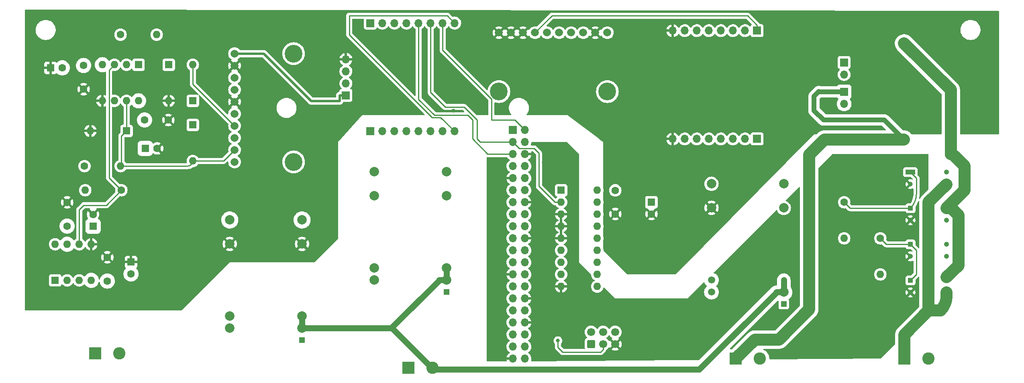
<source format=gbr>
%TF.GenerationSoftware,KiCad,Pcbnew,(6.0.5)*%
%TF.CreationDate,2022-08-03T21:49:30+02:00*%
%TF.ProjectId,VMN,564d4e2e-6b69-4636-9164-5f7063625858,rev?*%
%TF.SameCoordinates,Original*%
%TF.FileFunction,Copper,L2,Bot*%
%TF.FilePolarity,Positive*%
%FSLAX46Y46*%
G04 Gerber Fmt 4.6, Leading zero omitted, Abs format (unit mm)*
G04 Created by KiCad (PCBNEW (6.0.5)) date 2022-08-03 21:49:30*
%MOMM*%
%LPD*%
G01*
G04 APERTURE LIST*
G04 Aperture macros list*
%AMRoundRect*
0 Rectangle with rounded corners*
0 $1 Rounding radius*
0 $2 $3 $4 $5 $6 $7 $8 $9 X,Y pos of 4 corners*
0 Add a 4 corners polygon primitive as box body*
4,1,4,$2,$3,$4,$5,$6,$7,$8,$9,$2,$3,0*
0 Add four circle primitives for the rounded corners*
1,1,$1+$1,$2,$3*
1,1,$1+$1,$4,$5*
1,1,$1+$1,$6,$7*
1,1,$1+$1,$8,$9*
0 Add four rect primitives between the rounded corners*
20,1,$1+$1,$2,$3,$4,$5,0*
20,1,$1+$1,$4,$5,$6,$7,0*
20,1,$1+$1,$6,$7,$8,$9,0*
20,1,$1+$1,$8,$9,$2,$3,0*%
G04 Aperture macros list end*
%TA.AperFunction,ComponentPad*%
%ADD10R,1.700000X1.700000*%
%TD*%
%TA.AperFunction,ComponentPad*%
%ADD11O,1.700000X1.700000*%
%TD*%
%TA.AperFunction,ComponentPad*%
%ADD12R,1.600000X1.600000*%
%TD*%
%TA.AperFunction,ComponentPad*%
%ADD13C,1.600000*%
%TD*%
%TA.AperFunction,ComponentPad*%
%ADD14O,1.600000X1.600000*%
%TD*%
%TA.AperFunction,ComponentPad*%
%ADD15C,1.665000*%
%TD*%
%TA.AperFunction,ComponentPad*%
%ADD16C,3.750000*%
%TD*%
%TA.AperFunction,ComponentPad*%
%ADD17R,2.600000X2.600000*%
%TD*%
%TA.AperFunction,ComponentPad*%
%ADD18C,2.600000*%
%TD*%
%TA.AperFunction,ComponentPad*%
%ADD19R,1.200000X1.200000*%
%TD*%
%TA.AperFunction,ComponentPad*%
%ADD20C,2.000000*%
%TD*%
%TA.AperFunction,ComponentPad*%
%ADD21C,1.200000*%
%TD*%
%TA.AperFunction,ComponentPad*%
%ADD22C,1.500000*%
%TD*%
%TA.AperFunction,ComponentPad*%
%ADD23RoundRect,0.250000X0.600000X-0.600000X0.600000X0.600000X-0.600000X0.600000X-0.600000X-0.600000X0*%
%TD*%
%TA.AperFunction,ComponentPad*%
%ADD24C,1.700000*%
%TD*%
%TA.AperFunction,ComponentPad*%
%ADD25R,1.070000X1.070000*%
%TD*%
%TA.AperFunction,ComponentPad*%
%ADD26C,1.070000*%
%TD*%
%TA.AperFunction,ComponentPad*%
%ADD27R,2.000000X1.070000*%
%TD*%
%TA.AperFunction,ComponentPad*%
%ADD28C,1.000000*%
%TD*%
%TA.AperFunction,ComponentPad*%
%ADD29C,2.400000*%
%TD*%
%TA.AperFunction,ComponentPad*%
%ADD30O,2.400000X2.400000*%
%TD*%
%TA.AperFunction,ViaPad*%
%ADD31C,0.800000*%
%TD*%
%TA.AperFunction,Conductor*%
%ADD32C,0.500000*%
%TD*%
%TA.AperFunction,Conductor*%
%ADD33C,0.250000*%
%TD*%
%TA.AperFunction,Conductor*%
%ADD34C,1.000000*%
%TD*%
%TA.AperFunction,Conductor*%
%ADD35C,2.500000*%
%TD*%
%TA.AperFunction,Conductor*%
%ADD36C,1.250000*%
%TD*%
G04 APERTURE END LIST*
D10*
%TO.P,J11,1,Pin_1*%
%TO.N,unconnected-(J11-Pad1)*%
X213350000Y-56850000D03*
D11*
%TO.P,J11,2,Pin_2*%
%TO.N,unconnected-(J11-Pad2)*%
X213350000Y-59390000D03*
%TD*%
%TO.P,J12,2,Pin_2*%
%TO.N,Net-(K1-Pad4)*%
X213350000Y-65590000D03*
D10*
%TO.P,J12,1,Pin_1*%
%TO.N,Net-(J3-Pad1)*%
X213350000Y-63050000D03*
%TD*%
%TO.P,J13,1,Pin_1*%
%TO.N,unconnected-(J13-Pad1)*%
X195000000Y-73000000D03*
D11*
%TO.P,J13,2,Pin_2*%
%TO.N,unconnected-(J13-Pad2)*%
X192460000Y-73000000D03*
%TO.P,J13,3,Pin_3*%
%TO.N,unconnected-(J13-Pad3)*%
X189920000Y-73000000D03*
%TO.P,J13,4,Pin_4*%
%TO.N,unconnected-(J13-Pad4)*%
X187380000Y-73000000D03*
%TO.P,J13,5,Pin_5*%
%TO.N,unconnected-(J13-Pad5)*%
X184840000Y-73000000D03*
%TO.P,J13,6,Pin_6*%
%TO.N,unconnected-(J13-Pad6)*%
X182300000Y-73000000D03*
%TO.P,J13,7,Pin_7*%
%TO.N,5V*%
X179760000Y-73000000D03*
%TO.P,J13,8,Pin_8*%
%TO.N,GNDA*%
X177220000Y-73000000D03*
%TD*%
D10*
%TO.P,J10,1,Pin_1*%
%TO.N,AN*%
X195000000Y-50140000D03*
D11*
%TO.P,J10,2,Pin_2*%
%TO.N,unconnected-(J10-Pad2)*%
X192460000Y-50140000D03*
%TO.P,J10,3,Pin_3*%
%TO.N,unconnected-(J10-Pad3)*%
X189920000Y-50140000D03*
%TO.P,J10,4,Pin_4*%
%TO.N,unconnected-(J10-Pad4)*%
X187380000Y-50140000D03*
%TO.P,J10,5,Pin_5*%
%TO.N,unconnected-(J10-Pad5)*%
X184840000Y-50140000D03*
%TO.P,J10,6,Pin_6*%
%TO.N,unconnected-(J10-Pad6)*%
X182300000Y-50140000D03*
%TO.P,J10,7,Pin_7*%
%TO.N,unconnected-(J10-Pad7)*%
X179760000Y-50140000D03*
%TO.P,J10,8,Pin_8*%
%TO.N,GNDA*%
X177220000Y-50140000D03*
%TD*%
D12*
%TO.P,C10,1*%
%TO.N,GNDA*%
X46000000Y-58000000D03*
D13*
%TO.P,C10,2*%
%TO.N,-12V*%
X48500000Y-58000000D03*
%TD*%
D10*
%TO.P,J6,1,Pin_1*%
%TO.N,unconnected-(J6-Pad1)*%
X113475000Y-48545000D03*
D11*
%TO.P,J6,2,Pin_2*%
%TO.N,unconnected-(J6-Pad2)*%
X116015000Y-48545000D03*
%TO.P,J6,3,Pin_3*%
%TO.N,unconnected-(J6-Pad3)*%
X118555000Y-48545000D03*
%TO.P,J6,4,Pin_4*%
%TO.N,unconnected-(J6-Pad4)*%
X121095000Y-48545000D03*
%TO.P,J6,5,Pin_5*%
%TO.N,SCL1*%
X123635000Y-48545000D03*
%TO.P,J6,6,Pin_6*%
%TO.N,SDA1*%
X126175000Y-48545000D03*
%TO.P,J6,7,Pin_7*%
%TO.N,5VD*%
X128715000Y-48545000D03*
%TO.P,J6,8,Pin_8*%
%TO.N,GNDD*%
X131255000Y-48545000D03*
%TD*%
D13*
%TO.P,R3,1*%
%TO.N,Net-(R3-Pad1)*%
X60960000Y-83820000D03*
D14*
%TO.P,R3,2*%
%TO.N,Net-(R3-Pad2)*%
X53340000Y-83820000D03*
%TD*%
D15*
%TO.P,U6,1,A3*%
%TO.N,unconnected-(U6-Pad1)*%
X84836000Y-77851000D03*
%TO.P,U6,2,A2*%
%TO.N,Net-(D1-Pad2)*%
X84836000Y-75311000D03*
%TO.P,U6,3,A1*%
%TO.N,unconnected-(U6-Pad3)*%
X84836000Y-72771000D03*
%TO.P,U6,4,A0*%
%TO.N,Net-(D3-Pad2)*%
X84836000Y-70231000D03*
%TO.P,U6,5,ALRT*%
%TO.N,unconnected-(U6-Pad5)*%
X84836000Y-67691000D03*
%TO.P,U6,6,ADDR*%
%TO.N,GNDA*%
X84836000Y-65151000D03*
%TO.P,U6,7,SDA*%
%TO.N,SDA2*%
X84836000Y-62611000D03*
%TO.P,U6,8,SCL*%
%TO.N,SCL2*%
X84836000Y-60071000D03*
%TO.P,U6,9,GND*%
%TO.N,GNDA*%
X84836000Y-57531000D03*
%TO.P,U6,10,VDD*%
%TO.N,5V*%
X84836000Y-54991000D03*
D16*
%TO.P,U6,MH1,MH1*%
%TO.N,unconnected-(U6-PadMH1)*%
X97282000Y-54991000D03*
%TO.P,U6,MH2,MH2*%
%TO.N,unconnected-(U6-PadMH2)*%
X97282000Y-77851000D03*
%TD*%
D12*
%TO.P,C9,1*%
%TO.N,12V*%
X66000000Y-75000000D03*
D13*
%TO.P,C9,2*%
%TO.N,GNDA*%
X68500000Y-75000000D03*
%TD*%
D12*
%TO.P,D4,1,K*%
%TO.N,Net-(D3-Pad2)*%
X70940000Y-57330000D03*
D14*
%TO.P,D4,2,A*%
%TO.N,GNDA*%
X70940000Y-64950000D03*
%TD*%
D12*
%TO.P,U3,1*%
%TO.N,Net-(D3-Pad2)*%
X64580000Y-57340000D03*
D14*
%TO.P,U3,2,-*%
%TO.N,Net-(R4-Pad1)*%
X62040000Y-57340000D03*
%TO.P,U3,3,+*%
%TO.N,Net-(R3-Pad1)*%
X59500000Y-57340000D03*
%TO.P,U3,4,V-*%
%TO.N,-12V*%
X56960000Y-57340000D03*
%TO.P,U3,5,+*%
%TO.N,GNDA*%
X56960000Y-64960000D03*
%TO.P,U3,6,-*%
%TO.N,Net-(R3-Pad2)*%
X59500000Y-64960000D03*
%TO.P,U3,7*%
%TO.N,Net-(D1-Pad2)*%
X62040000Y-64960000D03*
%TO.P,U3,8,V+*%
%TO.N,12V*%
X64580000Y-64960000D03*
%TD*%
%TO.P,U2,18,VDD*%
%TO.N,5VD*%
X161300000Y-83830000D03*
%TO.P,U2,17,GP7*%
%TO.N,unconnected-(U2-Pad17)*%
X161300000Y-86370000D03*
%TO.P,U2,16,GP6*%
%TO.N,unconnected-(U2-Pad16)*%
X161300000Y-88910000D03*
%TO.P,U2,15,GP5*%
%TO.N,unconnected-(U2-Pad15)*%
X161300000Y-91450000D03*
%TO.P,U2,14,GP4*%
%TO.N,unconnected-(U2-Pad14)*%
X161300000Y-93990000D03*
%TO.P,U2,13,GP3*%
%TO.N,unconnected-(U2-Pad13)*%
X161300000Y-96530000D03*
%TO.P,U2,12,GP2*%
%TO.N,unconnected-(U2-Pad12)*%
X161300000Y-99070000D03*
%TO.P,U2,11,GP1*%
%TO.N,Net-(R2-Pad2)*%
X161300000Y-101610000D03*
%TO.P,U2,10,GP0*%
%TO.N,Net-(R1-Pad2)*%
X161300000Y-104150000D03*
%TO.P,U2,9,VSS*%
%TO.N,GNDD*%
X153680000Y-104150000D03*
%TO.P,U2,8,INT*%
%TO.N,unconnected-(U2-Pad8)*%
X153680000Y-101610000D03*
%TO.P,U2,7,NC*%
%TO.N,unconnected-(U2-Pad7)*%
X153680000Y-99070000D03*
%TO.P,U2,6,~{RESET}*%
%TO.N,5VD*%
X153680000Y-96530000D03*
%TO.P,U2,5,A0*%
%TO.N,GNDD*%
X153680000Y-93990000D03*
%TO.P,U2,4,A1*%
X153680000Y-91450000D03*
%TO.P,U2,3,A2*%
X153680000Y-88910000D03*
%TO.P,U2,2,SDA*%
%TO.N,SDA1*%
X153680000Y-86370000D03*
D12*
%TO.P,U2,1,SCL*%
%TO.N,SCL1*%
X153680000Y-83830000D03*
%TD*%
D17*
%TO.P,J2,1,Pin_1*%
%TO.N,Net-(J2-Pad1)*%
X55455000Y-118305000D03*
D18*
%TO.P,J2,2,Pin_2*%
%TO.N,Net-(J2-Pad2)*%
X60535000Y-118305000D03*
%TD*%
D13*
%TO.P,C5,1*%
%TO.N,12V*%
X49530000Y-91400000D03*
%TO.P,C5,2*%
%TO.N,GNDA*%
X49530000Y-86400000D03*
%TD*%
D19*
%TO.P,Alim_5V_ina282_iso1,1,REMOTE_ON/OFF*%
%TO.N,unconnected-(Alim_5V_ina282_iso1-Pad1)*%
X200630000Y-107880000D03*
D20*
%TO.P,Alim_5V_ina282_iso1,2,-VIN_(GND)_1*%
%TO.N,GNDPWR*%
X200630000Y-105340000D03*
D21*
%TO.P,Alim_5V_ina282_iso1,3,-VIN_(GND)_2*%
X200630000Y-102800000D03*
D20*
%TO.P,Alim_5V_ina282_iso1,9,NC*%
%TO.N,unconnected-(Alim_5V_ina282_iso1-Pad9)*%
X200630000Y-87560000D03*
%TO.P,Alim_5V_ina282_iso1,11,NC.*%
%TO.N,unconnected-(Alim_5V_ina282_iso1-Pad11)*%
X200630000Y-82480000D03*
%TO.P,Alim_5V_ina282_iso1,14,+VOUT*%
%TO.N,5V*%
X185390000Y-82480000D03*
%TO.P,Alim_5V_ina282_iso1,16,-VOUT*%
%TO.N,GNDA*%
X185390000Y-87560000D03*
D22*
%TO.P,Alim_5V_ina282_iso1,22,+VIN_(VCC)_1*%
%TO.N,+12.5V*%
X185390000Y-102800000D03*
%TO.P,Alim_5V_ina282_iso1,23,+VIN_(VCC)_2*%
X185390000Y-105340000D03*
%TD*%
D13*
%TO.P,C4,1*%
%TO.N,-12V*%
X58000000Y-103000000D03*
%TO.P,C4,2*%
%TO.N,GNDA*%
X58000000Y-98000000D03*
%TD*%
%TO.P,C1,1*%
%TO.N,5VD*%
X165100000Y-83860000D03*
%TO.P,C1,2*%
%TO.N,GNDA*%
X165100000Y-88860000D03*
%TD*%
D17*
%TO.P,J1,1,Pin_1*%
%TO.N,B*%
X226060000Y-119380000D03*
D18*
%TO.P,J1,2,Pin_2*%
%TO.N,A*%
X231140000Y-119380000D03*
%TD*%
D17*
%TO.P,J3,1,Pin_1*%
%TO.N,Net-(J3-Pad1)*%
X190500000Y-119380000D03*
D18*
%TO.P,J3,2,Pin_2*%
%TO.N,Net-(J3-Pad2)*%
X195580000Y-119380000D03*
%TD*%
D12*
%TO.P,U1,1,Rg*%
%TO.N,unconnected-(U1-Pad1)*%
X47000000Y-102860000D03*
D14*
%TO.P,U1,2,-*%
%TO.N,Net-(J2-Pad1)*%
X49540000Y-102860000D03*
%TO.P,U1,3,+*%
%TO.N,Net-(J2-Pad2)*%
X52080000Y-102860000D03*
%TO.P,U1,4,V-*%
%TO.N,-12V*%
X54620000Y-102860000D03*
%TO.P,U1,5,Ref*%
%TO.N,GNDA*%
X54620000Y-95240000D03*
%TO.P,U1,6*%
%TO.N,Net-(R3-Pad1)*%
X52080000Y-95240000D03*
%TO.P,U1,7,V+*%
%TO.N,12V*%
X49540000Y-95240000D03*
%TO.P,U1,8,Rg*%
%TO.N,unconnected-(U1-Pad8)*%
X47000000Y-95240000D03*
%TD*%
D23*
%TO.P,J8,1,Pin_1*%
%TO.N,SCL1*%
X160015000Y-116322800D03*
D24*
%TO.P,J8,2,Pin_2*%
%TO.N,unconnected-(J8-Pad2)*%
X160015000Y-113782800D03*
%TO.P,J8,3,Pin_3*%
%TO.N,SDA1*%
X162555000Y-116322800D03*
%TO.P,J8,4,Pin_4*%
%TO.N,unconnected-(J8-Pad4)*%
X162555000Y-113782800D03*
%TO.P,J8,5,Pin_5*%
%TO.N,GNDD*%
X165095000Y-116322800D03*
%TO.P,J8,6,Pin_6*%
%TO.N,5VD*%
X165095000Y-113782800D03*
%TD*%
D15*
%TO.P,U5,1,A3*%
%TO.N,GNDA*%
X140570000Y-50571000D03*
%TO.P,U5,2,A2*%
X143110000Y-50571000D03*
%TO.P,U5,3,A1*%
X145650000Y-50571000D03*
%TO.P,U5,4,A0*%
%TO.N,AN*%
X148190000Y-50571000D03*
%TO.P,U5,5,ALRT*%
%TO.N,unconnected-(U5-Pad5)*%
X150730000Y-50571000D03*
%TO.P,U5,6,ADDR*%
%TO.N,5V*%
X153270000Y-50571000D03*
%TO.P,U5,7,SDA*%
%TO.N,SDA2*%
X155810000Y-50571000D03*
%TO.P,U5,8,SCL*%
%TO.N,SCL2*%
X158350000Y-50571000D03*
%TO.P,U5,9,GND*%
%TO.N,GNDA*%
X160890000Y-50571000D03*
%TO.P,U5,10,VDD*%
%TO.N,5V*%
X163430000Y-50571000D03*
D16*
%TO.P,U5,MH1,MH1*%
%TO.N,unconnected-(U5-PadMH1)*%
X163430000Y-63017000D03*
%TO.P,U5,MH2,MH2*%
%TO.N,unconnected-(U5-PadMH2)*%
X140570000Y-63017000D03*
%TD*%
D25*
%TO.P,K1,1,1*%
%TO.N,Net-(K1-Pad1)*%
X227330000Y-102870000D03*
D26*
%TO.P,K1,2,2*%
%TO.N,GNDD*%
X227330000Y-105410000D03*
%TO.P,K1,3,3*%
%TO.N,B*%
X234950000Y-105410000D03*
%TO.P,K1,4,4*%
%TO.N,Net-(K1-Pad4)*%
X234950000Y-102870000D03*
%TD*%
D12*
%TO.P,D1,1,K*%
%TO.N,5V*%
X76020000Y-70030000D03*
D14*
%TO.P,D1,2,A*%
%TO.N,Net-(D1-Pad2)*%
X76020000Y-77650000D03*
%TD*%
D12*
%TO.P,D3,1,K*%
%TO.N,5V*%
X76020000Y-64950000D03*
D14*
%TO.P,D3,2,A*%
%TO.N,Net-(D3-Pad2)*%
X76020000Y-57330000D03*
%TD*%
D25*
%TO.P,K2,1,1*%
%TO.N,Net-(K1-Pad1)*%
X227330000Y-95250000D03*
D26*
%TO.P,K2,2,2*%
%TO.N,GNDD*%
X227330000Y-97790000D03*
%TO.P,K2,3,3*%
%TO.N,A*%
X234950000Y-97790000D03*
%TO.P,K2,4,4*%
%TO.N,Net-(J3-Pad2)*%
X234950000Y-95250000D03*
%TD*%
D27*
%TO.P,K4,1,1*%
%TO.N,Net-(K3-Pad1)*%
X227330000Y-80010000D03*
D28*
%TO.P,K4,2,2*%
%TO.N,GNDD*%
X227330000Y-82550000D03*
D26*
%TO.P,K4,3,3*%
%TO.N,B*%
X234950000Y-82550000D03*
%TO.P,K4,4,4*%
%TO.N,Net-(J3-Pad2)*%
X234950000Y-80010000D03*
%TD*%
D13*
%TO.P,R2,1*%
%TO.N,Net-(K3-Pad1)*%
X213360000Y-86360000D03*
D14*
%TO.P,R2,2*%
%TO.N,Net-(R2-Pad2)*%
X213360000Y-93980000D03*
%TD*%
D13*
%TO.P,C7,1*%
%TO.N,12V*%
X65860000Y-69000000D03*
%TO.P,C7,2*%
%TO.N,GNDA*%
X70860000Y-69000000D03*
%TD*%
%TO.P,R1,1*%
%TO.N,Net-(K1-Pad1)*%
X220980000Y-93980000D03*
D14*
%TO.P,R1,2*%
%TO.N,Net-(R1-Pad2)*%
X220980000Y-101600000D03*
%TD*%
D13*
%TO.P,C8,1*%
%TO.N,-12V*%
X53000000Y-57500000D03*
%TO.P,C8,2*%
%TO.N,GNDA*%
X53000000Y-62500000D03*
%TD*%
D19*
%TO.P,Alim_5V_Digital_rasp_iso1540_mcp1,1,REMOTE_ON/OFF*%
%TO.N,unconnected-(Alim_5V_Digital_rasp_iso1540_mcp1-Pad1)*%
X129510000Y-105340000D03*
D20*
%TO.P,Alim_5V_Digital_rasp_iso1540_mcp1,2,-VIN_(GND)_1*%
%TO.N,GNDPWR*%
X129510000Y-102800000D03*
%TO.P,Alim_5V_Digital_rasp_iso1540_mcp1,3,-VIN_(GND)_2*%
X129510000Y-100260000D03*
%TO.P,Alim_5V_Digital_rasp_iso1540_mcp1,9,NC*%
%TO.N,unconnected-(Alim_5V_Digital_rasp_iso1540_mcp1-Pad9)*%
X129510000Y-85020000D03*
%TO.P,Alim_5V_Digital_rasp_iso1540_mcp1,11,NC.*%
%TO.N,unconnected-(Alim_5V_Digital_rasp_iso1540_mcp1-Pad11)*%
X129510000Y-79940000D03*
%TO.P,Alim_5V_Digital_rasp_iso1540_mcp1,14,+VOUT*%
%TO.N,5VD*%
X114270000Y-79940000D03*
%TO.P,Alim_5V_Digital_rasp_iso1540_mcp1,16,-VOUT*%
%TO.N,GNDD*%
X114270000Y-85020000D03*
%TO.P,Alim_5V_Digital_rasp_iso1540_mcp1,22,+VIN_(VCC)_1*%
%TO.N,+12.5V*%
X114270000Y-100260000D03*
%TO.P,Alim_5V_Digital_rasp_iso1540_mcp1,23,+VIN_(VCC)_2*%
X114270000Y-102800000D03*
%TD*%
D29*
%TO.P,R6,1*%
%TO.N,Net-(K1-Pad4)*%
X226000000Y-52840000D03*
D30*
%TO.P,R6,2*%
%TO.N,Net-(J3-Pad1)*%
X226000000Y-73160000D03*
%TD*%
D12*
%TO.P,C3,1*%
%TO.N,12V*%
X55000000Y-91440000D03*
D13*
%TO.P,C3,2*%
%TO.N,GNDA*%
X55000000Y-88940000D03*
%TD*%
%TO.P,R4,1*%
%TO.N,Net-(R4-Pad1)*%
X60780000Y-50980000D03*
D14*
%TO.P,R4,2*%
%TO.N,Net-(D3-Pad2)*%
X68400000Y-50980000D03*
%TD*%
D13*
%TO.P,R5,1*%
%TO.N,Net-(R3-Pad2)*%
X53190000Y-78740000D03*
D14*
%TO.P,R5,2*%
%TO.N,Net-(D1-Pad2)*%
X60810000Y-78740000D03*
%TD*%
D17*
%TO.P,J9,1,Pin_1*%
%TO.N,+12.5V*%
X121455000Y-121305000D03*
D18*
%TO.P,J9,2,Pin_2*%
%TO.N,GNDPWR*%
X126535000Y-121305000D03*
%TD*%
D12*
%TO.P,D2,1,K*%
%TO.N,Net-(D1-Pad2)*%
X62050000Y-71300000D03*
D14*
%TO.P,D2,2,A*%
%TO.N,GNDA*%
X54430000Y-71300000D03*
%TD*%
D19*
%TO.P,Alim_analog_Vmn1,1,ON/OFF*%
%TO.N,unconnected-(Alim_analog_Vmn1-Pad1)*%
X99060000Y-115500000D03*
D20*
%TO.P,Alim_analog_Vmn1,2,-VIN(GND)*%
%TO.N,GNDPWR*%
X99060000Y-112960000D03*
%TO.P,Alim_analog_Vmn1,3,-VIN(GND)*%
X99060000Y-110420000D03*
%TO.P,Alim_analog_Vmn1,9,COMMON*%
%TO.N,GNDA*%
X99060000Y-95180000D03*
%TO.P,Alim_analog_Vmn1,11,-VOUT*%
%TO.N,-12V*%
X99060000Y-90100000D03*
%TO.P,Alim_analog_Vmn1,14,+VOUT*%
%TO.N,12V*%
X83820000Y-90100000D03*
%TO.P,Alim_analog_Vmn1,16,COMMON*%
%TO.N,GNDA*%
X83820000Y-95180000D03*
%TO.P,Alim_analog_Vmn1,22,+VIN(VCC)*%
%TO.N,+12.5V*%
X83820000Y-110420000D03*
%TO.P,Alim_analog_Vmn1,23,+VIN(VCC)*%
X83820000Y-112960000D03*
%TD*%
D10*
%TO.P,J5,1,Pin_1*%
%TO.N,5V*%
X108300000Y-63800000D03*
D11*
%TO.P,J5,2,Pin_2*%
%TO.N,SCL2*%
X108300000Y-61260000D03*
%TO.P,J5,3,Pin_3*%
%TO.N,SDA2*%
X108300000Y-58720000D03*
%TO.P,J5,4,Pin_4*%
%TO.N,GNDA*%
X108300000Y-56180000D03*
%TD*%
D12*
%TO.P,C6,1*%
%TO.N,GNDA*%
X63000000Y-99000000D03*
D13*
%TO.P,C6,2*%
%TO.N,-12V*%
X63000000Y-101500000D03*
%TD*%
D12*
%TO.P,C2,1*%
%TO.N,5VD*%
X172720000Y-86360000D03*
D13*
%TO.P,C2,2*%
%TO.N,GNDA*%
X172720000Y-88860000D03*
%TD*%
D25*
%TO.P,K3,1,1*%
%TO.N,Net-(K3-Pad1)*%
X227330000Y-87630000D03*
D26*
%TO.P,K3,2,2*%
%TO.N,GNDD*%
X227330000Y-90170000D03*
%TO.P,K3,3,3*%
%TO.N,A*%
X234950000Y-90170000D03*
%TO.P,K3,4,4*%
%TO.N,Net-(K1-Pad4)*%
X234950000Y-87630000D03*
%TD*%
D10*
%TO.P,J7,1,3V3*%
%TO.N,unconnected-(J7-Pad1)*%
X143510000Y-71120000D03*
D11*
%TO.P,J7,2,5V*%
%TO.N,5VD*%
X146050000Y-71120000D03*
%TO.P,J7,3,SDA/GPIO2*%
%TO.N,SDA1*%
X143510000Y-73660000D03*
%TO.P,J7,4,5V*%
%TO.N,unconnected-(J7-Pad4)*%
X146050000Y-73660000D03*
%TO.P,J7,5,SCL/GPIO3*%
%TO.N,SCL1*%
X143510000Y-76200000D03*
%TO.P,J7,6,GND*%
%TO.N,GNDD*%
X146050000Y-76200000D03*
%TO.P,J7,7,GCLK0/GPIO4*%
%TO.N,unconnected-(J7-Pad7)*%
X143510000Y-78740000D03*
%TO.P,J7,8,GPIO14/TXD*%
%TO.N,unconnected-(J7-Pad8)*%
X146050000Y-78740000D03*
%TO.P,J7,9,GND*%
%TO.N,GNDD*%
X143510000Y-81280000D03*
%TO.P,J7,10,GPIO15/RXD*%
%TO.N,unconnected-(J7-Pad10)*%
X146050000Y-81280000D03*
%TO.P,J7,11,GPIO17*%
%TO.N,unconnected-(J7-Pad11)*%
X143510000Y-83820000D03*
%TO.P,J7,12,GPIO18/PWM0*%
%TO.N,unconnected-(J7-Pad12)*%
X146050000Y-83820000D03*
%TO.P,J7,13,GPIO27*%
%TO.N,unconnected-(J7-Pad13)*%
X143510000Y-86360000D03*
%TO.P,J7,14,GND*%
%TO.N,GNDD*%
X146050000Y-86360000D03*
%TO.P,J7,15,GPIO22*%
%TO.N,unconnected-(J7-Pad15)*%
X143510000Y-88900000D03*
%TO.P,J7,16,GPIO23*%
%TO.N,unconnected-(J7-Pad16)*%
X146050000Y-88900000D03*
%TO.P,J7,17,3V3*%
%TO.N,unconnected-(J7-Pad17)*%
X143510000Y-91440000D03*
%TO.P,J7,18,GPIO24*%
%TO.N,unconnected-(J7-Pad18)*%
X146050000Y-91440000D03*
%TO.P,J7,19,MOSI0/GPIO10*%
%TO.N,unconnected-(J7-Pad19)*%
X143510000Y-93980000D03*
%TO.P,J7,20,GND*%
%TO.N,GNDD*%
X146050000Y-93980000D03*
%TO.P,J7,21,MISO0/GPIO9*%
%TO.N,unconnected-(J7-Pad21)*%
X143510000Y-96520000D03*
%TO.P,J7,22,GPIO25*%
%TO.N,unconnected-(J7-Pad22)*%
X146050000Y-96520000D03*
%TO.P,J7,23,SCLK0/GPIO11*%
%TO.N,unconnected-(J7-Pad23)*%
X143510000Y-99060000D03*
%TO.P,J7,24,~{CE0}/GPIO8*%
%TO.N,unconnected-(J7-Pad24)*%
X146050000Y-99060000D03*
%TO.P,J7,25,GND*%
%TO.N,GNDD*%
X143510000Y-101600000D03*
%TO.P,J7,26,~{CE1}/GPIO7*%
%TO.N,unconnected-(J7-Pad26)*%
X146050000Y-101600000D03*
%TO.P,J7,27,ID_SD/GPIO0*%
%TO.N,unconnected-(J7-Pad27)*%
X143510000Y-104140000D03*
%TO.P,J7,28,ID_SC/GPIO1*%
%TO.N,unconnected-(J7-Pad28)*%
X146050000Y-104140000D03*
%TO.P,J7,29,GCLK1/GPIO5*%
%TO.N,unconnected-(J7-Pad29)*%
X143510000Y-106680000D03*
%TO.P,J7,30,GND*%
%TO.N,GNDD*%
X146050000Y-106680000D03*
%TO.P,J7,31,GCLK2/GPIO6*%
%TO.N,unconnected-(J7-Pad31)*%
X143510000Y-109220000D03*
%TO.P,J7,32,PWM0/GPIO12*%
%TO.N,unconnected-(J7-Pad32)*%
X146050000Y-109220000D03*
%TO.P,J7,33,PWM1/GPIO13*%
%TO.N,unconnected-(J7-Pad33)*%
X143510000Y-111760000D03*
%TO.P,J7,34,GND*%
%TO.N,GNDD*%
X146050000Y-111760000D03*
%TO.P,J7,35,GPIO19/MISO1*%
%TO.N,unconnected-(J7-Pad35)*%
X143510000Y-114300000D03*
%TO.P,J7,36,GPIO16*%
%TO.N,unconnected-(J7-Pad36)*%
X146050000Y-114300000D03*
%TO.P,J7,37,GPIO26*%
%TO.N,unconnected-(J7-Pad37)*%
X143510000Y-116840000D03*
%TO.P,J7,38,GPIO20/MOSI1*%
%TO.N,unconnected-(J7-Pad38)*%
X146050000Y-116840000D03*
%TO.P,J7,39,GND*%
%TO.N,GNDD*%
X143510000Y-119380000D03*
%TO.P,J7,40,GPIO21/SCLK1*%
%TO.N,unconnected-(J7-Pad40)*%
X146050000Y-119380000D03*
%TD*%
D10*
%TO.P,J4,1,Pin_1*%
%TO.N,unconnected-(J4-Pad1)*%
X113400000Y-71370000D03*
D11*
%TO.P,J4,2,Pin_2*%
%TO.N,unconnected-(J4-Pad2)*%
X115940000Y-71370000D03*
%TO.P,J4,3,Pin_3*%
%TO.N,unconnected-(J4-Pad3)*%
X118480000Y-71370000D03*
%TO.P,J4,4,Pin_4*%
%TO.N,unconnected-(J4-Pad4)*%
X121020000Y-71370000D03*
%TO.P,J4,5,Pin_5*%
%TO.N,unconnected-(J4-Pad5)*%
X123560000Y-71370000D03*
%TO.P,J4,6,Pin_6*%
%TO.N,unconnected-(J4-Pad6)*%
X126100000Y-71370000D03*
%TO.P,J4,7,Pin_7*%
%TO.N,unconnected-(J4-Pad7)*%
X128640000Y-71370000D03*
%TO.P,J4,8,Pin_8*%
%TO.N,GNDD*%
X131180000Y-71370000D03*
%TD*%
D31*
%TO.N,GNDA*%
X119885503Y-54982597D03*
%TO.N,GNDD*%
X140000000Y-116000000D03*
X149000000Y-86000000D03*
%TO.N,SDA1*%
X153000000Y-115598000D03*
%TO.N,GNDA*%
X133000000Y-65000000D03*
%TO.N,GNDD*%
X193040000Y-106680000D03*
X150000000Y-78000000D03*
X213360000Y-111760000D03*
X153000000Y-78000000D03*
%TO.N,GNDA*%
X91000000Y-61000000D03*
X71120000Y-106680000D03*
X154305000Y-66675000D03*
X148000000Y-57000000D03*
X131000000Y-67000000D03*
X50800000Y-106680000D03*
X48260000Y-50800000D03*
X43180000Y-106680000D03*
X91440000Y-52000000D03*
X179000000Y-59000000D03*
X205740000Y-48260000D03*
%TD*%
D32*
%TO.N,5V*%
X107000000Y-63800000D02*
X108300000Y-63800000D01*
D33*
%TO.N,SDA1*%
X149000000Y-83000000D02*
X152370000Y-86370000D01*
X152370000Y-86370000D02*
X153680000Y-86370000D01*
X149000000Y-76000000D02*
X149000000Y-83000000D01*
X148000000Y-75000000D02*
X149000000Y-76000000D01*
X144850000Y-75000000D02*
X148000000Y-75000000D01*
X143510000Y-73660000D02*
X144850000Y-75000000D01*
%TO.N,GNDD*%
X109000000Y-51000000D02*
X109000000Y-47000000D01*
X128259520Y-68449520D02*
X126449520Y-68449520D01*
X126449520Y-68449520D02*
X109000000Y-51000000D01*
X109000000Y-47000000D02*
X129710000Y-47000000D01*
X129710000Y-47000000D02*
X131255000Y-48545000D01*
X131180000Y-71370000D02*
X128259520Y-68449520D01*
%TO.N,SDA1*%
X153000000Y-117000000D02*
X153000000Y-115598000D01*
X162000000Y-118000000D02*
X154000000Y-118000000D01*
X162555000Y-117445000D02*
X162000000Y-118000000D01*
X162555000Y-116322800D02*
X162555000Y-117445000D01*
X154000000Y-118000000D02*
X153000000Y-117000000D01*
D34*
%TO.N,Net-(J3-Pad1)*%
X207000000Y-64000000D02*
X208000000Y-63000000D01*
X208000000Y-63000000D02*
X208050000Y-63050000D01*
X208050000Y-63050000D02*
X213350000Y-63050000D01*
X207000000Y-67000000D02*
X207000000Y-64000000D01*
X209000000Y-69000000D02*
X207000000Y-67000000D01*
X221840000Y-69000000D02*
X209000000Y-69000000D01*
X226000000Y-73160000D02*
X221840000Y-69000000D01*
D33*
%TO.N,AN*%
X193000000Y-47000000D02*
X151761000Y-47000000D01*
X151761000Y-47000000D02*
X148190000Y-50571000D01*
X195000000Y-49000000D02*
X193000000Y-47000000D01*
X195000000Y-50140000D02*
X195000000Y-49000000D01*
%TO.N,5VD*%
X139000000Y-64557579D02*
X139000000Y-69000000D01*
X128715000Y-54272579D02*
X139000000Y-64557579D01*
X139000000Y-69000000D02*
X143930000Y-69000000D01*
X128715000Y-48545000D02*
X128715000Y-54272579D01*
X143930000Y-69000000D02*
X146050000Y-71120000D01*
%TO.N,SDA1*%
X126175000Y-63175000D02*
X126175000Y-48545000D01*
X129275489Y-66275489D02*
X126175000Y-63175000D01*
X133275489Y-66275489D02*
X129275489Y-66275489D01*
X136000000Y-69000000D02*
X133275489Y-66275489D01*
X136000000Y-73000000D02*
X136000000Y-69000000D01*
X136660000Y-73660000D02*
X136000000Y-73000000D01*
X143510000Y-73660000D02*
X136660000Y-73660000D01*
%TO.N,SCL1*%
X135000000Y-73000000D02*
X138200000Y-76200000D01*
X135000000Y-69000000D02*
X135000000Y-73000000D01*
X134000000Y-68000000D02*
X135000000Y-69000000D01*
X127000000Y-68000000D02*
X134000000Y-68000000D01*
X123635000Y-64635000D02*
X127000000Y-68000000D01*
X123635000Y-48545000D02*
X123635000Y-64635000D01*
X138200000Y-76200000D02*
X143510000Y-76200000D01*
D35*
%TO.N,Net-(J3-Pad1)*%
X206000000Y-108960000D02*
X206000000Y-76320000D01*
X206000000Y-76320000D02*
X209160000Y-73160000D01*
X194527897Y-115352103D02*
X199607897Y-115352103D01*
X190500000Y-119380000D02*
X194527897Y-115352103D01*
X199607897Y-115352103D02*
X206000000Y-108960000D01*
X209160000Y-73160000D02*
X226000000Y-73160000D01*
%TO.N,Net-(K1-Pad4)*%
X235833617Y-62673617D02*
X235833617Y-76214511D01*
X226000000Y-52840000D02*
X235833617Y-62673617D01*
D36*
%TO.N,GNDPWR*%
X200630000Y-105340000D02*
X199173218Y-105340000D01*
X99060000Y-112960000D02*
X99060000Y-110420000D01*
X126734511Y-121654511D02*
X182806467Y-121654511D01*
X124460000Y-119380000D02*
X126734511Y-121654511D01*
X99060000Y-112960000D02*
X118040000Y-112960000D01*
X182806467Y-121654511D02*
X199084039Y-105376939D01*
X118040000Y-112960000D02*
X124460000Y-119380000D01*
X200630000Y-105340000D02*
X200630000Y-102800000D01*
X118040000Y-112760978D02*
X127958223Y-102842755D01*
X118040000Y-112960000D02*
X118040000Y-112760978D01*
X129510000Y-102800000D02*
X128061443Y-102800000D01*
X129510000Y-102800000D02*
X129510000Y-100260000D01*
X199173218Y-105340008D02*
G75*
G03*
X199084039Y-105376939I-18J-126092D01*
G01*
X128061443Y-102800038D02*
G75*
G03*
X127958223Y-102842755I-43J-145962D01*
G01*
D32*
%TO.N,5V*%
X90991000Y-54991000D02*
X101000000Y-65000000D01*
X107000000Y-65000000D02*
X107000000Y-63800000D01*
X101000000Y-65000000D02*
X107000000Y-65000000D01*
X84836000Y-54991000D02*
X90991000Y-54991000D01*
D33*
%TO.N,Net-(D1-Pad2)*%
X76020000Y-77650000D02*
X82497000Y-77650000D01*
X60960000Y-78740000D02*
X60960000Y-72390000D01*
X82497000Y-77650000D02*
X84836000Y-75311000D01*
X62050000Y-71300000D02*
X62050000Y-64970000D01*
X60960000Y-72390000D02*
X62050000Y-71300000D01*
X60810000Y-78740000D02*
X74930000Y-78740000D01*
X62050000Y-64970000D02*
X62040000Y-64960000D01*
X76020000Y-77650000D02*
G75*
G02*
X74930000Y-78740000I-1090000J0D01*
G01*
%TO.N,Net-(D3-Pad2)*%
X76020000Y-61415000D02*
X84836000Y-70231000D01*
X76020000Y-57330000D02*
X76020000Y-61415000D01*
D35*
%TO.N,B*%
X226060000Y-119380000D02*
X226060000Y-114344511D01*
X231162256Y-109242256D02*
X231162256Y-86382255D01*
X231162256Y-86382255D02*
X234950000Y-82594511D01*
X234950000Y-106153949D02*
X234950000Y-105410000D01*
X226060000Y-114344511D02*
X231162256Y-109242256D01*
X231162256Y-109242256D02*
X233626270Y-109242256D01*
X234949978Y-106153949D02*
G75*
G02*
X233679999Y-109219999I-4335978J-51D01*
G01*
X233680009Y-109220009D02*
G75*
G02*
X233626270Y-109242256I-53709J53709D01*
G01*
D33*
%TO.N,Net-(K1-Pad1)*%
X220980000Y-93980000D02*
X222250000Y-95250000D01*
X228600000Y-101600000D02*
X228600000Y-96520000D01*
X227330000Y-102870000D02*
X228600000Y-101600000D01*
X228600000Y-96520000D02*
X227330000Y-95250000D01*
X222250000Y-95250000D02*
X227330000Y-95250000D01*
D35*
%TO.N,Net-(K1-Pad4)*%
X235923630Y-87630000D02*
X237434511Y-89140881D01*
X238760000Y-78740000D02*
X236517986Y-76497986D01*
X237434511Y-99725969D02*
X234950000Y-102210480D01*
X238760000Y-83820001D02*
X234950000Y-87630000D01*
X237434511Y-89140881D02*
X237434511Y-99725969D01*
X234950000Y-87630000D02*
X235923630Y-87630000D01*
X238760000Y-78740000D02*
X238760000Y-83820001D01*
X236517987Y-76497985D02*
G75*
G03*
X235833617Y-76214511I-684387J-684415D01*
G01*
D33*
%TO.N,Net-(K3-Pad1)*%
X228600000Y-81280000D02*
X227330000Y-80010000D01*
X228600000Y-84563949D02*
X228600000Y-81280000D01*
X213360000Y-86360000D02*
X214630000Y-87630000D01*
X214630000Y-87630000D02*
X227330000Y-87630000D01*
X228599978Y-84563949D02*
G75*
G02*
X227329999Y-87629999I-4335978J-51D01*
G01*
%TO.N,Net-(R3-Pad1)*%
X53000000Y-87000000D02*
X52080000Y-87920000D01*
X58375489Y-81235489D02*
X58375489Y-58464511D01*
X60960000Y-83820000D02*
X57780000Y-87000000D01*
X58375489Y-58464511D02*
X59500000Y-57340000D01*
X60960000Y-83820000D02*
X58375489Y-81235489D01*
X57780000Y-87000000D02*
X53000000Y-87000000D01*
X52080000Y-87920000D02*
X52080000Y-95240000D01*
%TD*%
%TA.AperFunction,Conductor*%
%TO.N,GNDA*%
G36*
X245874173Y-45999828D02*
G01*
X245942265Y-46019923D01*
X245988685Y-46073642D01*
X246000000Y-46125828D01*
X246000000Y-71874000D01*
X245979998Y-71942121D01*
X245926342Y-71988614D01*
X245874000Y-72000000D01*
X237910117Y-72000000D01*
X237841996Y-71979998D01*
X237795503Y-71926342D01*
X237784117Y-71874000D01*
X237784117Y-62702278D01*
X237784152Y-62699310D01*
X237786635Y-62593919D01*
X237786928Y-62581502D01*
X237776443Y-62492909D01*
X237775887Y-62487023D01*
X237773699Y-62456112D01*
X237769590Y-62398087D01*
X237768651Y-62393727D01*
X237768650Y-62393718D01*
X237761134Y-62358807D01*
X237759184Y-62347096D01*
X237759026Y-62345756D01*
X237754462Y-62307197D01*
X237731606Y-62220995D01*
X237730223Y-62215233D01*
X237712391Y-62132405D01*
X237712389Y-62132399D01*
X237711454Y-62128055D01*
X237697548Y-62090362D01*
X237693972Y-62079052D01*
X237684812Y-62044507D01*
X237684810Y-62044500D01*
X237683670Y-62040202D01*
X237648890Y-61958067D01*
X237646713Y-61952567D01*
X237628471Y-61903120D01*
X237615850Y-61868908D01*
X237596773Y-61833552D01*
X237591636Y-61822853D01*
X237577705Y-61789955D01*
X237577702Y-61789949D01*
X237575965Y-61785847D01*
X237529971Y-61709450D01*
X237527030Y-61704295D01*
X237521779Y-61694563D01*
X237484685Y-61625817D01*
X237480707Y-61620431D01*
X237460822Y-61593508D01*
X237454227Y-61583638D01*
X237435800Y-61553031D01*
X237435793Y-61553021D01*
X237433495Y-61549204D01*
X237377184Y-61480038D01*
X237373553Y-61475357D01*
X237323227Y-61407219D01*
X237323217Y-61407207D01*
X237320577Y-61403633D01*
X237292390Y-61375000D01*
X237288252Y-61370381D01*
X237288176Y-61370449D01*
X237286013Y-61368053D01*
X237283985Y-61365562D01*
X237227543Y-61309120D01*
X237226846Y-61308418D01*
X237129925Y-61209962D01*
X237129921Y-61209959D01*
X237126800Y-61206788D01*
X237123261Y-61204087D01*
X237119917Y-61201139D01*
X237120099Y-61200933D01*
X237114131Y-61195708D01*
X227329458Y-51411035D01*
X227174111Y-51276231D01*
X227150286Y-51260847D01*
X226961113Y-51138700D01*
X226942061Y-51126398D01*
X226922196Y-51117240D01*
X226695258Y-51012620D01*
X226695254Y-51012619D01*
X226691214Y-51010756D01*
X226483710Y-50948699D01*
X226430849Y-50932890D01*
X226430846Y-50932889D01*
X226426575Y-50931612D01*
X226422171Y-50930950D01*
X226422167Y-50930949D01*
X226157829Y-50891208D01*
X226157828Y-50891208D01*
X226153425Y-50890546D01*
X226148968Y-50890511D01*
X225881674Y-50888412D01*
X225877214Y-50888377D01*
X225872801Y-50888970D01*
X225872797Y-50888970D01*
X225632600Y-50921233D01*
X225603453Y-50925148D01*
X225337604Y-51000124D01*
X225084972Y-51111812D01*
X225081188Y-51114172D01*
X225081186Y-51114173D01*
X225074503Y-51118341D01*
X224850597Y-51257982D01*
X224639155Y-51435717D01*
X224636184Y-51439034D01*
X224636183Y-51439035D01*
X224457840Y-51638151D01*
X224457837Y-51638155D01*
X224454866Y-51641472D01*
X224452391Y-51645177D01*
X224452388Y-51645180D01*
X224393583Y-51733187D01*
X224301406Y-51871139D01*
X224299477Y-51875157D01*
X224299476Y-51875158D01*
X224289153Y-51896656D01*
X224181838Y-52120139D01*
X224098548Y-52383502D01*
X224053196Y-52655973D01*
X224046689Y-52932116D01*
X224079155Y-53206421D01*
X224149947Y-53473415D01*
X224151682Y-53477513D01*
X224151684Y-53477518D01*
X224176831Y-53536904D01*
X224257653Y-53727770D01*
X224259948Y-53731582D01*
X224259950Y-53731586D01*
X224396252Y-53957984D01*
X224400123Y-53964413D01*
X224549632Y-54148056D01*
X233846212Y-63444636D01*
X233880238Y-63506948D01*
X233883117Y-63533731D01*
X233883117Y-71874000D01*
X233863115Y-71942121D01*
X233809459Y-71988614D01*
X233757117Y-72000000D01*
X227633343Y-72000000D01*
X227565222Y-71979998D01*
X227530828Y-71947258D01*
X227509313Y-71917150D01*
X227509310Y-71917146D01*
X227506725Y-71913529D01*
X227350249Y-71749500D01*
X227319136Y-71716885D01*
X227319134Y-71716883D01*
X227316064Y-71713665D01*
X227304782Y-71704771D01*
X227102639Y-71545414D01*
X227102637Y-71545413D01*
X227099144Y-71542659D01*
X226986609Y-71477294D01*
X226864147Y-71406161D01*
X226864141Y-71406158D01*
X226860293Y-71403923D01*
X226628277Y-71309947D01*
X226608403Y-71301897D01*
X226608401Y-71301896D01*
X226604277Y-71300226D01*
X226599964Y-71299155D01*
X226599959Y-71299153D01*
X226340525Y-71234709D01*
X226340520Y-71234708D01*
X226336204Y-71233636D01*
X226331776Y-71233182D01*
X226331774Y-71233182D01*
X226251582Y-71224966D01*
X226100630Y-71209500D01*
X225799453Y-71209500D01*
X225731332Y-71189498D01*
X225710358Y-71172595D01*
X222720520Y-68182757D01*
X222714883Y-68176739D01*
X222673715Y-68129796D01*
X222669910Y-68125457D01*
X222643839Y-68104904D01*
X222596886Y-68067889D01*
X222594324Y-68065814D01*
X222527325Y-68010092D01*
X222527323Y-68010090D01*
X222522883Y-68006398D01*
X222517839Y-68003573D01*
X222517713Y-68003502D01*
X222501291Y-67992529D01*
X222501176Y-67992438D01*
X222501171Y-67992435D01*
X222496640Y-67988863D01*
X222466225Y-67972861D01*
X222414383Y-67945585D01*
X222411502Y-67944021D01*
X222344932Y-67906740D01*
X222335422Y-67901414D01*
X222335420Y-67901413D01*
X222330379Y-67898590D01*
X222324780Y-67896690D01*
X222306613Y-67888884D01*
X222306494Y-67888822D01*
X222301380Y-67886131D01*
X222212606Y-67858566D01*
X222209480Y-67857550D01*
X222126921Y-67829525D01*
X222126916Y-67829524D01*
X222121452Y-67827669D01*
X222115584Y-67826818D01*
X222096330Y-67822461D01*
X222096183Y-67822415D01*
X222096177Y-67822414D01*
X222090667Y-67820703D01*
X222084939Y-67820025D01*
X222084934Y-67820024D01*
X222000074Y-67809981D01*
X221998344Y-67809776D01*
X221995085Y-67809347D01*
X221977058Y-67806733D01*
X221908811Y-67796837D01*
X221908807Y-67796837D01*
X221903098Y-67796009D01*
X221816714Y-67799403D01*
X221811767Y-67799500D01*
X209549454Y-67799500D01*
X209481333Y-67779498D01*
X209460359Y-67762595D01*
X208237405Y-66539642D01*
X208203380Y-66477330D01*
X208200500Y-66450547D01*
X208200500Y-64549454D01*
X208220502Y-64481333D01*
X208237405Y-64460359D01*
X208410359Y-64287405D01*
X208472671Y-64253379D01*
X208499454Y-64250500D01*
X211822284Y-64250500D01*
X211890405Y-64270502D01*
X211930059Y-64311228D01*
X211944703Y-64335408D01*
X212064592Y-64455297D01*
X212079760Y-64464483D01*
X212127666Y-64516877D01*
X212139642Y-64586856D01*
X212110301Y-64654089D01*
X212094957Y-64672055D01*
X212091741Y-64675821D01*
X211964223Y-64883911D01*
X211962330Y-64888481D01*
X211962328Y-64888485D01*
X211872720Y-65104819D01*
X211872718Y-65104825D01*
X211870828Y-65109388D01*
X211869676Y-65114188D01*
X211869674Y-65114193D01*
X211857762Y-65163812D01*
X211813854Y-65346698D01*
X211794706Y-65590000D01*
X211813854Y-65833302D01*
X211842331Y-65951916D01*
X211864023Y-66042266D01*
X211870828Y-66070612D01*
X211872718Y-66075175D01*
X211872720Y-66075181D01*
X211957218Y-66279178D01*
X211964223Y-66296089D01*
X212091741Y-66504179D01*
X212250241Y-66689759D01*
X212435821Y-66848259D01*
X212643911Y-66975777D01*
X212648481Y-66977670D01*
X212648485Y-66977672D01*
X212864819Y-67067280D01*
X212864825Y-67067282D01*
X212869388Y-67069172D01*
X212874188Y-67070324D01*
X212874193Y-67070326D01*
X212982702Y-67096377D01*
X213106698Y-67126146D01*
X213350000Y-67145294D01*
X213593302Y-67126146D01*
X213717298Y-67096377D01*
X213825807Y-67070326D01*
X213825812Y-67070324D01*
X213830612Y-67069172D01*
X213835175Y-67067282D01*
X213835181Y-67067280D01*
X214051515Y-66977672D01*
X214051519Y-66977670D01*
X214056089Y-66975777D01*
X214264179Y-66848259D01*
X214449759Y-66689759D01*
X214608259Y-66504179D01*
X214735777Y-66296089D01*
X214742782Y-66279178D01*
X214827280Y-66075181D01*
X214827282Y-66075175D01*
X214829172Y-66070612D01*
X214835978Y-66042266D01*
X214857669Y-65951916D01*
X214886146Y-65833302D01*
X214905294Y-65590000D01*
X214886146Y-65346698D01*
X214842238Y-65163812D01*
X214830326Y-65114193D01*
X214830324Y-65114188D01*
X214829172Y-65109388D01*
X214827282Y-65104825D01*
X214827280Y-65104819D01*
X214737672Y-64888485D01*
X214737670Y-64888481D01*
X214735777Y-64883911D01*
X214608259Y-64675821D01*
X214605043Y-64672055D01*
X214589699Y-64654089D01*
X214560668Y-64589300D01*
X214571273Y-64519100D01*
X214620240Y-64464483D01*
X214635408Y-64455297D01*
X214755297Y-64335408D01*
X214843127Y-64190383D01*
X214893829Y-64028594D01*
X214900500Y-63955993D01*
X214900499Y-62144008D01*
X214900167Y-62140386D01*
X214894440Y-62078060D01*
X214893829Y-62071406D01*
X214891207Y-62063040D01*
X214845399Y-61916866D01*
X214845398Y-61916864D01*
X214843127Y-61909617D01*
X214755297Y-61764592D01*
X214635408Y-61644703D01*
X214490383Y-61556873D01*
X214483136Y-61554602D01*
X214483134Y-61554601D01*
X214417894Y-61534156D01*
X214328594Y-61506171D01*
X214255993Y-61499500D01*
X214253095Y-61499500D01*
X213347650Y-61499501D01*
X212444008Y-61499501D01*
X212441150Y-61499764D01*
X212441141Y-61499764D01*
X212405757Y-61503015D01*
X212371406Y-61506171D01*
X212365028Y-61508170D01*
X212365027Y-61508170D01*
X212216866Y-61554601D01*
X212216864Y-61554602D01*
X212209617Y-61556873D01*
X212064592Y-61644703D01*
X211944703Y-61764592D01*
X211930059Y-61788771D01*
X211877664Y-61836677D01*
X211822284Y-61849500D01*
X208366566Y-61849500D01*
X208326065Y-61842813D01*
X208307989Y-61836677D01*
X208281452Y-61827669D01*
X208275740Y-61826841D01*
X208275737Y-61826840D01*
X208248239Y-61822853D01*
X208241078Y-61821815D01*
X208228147Y-61819242D01*
X208194212Y-61810624D01*
X208194213Y-61810624D01*
X208188605Y-61809200D01*
X208130523Y-61805393D01*
X208120691Y-61804359D01*
X208063098Y-61796009D01*
X208022335Y-61797611D01*
X208009154Y-61797438D01*
X207968440Y-61794769D01*
X207962703Y-61795448D01*
X207910637Y-61801610D01*
X207900776Y-61802386D01*
X207848402Y-61804444D01*
X207848399Y-61804444D01*
X207842632Y-61804671D01*
X207832232Y-61807025D01*
X207802845Y-61813674D01*
X207789846Y-61815908D01*
X207755068Y-61820024D01*
X207755065Y-61820025D01*
X207749333Y-61820703D01*
X207693748Y-61837963D01*
X207684192Y-61840523D01*
X207627435Y-61853366D01*
X207622135Y-61855643D01*
X207622129Y-61855645D01*
X207589962Y-61869465D01*
X207577590Y-61874029D01*
X207544146Y-61884414D01*
X207544141Y-61884416D01*
X207538621Y-61886130D01*
X207493980Y-61909617D01*
X207487109Y-61913232D01*
X207478183Y-61917490D01*
X207424717Y-61940461D01*
X207390798Y-61963125D01*
X207379478Y-61969859D01*
X207348474Y-61986171D01*
X207348471Y-61986173D01*
X207343360Y-61988862D01*
X207338828Y-61992435D01*
X207338823Y-61992438D01*
X207314532Y-62011588D01*
X207297636Y-62024908D01*
X207289647Y-62030712D01*
X207275444Y-62040202D01*
X207246064Y-62059833D01*
X207246061Y-62059835D01*
X207241265Y-62063040D01*
X207237132Y-62067066D01*
X207237126Y-62067071D01*
X207212051Y-62091499D01*
X207207295Y-62095667D01*
X207207390Y-62095774D01*
X207204611Y-62098244D01*
X207201694Y-62100543D01*
X207161851Y-62140386D01*
X207160677Y-62141545D01*
X207083222Y-62216998D01*
X207079885Y-62221719D01*
X207079391Y-62222298D01*
X207072676Y-62229561D01*
X206182757Y-63119480D01*
X206176739Y-63125117D01*
X206125457Y-63170090D01*
X206121885Y-63174621D01*
X206067889Y-63243114D01*
X206065814Y-63245676D01*
X206017423Y-63303861D01*
X206006398Y-63317117D01*
X206003573Y-63322161D01*
X206003502Y-63322287D01*
X205992529Y-63338709D01*
X205992438Y-63338824D01*
X205992435Y-63338829D01*
X205988863Y-63343360D01*
X205982975Y-63354551D01*
X205945585Y-63425617D01*
X205944021Y-63428498D01*
X205898590Y-63509621D01*
X205896690Y-63515220D01*
X205888884Y-63533387D01*
X205886131Y-63538620D01*
X205866130Y-63603035D01*
X205858569Y-63627384D01*
X205857550Y-63630520D01*
X205830160Y-63711211D01*
X205827669Y-63718548D01*
X205826818Y-63724416D01*
X205822461Y-63743670D01*
X205822415Y-63743817D01*
X205822414Y-63743823D01*
X205820703Y-63749333D01*
X205820025Y-63755061D01*
X205820024Y-63755066D01*
X205809777Y-63841650D01*
X205809346Y-63844922D01*
X205796853Y-63931083D01*
X205796009Y-63936902D01*
X205797887Y-63984694D01*
X205799403Y-64023286D01*
X205799500Y-64028233D01*
X205799500Y-66955271D01*
X205799230Y-66963512D01*
X205794770Y-67031560D01*
X205799359Y-67070326D01*
X205805699Y-67123895D01*
X205806040Y-67127149D01*
X205814546Y-67219711D01*
X205816116Y-67225278D01*
X205816117Y-67225282D01*
X205816152Y-67225406D01*
X205820008Y-67244789D01*
X205820704Y-67250667D01*
X205845212Y-67329595D01*
X205848272Y-67339451D01*
X205849186Y-67342535D01*
X205874435Y-67432064D01*
X205876988Y-67437241D01*
X205876992Y-67437251D01*
X205877054Y-67437376D01*
X205884379Y-67455737D01*
X205886131Y-67461379D01*
X205929403Y-67543625D01*
X205930896Y-67546556D01*
X205972020Y-67629947D01*
X205975564Y-67634693D01*
X205986108Y-67651405D01*
X205988863Y-67656641D01*
X206029647Y-67708375D01*
X206046417Y-67729648D01*
X206048413Y-67732250D01*
X206104033Y-67806733D01*
X206159577Y-67858077D01*
X206167518Y-67865418D01*
X206171084Y-67868848D01*
X208119480Y-69817243D01*
X208125117Y-69823261D01*
X208170090Y-69874543D01*
X208243142Y-69932132D01*
X208245633Y-69934150D01*
X208306290Y-69984598D01*
X208317116Y-69993602D01*
X208322151Y-69996422D01*
X208322157Y-69996426D01*
X208322287Y-69996499D01*
X208338713Y-70007474D01*
X208338818Y-70007557D01*
X208338822Y-70007560D01*
X208343360Y-70011137D01*
X208425622Y-70054417D01*
X208428495Y-70055977D01*
X208503670Y-70098077D01*
X208509621Y-70101410D01*
X208515220Y-70103310D01*
X208533387Y-70111116D01*
X208533465Y-70111157D01*
X208538620Y-70113869D01*
X208617742Y-70138437D01*
X208627384Y-70141431D01*
X208630520Y-70142450D01*
X208713079Y-70170475D01*
X208713084Y-70170476D01*
X208718548Y-70172331D01*
X208724416Y-70173182D01*
X208743670Y-70177539D01*
X208743817Y-70177585D01*
X208743823Y-70177586D01*
X208749333Y-70179297D01*
X208755061Y-70179975D01*
X208755066Y-70179976D01*
X208828806Y-70188703D01*
X208841656Y-70190224D01*
X208844915Y-70190653D01*
X208861173Y-70193010D01*
X208931189Y-70203163D01*
X208931193Y-70203163D01*
X208936902Y-70203991D01*
X209023286Y-70200597D01*
X209028233Y-70200500D01*
X221290546Y-70200500D01*
X221358667Y-70220502D01*
X221379641Y-70237405D01*
X222136641Y-70994405D01*
X222170667Y-71056717D01*
X222165602Y-71127532D01*
X222123055Y-71184368D01*
X222056535Y-71209179D01*
X222047546Y-71209500D01*
X209188660Y-71209500D01*
X209185692Y-71209465D01*
X209180776Y-71209349D01*
X209067885Y-71206689D01*
X208979291Y-71217174D01*
X208973423Y-71217728D01*
X208884470Y-71224027D01*
X208845193Y-71232483D01*
X208833492Y-71234431D01*
X208798003Y-71238631D01*
X208797997Y-71238632D01*
X208793579Y-71239155D01*
X208789279Y-71240295D01*
X208789269Y-71240297D01*
X208707376Y-71262011D01*
X208701603Y-71263397D01*
X208618794Y-71281225D01*
X208618792Y-71281226D01*
X208614438Y-71282163D01*
X208576745Y-71296069D01*
X208565435Y-71299645D01*
X208530899Y-71308802D01*
X208530884Y-71308807D01*
X208526585Y-71309947D01*
X208522487Y-71311682D01*
X208522479Y-71311685D01*
X208444464Y-71344720D01*
X208438945Y-71346905D01*
X208355291Y-71377767D01*
X208351375Y-71379880D01*
X208351366Y-71379884D01*
X208319928Y-71396847D01*
X208309229Y-71401985D01*
X208276334Y-71415914D01*
X208276320Y-71415921D01*
X208272230Y-71417653D01*
X208195835Y-71463647D01*
X208190690Y-71466581D01*
X208116131Y-71506810D01*
X208116121Y-71506816D01*
X208112200Y-71508932D01*
X208108618Y-71511578D01*
X208108605Y-71511586D01*
X208079879Y-71532804D01*
X208070015Y-71539396D01*
X208035587Y-71560123D01*
X208032136Y-71562933D01*
X208032134Y-71562934D01*
X207966424Y-71616431D01*
X207961760Y-71620049D01*
X207890016Y-71673040D01*
X207886837Y-71676169D01*
X207886834Y-71676172D01*
X207861391Y-71701219D01*
X207856766Y-71705362D01*
X207856834Y-71705438D01*
X207854434Y-71707605D01*
X207851944Y-71709632D01*
X207795440Y-71766136D01*
X207794738Y-71766833D01*
X207697962Y-71862101D01*
X207693171Y-71866817D01*
X207690470Y-71870356D01*
X207687522Y-71873700D01*
X207687324Y-71873526D01*
X207682094Y-71879482D01*
X207598481Y-71963095D01*
X207536169Y-71997121D01*
X207509386Y-72000000D01*
X207000000Y-72000000D01*
X206992613Y-72007488D01*
X177837006Y-101562487D01*
X177774927Y-101596935D01*
X177747307Y-101600000D01*
X167692190Y-101600000D01*
X167624069Y-101579998D01*
X167603095Y-101563095D01*
X162649924Y-96609924D01*
X162615898Y-96547612D01*
X162614000Y-96529956D01*
X162613498Y-96530000D01*
X162602150Y-96400290D01*
X162593543Y-96301913D01*
X162564293Y-96192750D01*
X162560000Y-96160141D01*
X162560000Y-94359859D01*
X162564293Y-94327247D01*
X162593543Y-94218087D01*
X162613498Y-93990000D01*
X162593543Y-93761913D01*
X162564293Y-93652750D01*
X162560000Y-93620141D01*
X162560000Y-91819859D01*
X162564293Y-91787247D01*
X162572307Y-91757340D01*
X162593543Y-91678087D01*
X162613498Y-91450000D01*
X162593543Y-91221913D01*
X162564293Y-91112750D01*
X162560000Y-91080141D01*
X162560000Y-89946062D01*
X164378493Y-89946062D01*
X164387789Y-89958077D01*
X164438994Y-89993931D01*
X164448489Y-89999414D01*
X164645947Y-90091490D01*
X164656239Y-90095236D01*
X164866688Y-90151625D01*
X164877481Y-90153528D01*
X165094525Y-90172517D01*
X165105475Y-90172517D01*
X165322519Y-90153528D01*
X165333312Y-90151625D01*
X165543761Y-90095236D01*
X165554053Y-90091490D01*
X165751511Y-89999414D01*
X165761006Y-89993931D01*
X165813048Y-89957491D01*
X165821424Y-89947012D01*
X165820925Y-89946062D01*
X171998493Y-89946062D01*
X172007789Y-89958077D01*
X172058994Y-89993931D01*
X172068489Y-89999414D01*
X172265947Y-90091490D01*
X172276239Y-90095236D01*
X172486688Y-90151625D01*
X172497481Y-90153528D01*
X172714525Y-90172517D01*
X172725475Y-90172517D01*
X172942519Y-90153528D01*
X172953312Y-90151625D01*
X173163761Y-90095236D01*
X173174053Y-90091490D01*
X173371511Y-89999414D01*
X173381006Y-89993931D01*
X173433048Y-89957491D01*
X173441424Y-89947012D01*
X173434356Y-89933566D01*
X172732812Y-89232022D01*
X172718868Y-89224408D01*
X172717035Y-89224539D01*
X172710420Y-89228790D01*
X172004923Y-89934287D01*
X171998493Y-89946062D01*
X165820925Y-89946062D01*
X165814356Y-89933566D01*
X165112812Y-89232022D01*
X165098868Y-89224408D01*
X165097035Y-89224539D01*
X165090420Y-89228790D01*
X164384923Y-89934287D01*
X164378493Y-89946062D01*
X162560000Y-89946062D01*
X162560000Y-89279859D01*
X162564293Y-89247247D01*
X162593543Y-89138087D01*
X162613498Y-88910000D01*
X162609603Y-88865475D01*
X163787483Y-88865475D01*
X163806472Y-89082519D01*
X163808375Y-89093312D01*
X163864764Y-89303761D01*
X163868510Y-89314053D01*
X163960586Y-89511511D01*
X163966069Y-89521006D01*
X164002509Y-89573048D01*
X164012988Y-89581424D01*
X164026434Y-89574356D01*
X164727978Y-88872812D01*
X164734356Y-88861132D01*
X165464408Y-88861132D01*
X165464539Y-88862965D01*
X165468790Y-88869580D01*
X166174287Y-89575077D01*
X166186062Y-89581507D01*
X166198077Y-89572211D01*
X166233931Y-89521006D01*
X166239414Y-89511511D01*
X166331490Y-89314053D01*
X166335236Y-89303761D01*
X166391625Y-89093312D01*
X166393528Y-89082519D01*
X166412517Y-88865475D01*
X171407483Y-88865475D01*
X171426472Y-89082519D01*
X171428375Y-89093312D01*
X171484764Y-89303761D01*
X171488510Y-89314053D01*
X171580586Y-89511511D01*
X171586069Y-89521006D01*
X171622509Y-89573048D01*
X171632988Y-89581424D01*
X171646434Y-89574356D01*
X172347978Y-88872812D01*
X172354356Y-88861132D01*
X173084408Y-88861132D01*
X173084539Y-88862965D01*
X173088790Y-88869580D01*
X173794287Y-89575077D01*
X173806062Y-89581507D01*
X173818077Y-89572211D01*
X173853931Y-89521006D01*
X173859414Y-89511511D01*
X173951490Y-89314053D01*
X173955236Y-89303761D01*
X174011625Y-89093312D01*
X174013528Y-89082519D01*
X174032517Y-88865475D01*
X174032517Y-88854525D01*
X174027105Y-88792670D01*
X184522160Y-88792670D01*
X184527887Y-88800320D01*
X184699042Y-88905205D01*
X184707837Y-88909687D01*
X184917988Y-88996734D01*
X184927373Y-88999783D01*
X185148554Y-89052885D01*
X185158301Y-89054428D01*
X185385070Y-89072275D01*
X185394930Y-89072275D01*
X185621699Y-89054428D01*
X185631446Y-89052885D01*
X185852627Y-88999783D01*
X185862012Y-88996734D01*
X186072163Y-88909687D01*
X186080958Y-88905205D01*
X186248445Y-88802568D01*
X186257907Y-88792110D01*
X186254124Y-88783334D01*
X185402812Y-87932022D01*
X185388868Y-87924408D01*
X185387035Y-87924539D01*
X185380420Y-87928790D01*
X184528920Y-88780290D01*
X184522160Y-88792670D01*
X174027105Y-88792670D01*
X174013528Y-88637481D01*
X174011625Y-88626688D01*
X173955236Y-88416239D01*
X173951490Y-88405947D01*
X173859414Y-88208489D01*
X173853931Y-88198994D01*
X173817491Y-88146952D01*
X173807012Y-88138576D01*
X173793566Y-88145644D01*
X173092022Y-88847188D01*
X173084408Y-88861132D01*
X172354356Y-88861132D01*
X172355592Y-88858868D01*
X172355461Y-88857035D01*
X172351210Y-88850420D01*
X171645713Y-88144923D01*
X171633938Y-88138493D01*
X171621923Y-88147789D01*
X171586069Y-88198994D01*
X171580586Y-88208489D01*
X171488510Y-88405947D01*
X171484764Y-88416239D01*
X171428375Y-88626688D01*
X171426472Y-88637481D01*
X171407483Y-88854525D01*
X171407483Y-88865475D01*
X166412517Y-88865475D01*
X166412517Y-88854525D01*
X166393528Y-88637481D01*
X166391625Y-88626688D01*
X166335236Y-88416239D01*
X166331490Y-88405947D01*
X166239414Y-88208489D01*
X166233931Y-88198994D01*
X166197491Y-88146952D01*
X166187012Y-88138576D01*
X166173566Y-88145644D01*
X165472022Y-88847188D01*
X165464408Y-88861132D01*
X164734356Y-88861132D01*
X164735592Y-88858868D01*
X164735461Y-88857035D01*
X164731210Y-88850420D01*
X164025713Y-88144923D01*
X164013938Y-88138493D01*
X164001923Y-88147789D01*
X163966069Y-88198994D01*
X163960586Y-88208489D01*
X163868510Y-88405947D01*
X163864764Y-88416239D01*
X163808375Y-88626688D01*
X163806472Y-88637481D01*
X163787483Y-88854525D01*
X163787483Y-88865475D01*
X162609603Y-88865475D01*
X162593543Y-88681913D01*
X162564293Y-88572750D01*
X162560000Y-88540141D01*
X162560000Y-87772988D01*
X164378576Y-87772988D01*
X164385644Y-87786434D01*
X165087188Y-88487978D01*
X165101132Y-88495592D01*
X165102965Y-88495461D01*
X165109580Y-88491210D01*
X165815077Y-87785713D01*
X165821507Y-87773938D01*
X165812211Y-87761923D01*
X165761006Y-87726069D01*
X165751511Y-87720586D01*
X165554053Y-87628510D01*
X165543761Y-87624764D01*
X165333312Y-87568375D01*
X165322519Y-87566472D01*
X165105475Y-87547483D01*
X165094525Y-87547483D01*
X164877481Y-87566472D01*
X164866688Y-87568375D01*
X164656239Y-87624764D01*
X164645947Y-87628510D01*
X164448489Y-87720586D01*
X164438994Y-87726069D01*
X164386952Y-87762509D01*
X164378576Y-87772988D01*
X162560000Y-87772988D01*
X162560000Y-87208134D01*
X171411500Y-87208134D01*
X171418255Y-87270316D01*
X171469385Y-87406705D01*
X171556739Y-87523261D01*
X171673295Y-87610615D01*
X171809684Y-87661745D01*
X171853252Y-87666478D01*
X171868486Y-87668133D01*
X171868489Y-87668133D01*
X171871866Y-87668500D01*
X171875185Y-87668500D01*
X171942110Y-87692153D01*
X171977804Y-87738156D01*
X171979734Y-87737141D01*
X171985442Y-87748000D01*
X171985632Y-87748245D01*
X171985653Y-87748403D01*
X172005644Y-87786434D01*
X172707188Y-88487978D01*
X172721132Y-88495592D01*
X172722965Y-88495461D01*
X172729580Y-88491210D01*
X173435077Y-87785713D01*
X173457871Y-87743971D01*
X173460047Y-87733971D01*
X173510253Y-87683773D01*
X173563814Y-87668549D01*
X173564719Y-87668500D01*
X173568134Y-87668500D01*
X173571530Y-87668131D01*
X173571532Y-87668131D01*
X173583879Y-87666790D01*
X173630316Y-87661745D01*
X173766705Y-87610615D01*
X173827662Y-87564930D01*
X183877725Y-87564930D01*
X183895572Y-87791699D01*
X183897115Y-87801446D01*
X183950217Y-88022627D01*
X183953266Y-88032012D01*
X184040313Y-88242163D01*
X184044795Y-88250958D01*
X184147432Y-88418445D01*
X184157890Y-88427907D01*
X184166666Y-88424124D01*
X185017978Y-87572812D01*
X185024356Y-87561132D01*
X185754408Y-87561132D01*
X185754539Y-87562965D01*
X185758790Y-87569580D01*
X186610290Y-88421080D01*
X186622670Y-88427840D01*
X186630320Y-88422113D01*
X186735205Y-88250958D01*
X186739687Y-88242163D01*
X186826734Y-88032012D01*
X186829783Y-88022627D01*
X186882885Y-87801446D01*
X186884428Y-87791699D01*
X186902275Y-87564930D01*
X186902275Y-87555070D01*
X186884428Y-87328301D01*
X186882885Y-87318554D01*
X186829783Y-87097373D01*
X186826734Y-87087988D01*
X186739687Y-86877837D01*
X186735205Y-86869042D01*
X186632568Y-86701555D01*
X186622110Y-86692093D01*
X186613334Y-86695876D01*
X185762022Y-87547188D01*
X185754408Y-87561132D01*
X185024356Y-87561132D01*
X185025592Y-87558868D01*
X185025461Y-87557035D01*
X185021210Y-87550420D01*
X184169710Y-86698920D01*
X184157330Y-86692160D01*
X184149680Y-86697887D01*
X184044795Y-86869042D01*
X184040313Y-86877837D01*
X183953266Y-87087988D01*
X183950217Y-87097373D01*
X183897115Y-87318554D01*
X183895572Y-87328301D01*
X183877725Y-87555070D01*
X183877725Y-87564930D01*
X173827662Y-87564930D01*
X173883261Y-87523261D01*
X173970615Y-87406705D01*
X174021745Y-87270316D01*
X174028500Y-87208134D01*
X174028500Y-86327890D01*
X184522093Y-86327890D01*
X184525876Y-86336666D01*
X185377188Y-87187978D01*
X185391132Y-87195592D01*
X185392965Y-87195461D01*
X185399580Y-87191210D01*
X186251080Y-86339710D01*
X186257840Y-86327330D01*
X186252113Y-86319680D01*
X186080958Y-86214795D01*
X186072163Y-86210313D01*
X185862012Y-86123266D01*
X185852627Y-86120217D01*
X185631446Y-86067115D01*
X185621699Y-86065572D01*
X185394930Y-86047725D01*
X185385070Y-86047725D01*
X185158301Y-86065572D01*
X185148554Y-86067115D01*
X184927373Y-86120217D01*
X184917988Y-86123266D01*
X184707837Y-86210313D01*
X184699042Y-86214795D01*
X184531555Y-86317432D01*
X184522093Y-86327890D01*
X174028500Y-86327890D01*
X174028500Y-85511866D01*
X174021745Y-85449684D01*
X173970615Y-85313295D01*
X173883261Y-85196739D01*
X173766705Y-85109385D01*
X173630316Y-85058255D01*
X173568134Y-85051500D01*
X171871866Y-85051500D01*
X171809684Y-85058255D01*
X171673295Y-85109385D01*
X171556739Y-85196739D01*
X171469385Y-85313295D01*
X171418255Y-85449684D01*
X171411500Y-85511866D01*
X171411500Y-87208134D01*
X162560000Y-87208134D01*
X162560000Y-86739859D01*
X162564293Y-86707247D01*
X162593543Y-86598087D01*
X162613498Y-86370000D01*
X162593543Y-86141913D01*
X162564293Y-86032750D01*
X162560000Y-86000141D01*
X162560000Y-84199859D01*
X162564293Y-84167247D01*
X162574117Y-84130584D01*
X162593543Y-84058087D01*
X162610873Y-83860000D01*
X163786502Y-83860000D01*
X163806457Y-84088087D01*
X163807881Y-84093400D01*
X163807881Y-84093402D01*
X163831760Y-84182517D01*
X163865716Y-84309243D01*
X163868039Y-84314224D01*
X163868039Y-84314225D01*
X163960151Y-84511762D01*
X163960154Y-84511767D01*
X163962477Y-84516749D01*
X164013210Y-84589203D01*
X164072796Y-84674300D01*
X164093802Y-84704300D01*
X164255700Y-84866198D01*
X164260208Y-84869355D01*
X164260211Y-84869357D01*
X164284914Y-84886654D01*
X164443251Y-84997523D01*
X164448233Y-84999846D01*
X164448238Y-84999849D01*
X164645775Y-85091961D01*
X164650757Y-85094284D01*
X164656065Y-85095706D01*
X164656067Y-85095707D01*
X164866598Y-85152119D01*
X164866600Y-85152119D01*
X164871913Y-85153543D01*
X165100000Y-85173498D01*
X165328087Y-85153543D01*
X165333400Y-85152119D01*
X165333402Y-85152119D01*
X165543933Y-85095707D01*
X165543935Y-85095706D01*
X165549243Y-85094284D01*
X165554225Y-85091961D01*
X165751762Y-84999849D01*
X165751767Y-84999846D01*
X165756749Y-84997523D01*
X165915086Y-84886654D01*
X165939789Y-84869357D01*
X165939792Y-84869355D01*
X165944300Y-84866198D01*
X166106198Y-84704300D01*
X166127205Y-84674300D01*
X166186790Y-84589203D01*
X166237523Y-84516749D01*
X166239846Y-84511767D01*
X166239849Y-84511762D01*
X166331961Y-84314225D01*
X166331961Y-84314224D01*
X166334284Y-84309243D01*
X166368241Y-84182517D01*
X166392119Y-84093402D01*
X166392119Y-84093400D01*
X166393543Y-84088087D01*
X166413498Y-83860000D01*
X166393543Y-83631913D01*
X166386973Y-83607393D01*
X166335707Y-83416067D01*
X166335706Y-83416065D01*
X166334284Y-83410757D01*
X166318108Y-83376067D01*
X166239849Y-83208238D01*
X166239846Y-83208233D01*
X166237523Y-83203251D01*
X166130047Y-83049760D01*
X166109357Y-83020211D01*
X166109355Y-83020208D01*
X166106198Y-83015700D01*
X165944300Y-82853802D01*
X165939792Y-82850645D01*
X165939789Y-82850643D01*
X165843606Y-82783295D01*
X165756749Y-82722477D01*
X165751767Y-82720154D01*
X165751762Y-82720151D01*
X165554225Y-82628039D01*
X165554224Y-82628039D01*
X165549243Y-82625716D01*
X165543935Y-82624294D01*
X165543933Y-82624293D01*
X165333402Y-82567881D01*
X165333400Y-82567881D01*
X165328087Y-82566457D01*
X165100000Y-82546502D01*
X164871913Y-82566457D01*
X164866600Y-82567881D01*
X164866598Y-82567881D01*
X164656067Y-82624293D01*
X164656065Y-82624294D01*
X164650757Y-82625716D01*
X164645776Y-82628039D01*
X164645775Y-82628039D01*
X164448238Y-82720151D01*
X164448233Y-82720154D01*
X164443251Y-82722477D01*
X164356394Y-82783295D01*
X164260211Y-82850643D01*
X164260208Y-82850645D01*
X164255700Y-82853802D01*
X164093802Y-83015700D01*
X164090645Y-83020208D01*
X164090643Y-83020211D01*
X164069953Y-83049760D01*
X163962477Y-83203251D01*
X163960154Y-83208233D01*
X163960151Y-83208238D01*
X163881892Y-83376067D01*
X163865716Y-83410757D01*
X163864294Y-83416065D01*
X163864293Y-83416067D01*
X163813027Y-83607393D01*
X163806457Y-83631913D01*
X163786502Y-83860000D01*
X162610873Y-83860000D01*
X162613498Y-83830000D01*
X162593543Y-83601913D01*
X162564293Y-83492750D01*
X162560000Y-83460141D01*
X162560000Y-82480000D01*
X183876835Y-82480000D01*
X183895465Y-82716711D01*
X183896619Y-82721518D01*
X183896620Y-82721524D01*
X183911450Y-82783295D01*
X183950895Y-82947594D01*
X183952788Y-82952165D01*
X183952789Y-82952167D01*
X184038378Y-83158797D01*
X184041760Y-83166963D01*
X184044346Y-83171183D01*
X184163241Y-83365202D01*
X184163245Y-83365208D01*
X184165824Y-83369416D01*
X184320031Y-83549969D01*
X184500584Y-83704176D01*
X184504792Y-83706755D01*
X184504798Y-83706759D01*
X184635242Y-83786695D01*
X184703037Y-83828240D01*
X184707607Y-83830133D01*
X184707611Y-83830135D01*
X184843907Y-83886590D01*
X184922406Y-83919105D01*
X184956562Y-83927305D01*
X185148476Y-83973380D01*
X185148482Y-83973381D01*
X185153289Y-83974535D01*
X185390000Y-83993165D01*
X185626711Y-83974535D01*
X185631518Y-83973381D01*
X185631524Y-83973380D01*
X185823438Y-83927305D01*
X185857594Y-83919105D01*
X185936093Y-83886590D01*
X186072389Y-83830135D01*
X186072393Y-83830133D01*
X186076963Y-83828240D01*
X186144758Y-83786695D01*
X186275202Y-83706759D01*
X186275208Y-83706755D01*
X186279416Y-83704176D01*
X186459969Y-83549969D01*
X186614176Y-83369416D01*
X186616755Y-83365208D01*
X186616759Y-83365202D01*
X186735654Y-83171183D01*
X186738240Y-83166963D01*
X186741623Y-83158797D01*
X186827211Y-82952167D01*
X186827212Y-82952165D01*
X186829105Y-82947594D01*
X186868550Y-82783295D01*
X186883380Y-82721524D01*
X186883381Y-82721518D01*
X186884535Y-82716711D01*
X186903165Y-82480000D01*
X186884535Y-82243289D01*
X186829105Y-82012406D01*
X186824670Y-82001698D01*
X186740135Y-81797611D01*
X186740133Y-81797607D01*
X186738240Y-81793037D01*
X186667529Y-81677647D01*
X186616759Y-81594798D01*
X186616755Y-81594792D01*
X186614176Y-81590584D01*
X186459969Y-81410031D01*
X186279416Y-81255824D01*
X186275208Y-81253245D01*
X186275202Y-81253241D01*
X186081183Y-81134346D01*
X186076963Y-81131760D01*
X186072393Y-81129867D01*
X186072389Y-81129865D01*
X185862167Y-81042789D01*
X185862165Y-81042788D01*
X185857594Y-81040895D01*
X185777391Y-81021640D01*
X185631524Y-80986620D01*
X185631518Y-80986619D01*
X185626711Y-80985465D01*
X185390000Y-80966835D01*
X185153289Y-80985465D01*
X185148482Y-80986619D01*
X185148476Y-80986620D01*
X185002609Y-81021640D01*
X184922406Y-81040895D01*
X184917835Y-81042788D01*
X184917833Y-81042789D01*
X184707611Y-81129865D01*
X184707607Y-81129867D01*
X184703037Y-81131760D01*
X184698817Y-81134346D01*
X184504798Y-81253241D01*
X184504792Y-81253245D01*
X184500584Y-81255824D01*
X184320031Y-81410031D01*
X184165824Y-81590584D01*
X184163245Y-81594792D01*
X184163241Y-81594798D01*
X184112471Y-81677647D01*
X184041760Y-81793037D01*
X184039867Y-81797607D01*
X184039865Y-81797611D01*
X183955330Y-82001698D01*
X183950895Y-82012406D01*
X183895465Y-82243289D01*
X183876835Y-82480000D01*
X162560000Y-82480000D01*
X162560000Y-73660000D01*
X162036364Y-73267966D01*
X175888257Y-73267966D01*
X175918565Y-73402446D01*
X175921645Y-73412275D01*
X176001770Y-73609603D01*
X176006413Y-73618794D01*
X176117694Y-73800388D01*
X176123777Y-73808699D01*
X176263213Y-73969667D01*
X176270580Y-73976883D01*
X176434434Y-74112916D01*
X176442881Y-74118831D01*
X176626756Y-74226279D01*
X176636042Y-74230729D01*
X176835001Y-74306703D01*
X176844899Y-74309579D01*
X176948250Y-74330606D01*
X176962299Y-74329410D01*
X176966000Y-74319065D01*
X176966000Y-74318517D01*
X177474000Y-74318517D01*
X177478064Y-74332359D01*
X177491478Y-74334393D01*
X177498184Y-74333534D01*
X177508262Y-74331392D01*
X177712255Y-74270191D01*
X177721842Y-74266433D01*
X177913095Y-74172739D01*
X177921945Y-74167464D01*
X178095328Y-74043792D01*
X178103200Y-74037139D01*
X178254052Y-73886812D01*
X178260730Y-73878965D01*
X178388022Y-73701819D01*
X178389279Y-73702722D01*
X178436373Y-73659362D01*
X178506311Y-73647145D01*
X178571751Y-73674678D01*
X178599579Y-73706511D01*
X178617032Y-73734991D01*
X178659987Y-73805088D01*
X178806250Y-73973938D01*
X178978126Y-74116632D01*
X179171000Y-74229338D01*
X179175825Y-74231180D01*
X179175826Y-74231181D01*
X179248612Y-74258975D01*
X179379692Y-74309030D01*
X179384760Y-74310061D01*
X179384763Y-74310062D01*
X179479862Y-74329410D01*
X179598597Y-74353567D01*
X179603772Y-74353757D01*
X179603774Y-74353757D01*
X179816673Y-74361564D01*
X179816677Y-74361564D01*
X179821837Y-74361753D01*
X179826957Y-74361097D01*
X179826959Y-74361097D01*
X180038288Y-74334025D01*
X180038289Y-74334025D01*
X180043416Y-74333368D01*
X180048366Y-74331883D01*
X180252429Y-74270661D01*
X180252434Y-74270659D01*
X180257384Y-74269174D01*
X180457994Y-74170896D01*
X180639860Y-74041173D01*
X180645111Y-74035941D01*
X180744622Y-73936776D01*
X180798096Y-73883489D01*
X180810614Y-73866069D01*
X180928453Y-73702077D01*
X180929776Y-73703028D01*
X180976645Y-73659857D01*
X181046580Y-73647625D01*
X181112026Y-73675144D01*
X181139875Y-73706994D01*
X181155852Y-73733066D01*
X181199987Y-73805088D01*
X181346250Y-73973938D01*
X181518126Y-74116632D01*
X181711000Y-74229338D01*
X181715825Y-74231180D01*
X181715826Y-74231181D01*
X181788612Y-74258975D01*
X181919692Y-74309030D01*
X181924760Y-74310061D01*
X181924763Y-74310062D01*
X182019862Y-74329410D01*
X182138597Y-74353567D01*
X182143772Y-74353757D01*
X182143774Y-74353757D01*
X182356673Y-74361564D01*
X182356677Y-74361564D01*
X182361837Y-74361753D01*
X182366957Y-74361097D01*
X182366959Y-74361097D01*
X182578288Y-74334025D01*
X182578289Y-74334025D01*
X182583416Y-74333368D01*
X182588366Y-74331883D01*
X182792429Y-74270661D01*
X182792434Y-74270659D01*
X182797384Y-74269174D01*
X182997994Y-74170896D01*
X183179860Y-74041173D01*
X183185111Y-74035941D01*
X183284622Y-73936776D01*
X183338096Y-73883489D01*
X183350614Y-73866069D01*
X183468453Y-73702077D01*
X183469776Y-73703028D01*
X183516645Y-73659857D01*
X183586580Y-73647625D01*
X183652026Y-73675144D01*
X183679875Y-73706994D01*
X183695852Y-73733066D01*
X183739987Y-73805088D01*
X183886250Y-73973938D01*
X184058126Y-74116632D01*
X184251000Y-74229338D01*
X184255825Y-74231180D01*
X184255826Y-74231181D01*
X184328612Y-74258975D01*
X184459692Y-74309030D01*
X184464760Y-74310061D01*
X184464763Y-74310062D01*
X184559862Y-74329410D01*
X184678597Y-74353567D01*
X184683772Y-74353757D01*
X184683774Y-74353757D01*
X184896673Y-74361564D01*
X184896677Y-74361564D01*
X184901837Y-74361753D01*
X184906957Y-74361097D01*
X184906959Y-74361097D01*
X185118288Y-74334025D01*
X185118289Y-74334025D01*
X185123416Y-74333368D01*
X185128366Y-74331883D01*
X185332429Y-74270661D01*
X185332434Y-74270659D01*
X185337384Y-74269174D01*
X185537994Y-74170896D01*
X185719860Y-74041173D01*
X185725111Y-74035941D01*
X185824622Y-73936776D01*
X185878096Y-73883489D01*
X185890614Y-73866069D01*
X186008453Y-73702077D01*
X186009776Y-73703028D01*
X186056645Y-73659857D01*
X186126580Y-73647625D01*
X186192026Y-73675144D01*
X186219875Y-73706994D01*
X186235852Y-73733066D01*
X186279987Y-73805088D01*
X186426250Y-73973938D01*
X186598126Y-74116632D01*
X186791000Y-74229338D01*
X186795825Y-74231180D01*
X186795826Y-74231181D01*
X186868612Y-74258975D01*
X186999692Y-74309030D01*
X187004760Y-74310061D01*
X187004763Y-74310062D01*
X187099862Y-74329410D01*
X187218597Y-74353567D01*
X187223772Y-74353757D01*
X187223774Y-74353757D01*
X187436673Y-74361564D01*
X187436677Y-74361564D01*
X187441837Y-74361753D01*
X187446957Y-74361097D01*
X187446959Y-74361097D01*
X187658288Y-74334025D01*
X187658289Y-74334025D01*
X187663416Y-74333368D01*
X187668366Y-74331883D01*
X187872429Y-74270661D01*
X187872434Y-74270659D01*
X187877384Y-74269174D01*
X188077994Y-74170896D01*
X188259860Y-74041173D01*
X188265111Y-74035941D01*
X188364622Y-73936776D01*
X188418096Y-73883489D01*
X188430614Y-73866069D01*
X188548453Y-73702077D01*
X188549776Y-73703028D01*
X188596645Y-73659857D01*
X188666580Y-73647625D01*
X188732026Y-73675144D01*
X188759875Y-73706994D01*
X188775852Y-73733066D01*
X188819987Y-73805088D01*
X188966250Y-73973938D01*
X189138126Y-74116632D01*
X189331000Y-74229338D01*
X189335825Y-74231180D01*
X189335826Y-74231181D01*
X189408612Y-74258975D01*
X189539692Y-74309030D01*
X189544760Y-74310061D01*
X189544763Y-74310062D01*
X189639862Y-74329410D01*
X189758597Y-74353567D01*
X189763772Y-74353757D01*
X189763774Y-74353757D01*
X189976673Y-74361564D01*
X189976677Y-74361564D01*
X189981837Y-74361753D01*
X189986957Y-74361097D01*
X189986959Y-74361097D01*
X190198288Y-74334025D01*
X190198289Y-74334025D01*
X190203416Y-74333368D01*
X190208366Y-74331883D01*
X190412429Y-74270661D01*
X190412434Y-74270659D01*
X190417384Y-74269174D01*
X190617994Y-74170896D01*
X190799860Y-74041173D01*
X190805111Y-74035941D01*
X190904622Y-73936776D01*
X190958096Y-73883489D01*
X190970614Y-73866069D01*
X191088453Y-73702077D01*
X191089776Y-73703028D01*
X191136645Y-73659857D01*
X191206580Y-73647625D01*
X191272026Y-73675144D01*
X191299875Y-73706994D01*
X191315852Y-73733066D01*
X191359987Y-73805088D01*
X191506250Y-73973938D01*
X191678126Y-74116632D01*
X191871000Y-74229338D01*
X191875825Y-74231180D01*
X191875826Y-74231181D01*
X191948612Y-74258975D01*
X192079692Y-74309030D01*
X192084760Y-74310061D01*
X192084763Y-74310062D01*
X192179862Y-74329410D01*
X192298597Y-74353567D01*
X192303772Y-74353757D01*
X192303774Y-74353757D01*
X192516673Y-74361564D01*
X192516677Y-74361564D01*
X192521837Y-74361753D01*
X192526957Y-74361097D01*
X192526959Y-74361097D01*
X192738288Y-74334025D01*
X192738289Y-74334025D01*
X192743416Y-74333368D01*
X192748366Y-74331883D01*
X192952429Y-74270661D01*
X192952434Y-74270659D01*
X192957384Y-74269174D01*
X193157994Y-74170896D01*
X193339860Y-74041173D01*
X193448091Y-73933319D01*
X193510462Y-73899404D01*
X193581268Y-73904592D01*
X193638030Y-73947238D01*
X193655012Y-73978341D01*
X193677055Y-74037139D01*
X193699385Y-74096705D01*
X193786739Y-74213261D01*
X193903295Y-74300615D01*
X194039684Y-74351745D01*
X194101866Y-74358500D01*
X195898134Y-74358500D01*
X195960316Y-74351745D01*
X196096705Y-74300615D01*
X196213261Y-74213261D01*
X196300615Y-74096705D01*
X196351745Y-73960316D01*
X196358500Y-73898134D01*
X196358500Y-72101866D01*
X196351745Y-72039684D01*
X196300615Y-71903295D01*
X196213261Y-71786739D01*
X196096705Y-71699385D01*
X195960316Y-71648255D01*
X195898134Y-71641500D01*
X194101866Y-71641500D01*
X194039684Y-71648255D01*
X193903295Y-71699385D01*
X193786739Y-71786739D01*
X193699385Y-71903295D01*
X193696233Y-71911703D01*
X193654919Y-72021907D01*
X193612277Y-72078671D01*
X193545716Y-72103371D01*
X193476367Y-72088163D01*
X193443743Y-72062476D01*
X193393151Y-72006875D01*
X193393142Y-72006866D01*
X193389670Y-72003051D01*
X193385619Y-71999852D01*
X193385615Y-71999848D01*
X193218414Y-71867800D01*
X193218410Y-71867798D01*
X193214359Y-71864598D01*
X193178028Y-71844542D01*
X193137332Y-71822077D01*
X193018789Y-71756638D01*
X193013920Y-71754914D01*
X193013916Y-71754912D01*
X192813087Y-71683795D01*
X192813083Y-71683794D01*
X192808212Y-71682069D01*
X192803119Y-71681162D01*
X192803116Y-71681161D01*
X192593373Y-71643800D01*
X192593367Y-71643799D01*
X192588284Y-71642894D01*
X192514452Y-71641992D01*
X192370081Y-71640228D01*
X192370079Y-71640228D01*
X192364911Y-71640165D01*
X192144091Y-71673955D01*
X191931756Y-71743357D01*
X191887998Y-71766136D01*
X191780537Y-71822077D01*
X191733607Y-71846507D01*
X191729474Y-71849610D01*
X191729471Y-71849612D01*
X191559100Y-71977530D01*
X191554965Y-71980635D01*
X191529541Y-72007240D01*
X191442867Y-72097939D01*
X191400629Y-72142138D01*
X191293201Y-72299621D01*
X191238293Y-72344621D01*
X191167768Y-72352792D01*
X191104021Y-72321538D01*
X191083324Y-72297054D01*
X191002822Y-72172617D01*
X191002820Y-72172614D01*
X191000014Y-72168277D01*
X190849670Y-72003051D01*
X190845619Y-71999852D01*
X190845615Y-71999848D01*
X190678414Y-71867800D01*
X190678410Y-71867798D01*
X190674359Y-71864598D01*
X190638028Y-71844542D01*
X190597332Y-71822077D01*
X190478789Y-71756638D01*
X190473920Y-71754914D01*
X190473916Y-71754912D01*
X190273087Y-71683795D01*
X190273083Y-71683794D01*
X190268212Y-71682069D01*
X190263119Y-71681162D01*
X190263116Y-71681161D01*
X190053373Y-71643800D01*
X190053367Y-71643799D01*
X190048284Y-71642894D01*
X189974452Y-71641992D01*
X189830081Y-71640228D01*
X189830079Y-71640228D01*
X189824911Y-71640165D01*
X189604091Y-71673955D01*
X189391756Y-71743357D01*
X189347998Y-71766136D01*
X189240537Y-71822077D01*
X189193607Y-71846507D01*
X189189474Y-71849610D01*
X189189471Y-71849612D01*
X189019100Y-71977530D01*
X189014965Y-71980635D01*
X188989541Y-72007240D01*
X188902867Y-72097939D01*
X188860629Y-72142138D01*
X188753201Y-72299621D01*
X188698293Y-72344621D01*
X188627768Y-72352792D01*
X188564021Y-72321538D01*
X188543324Y-72297054D01*
X188462822Y-72172617D01*
X188462820Y-72172614D01*
X188460014Y-72168277D01*
X188309670Y-72003051D01*
X188305619Y-71999852D01*
X188305615Y-71999848D01*
X188138414Y-71867800D01*
X188138410Y-71867798D01*
X188134359Y-71864598D01*
X188098028Y-71844542D01*
X188057332Y-71822077D01*
X187938789Y-71756638D01*
X187933920Y-71754914D01*
X187933916Y-71754912D01*
X187733087Y-71683795D01*
X187733083Y-71683794D01*
X187728212Y-71682069D01*
X187723119Y-71681162D01*
X187723116Y-71681161D01*
X187513373Y-71643800D01*
X187513367Y-71643799D01*
X187508284Y-71642894D01*
X187434452Y-71641992D01*
X187290081Y-71640228D01*
X187290079Y-71640228D01*
X187284911Y-71640165D01*
X187064091Y-71673955D01*
X186851756Y-71743357D01*
X186807998Y-71766136D01*
X186700537Y-71822077D01*
X186653607Y-71846507D01*
X186649474Y-71849610D01*
X186649471Y-71849612D01*
X186479100Y-71977530D01*
X186474965Y-71980635D01*
X186449541Y-72007240D01*
X186362867Y-72097939D01*
X186320629Y-72142138D01*
X186213201Y-72299621D01*
X186158293Y-72344621D01*
X186087768Y-72352792D01*
X186024021Y-72321538D01*
X186003324Y-72297054D01*
X185922822Y-72172617D01*
X185922820Y-72172614D01*
X185920014Y-72168277D01*
X185769670Y-72003051D01*
X185765619Y-71999852D01*
X185765615Y-71999848D01*
X185598414Y-71867800D01*
X185598410Y-71867798D01*
X185594359Y-71864598D01*
X185558028Y-71844542D01*
X185517332Y-71822077D01*
X185398789Y-71756638D01*
X185393920Y-71754914D01*
X185393916Y-71754912D01*
X185193087Y-71683795D01*
X185193083Y-71683794D01*
X185188212Y-71682069D01*
X185183119Y-71681162D01*
X185183116Y-71681161D01*
X184973373Y-71643800D01*
X184973367Y-71643799D01*
X184968284Y-71642894D01*
X184894452Y-71641992D01*
X184750081Y-71640228D01*
X184750079Y-71640228D01*
X184744911Y-71640165D01*
X184524091Y-71673955D01*
X184311756Y-71743357D01*
X184267998Y-71766136D01*
X184160537Y-71822077D01*
X184113607Y-71846507D01*
X184109474Y-71849610D01*
X184109471Y-71849612D01*
X183939100Y-71977530D01*
X183934965Y-71980635D01*
X183909541Y-72007240D01*
X183822867Y-72097939D01*
X183780629Y-72142138D01*
X183673201Y-72299621D01*
X183618293Y-72344621D01*
X183547768Y-72352792D01*
X183484021Y-72321538D01*
X183463324Y-72297054D01*
X183382822Y-72172617D01*
X183382820Y-72172614D01*
X183380014Y-72168277D01*
X183229670Y-72003051D01*
X183225619Y-71999852D01*
X183225615Y-71999848D01*
X183058414Y-71867800D01*
X183058410Y-71867798D01*
X183054359Y-71864598D01*
X183018028Y-71844542D01*
X182977332Y-71822077D01*
X182858789Y-71756638D01*
X182853920Y-71754914D01*
X182853916Y-71754912D01*
X182653087Y-71683795D01*
X182653083Y-71683794D01*
X182648212Y-71682069D01*
X182643119Y-71681162D01*
X182643116Y-71681161D01*
X182433373Y-71643800D01*
X182433367Y-71643799D01*
X182428284Y-71642894D01*
X182354452Y-71641992D01*
X182210081Y-71640228D01*
X182210079Y-71640228D01*
X182204911Y-71640165D01*
X181984091Y-71673955D01*
X181771756Y-71743357D01*
X181727998Y-71766136D01*
X181620537Y-71822077D01*
X181573607Y-71846507D01*
X181569474Y-71849610D01*
X181569471Y-71849612D01*
X181399100Y-71977530D01*
X181394965Y-71980635D01*
X181369541Y-72007240D01*
X181282867Y-72097939D01*
X181240629Y-72142138D01*
X181133201Y-72299621D01*
X181078293Y-72344621D01*
X181007768Y-72352792D01*
X180944021Y-72321538D01*
X180923324Y-72297054D01*
X180842822Y-72172617D01*
X180842820Y-72172614D01*
X180840014Y-72168277D01*
X180689670Y-72003051D01*
X180685619Y-71999852D01*
X180685615Y-71999848D01*
X180518414Y-71867800D01*
X180518410Y-71867798D01*
X180514359Y-71864598D01*
X180478028Y-71844542D01*
X180437332Y-71822077D01*
X180318789Y-71756638D01*
X180313920Y-71754914D01*
X180313916Y-71754912D01*
X180113087Y-71683795D01*
X180113083Y-71683794D01*
X180108212Y-71682069D01*
X180103119Y-71681162D01*
X180103116Y-71681161D01*
X179893373Y-71643800D01*
X179893367Y-71643799D01*
X179888284Y-71642894D01*
X179814452Y-71641992D01*
X179670081Y-71640228D01*
X179670079Y-71640228D01*
X179664911Y-71640165D01*
X179444091Y-71673955D01*
X179231756Y-71743357D01*
X179187998Y-71766136D01*
X179080537Y-71822077D01*
X179033607Y-71846507D01*
X179029474Y-71849610D01*
X179029471Y-71849612D01*
X178859100Y-71977530D01*
X178854965Y-71980635D01*
X178829541Y-72007240D01*
X178742867Y-72097939D01*
X178700629Y-72142138D01*
X178697720Y-72146403D01*
X178697714Y-72146411D01*
X178691896Y-72154940D01*
X178593204Y-72299618D01*
X178592898Y-72300066D01*
X178537987Y-72345069D01*
X178467462Y-72353240D01*
X178403715Y-72321986D01*
X178383018Y-72297502D01*
X178302426Y-72172926D01*
X178296136Y-72164757D01*
X178152806Y-72007240D01*
X178145273Y-72000215D01*
X177978139Y-71868222D01*
X177969552Y-71862517D01*
X177783117Y-71759599D01*
X177773705Y-71755369D01*
X177572959Y-71684280D01*
X177562988Y-71681646D01*
X177491837Y-71668972D01*
X177478540Y-71670432D01*
X177474000Y-71684989D01*
X177474000Y-74318517D01*
X176966000Y-74318517D01*
X176966000Y-73272115D01*
X176961525Y-73256876D01*
X176960135Y-73255671D01*
X176952452Y-73254000D01*
X175903225Y-73254000D01*
X175889694Y-73257973D01*
X175888257Y-73267966D01*
X162036364Y-73267966D01*
X161323396Y-72734183D01*
X175884389Y-72734183D01*
X175885912Y-72742607D01*
X175898292Y-72746000D01*
X176947885Y-72746000D01*
X176963124Y-72741525D01*
X176964329Y-72740135D01*
X176966000Y-72732452D01*
X176966000Y-71683102D01*
X176962082Y-71669758D01*
X176947806Y-71667771D01*
X176909324Y-71673660D01*
X176899288Y-71676051D01*
X176696868Y-71742212D01*
X176687359Y-71746209D01*
X176498463Y-71844542D01*
X176489738Y-71850036D01*
X176319433Y-71977905D01*
X176311726Y-71984748D01*
X176164590Y-72138717D01*
X176158104Y-72146727D01*
X176038098Y-72322649D01*
X176033000Y-72331623D01*
X175943338Y-72524783D01*
X175939775Y-72534470D01*
X175884389Y-72734183D01*
X161323396Y-72734183D01*
X155666931Y-68499316D01*
X155014503Y-68010858D01*
X155000000Y-68000000D01*
X146510244Y-68000000D01*
X146442123Y-67979998D01*
X146395630Y-67926342D01*
X146385526Y-67856068D01*
X146412740Y-67794194D01*
X146490999Y-67698580D01*
X146502713Y-67684268D01*
X146652927Y-67439142D01*
X146768483Y-67175898D01*
X146783297Y-67123895D01*
X146831330Y-66955271D01*
X146847244Y-66899406D01*
X146887751Y-66614784D01*
X146887845Y-66596951D01*
X146889235Y-66331583D01*
X146889235Y-66331576D01*
X146889257Y-66327297D01*
X146885149Y-66296089D01*
X146861787Y-66118642D01*
X146851732Y-66042266D01*
X146775871Y-65764964D01*
X146765005Y-65739490D01*
X146664763Y-65504476D01*
X146664761Y-65504472D01*
X146663077Y-65500524D01*
X146568136Y-65341889D01*
X146517643Y-65257521D01*
X146517640Y-65257517D01*
X146515439Y-65253839D01*
X146335687Y-65029472D01*
X146187118Y-64888485D01*
X146130258Y-64834527D01*
X146130255Y-64834525D01*
X146127149Y-64831577D01*
X145913265Y-64677885D01*
X145897172Y-64666321D01*
X145897171Y-64666320D01*
X145893683Y-64663814D01*
X145871843Y-64652250D01*
X145848654Y-64639972D01*
X145639608Y-64529288D01*
X145451251Y-64460359D01*
X145373658Y-64431964D01*
X145373656Y-64431963D01*
X145369627Y-64430489D01*
X145088736Y-64369245D01*
X145057685Y-64366801D01*
X144865718Y-64351693D01*
X144865709Y-64351693D01*
X144863261Y-64351500D01*
X144707729Y-64351500D01*
X144705593Y-64351646D01*
X144705582Y-64351646D01*
X144497452Y-64365835D01*
X144497446Y-64365836D01*
X144493175Y-64366127D01*
X144488980Y-64366996D01*
X144488978Y-64366996D01*
X144355389Y-64394661D01*
X144211658Y-64424426D01*
X143940657Y-64520393D01*
X143685188Y-64652250D01*
X143681687Y-64654711D01*
X143681683Y-64654713D01*
X143608709Y-64706000D01*
X143449977Y-64817559D01*
X143434892Y-64831577D01*
X143247104Y-65006081D01*
X143239378Y-65013260D01*
X143057287Y-65235732D01*
X142907073Y-65480858D01*
X142905347Y-65484791D01*
X142905346Y-65484792D01*
X142793347Y-65739934D01*
X142791517Y-65744102D01*
X142790342Y-65748229D01*
X142790341Y-65748230D01*
X142770156Y-65819091D01*
X142712756Y-66020594D01*
X142683933Y-66223116D01*
X142679738Y-66252598D01*
X142672249Y-66305216D01*
X142672227Y-66309505D01*
X142672226Y-66309512D01*
X142670765Y-66588417D01*
X142670743Y-66592703D01*
X142708268Y-66877734D01*
X142709401Y-66881874D01*
X142709401Y-66881876D01*
X142718110Y-66913709D01*
X142784129Y-67155036D01*
X142785813Y-67158984D01*
X142886292Y-67394551D01*
X142896923Y-67419476D01*
X142930166Y-67475021D01*
X143041579Y-67661178D01*
X143044561Y-67666161D01*
X143139693Y-67784905D01*
X143147956Y-67795219D01*
X143174938Y-67860889D01*
X143162133Y-67930721D01*
X143113606Y-67982545D01*
X143049622Y-68000000D01*
X139759500Y-68000000D01*
X139691379Y-67979998D01*
X139644886Y-67926342D01*
X139633500Y-67874000D01*
X139633500Y-65392015D01*
X139653502Y-65323894D01*
X139707158Y-65277401D01*
X139777432Y-65267297D01*
X139800001Y-65272702D01*
X139947874Y-65322898D01*
X139947877Y-65322899D01*
X139951781Y-65324224D01*
X139955820Y-65325027D01*
X139955826Y-65325029D01*
X140254180Y-65384375D01*
X140254183Y-65384375D01*
X140258223Y-65385179D01*
X140262334Y-65385448D01*
X140262338Y-65385449D01*
X140565881Y-65405344D01*
X140570000Y-65405614D01*
X140574119Y-65405344D01*
X140877662Y-65385449D01*
X140877666Y-65385448D01*
X140881777Y-65385179D01*
X140885817Y-65384375D01*
X140885820Y-65384375D01*
X141184174Y-65325029D01*
X141184180Y-65325027D01*
X141188219Y-65324224D01*
X141192123Y-65322899D01*
X141192126Y-65322898D01*
X141480168Y-65225121D01*
X141480169Y-65225121D01*
X141484083Y-65223792D01*
X141487779Y-65221969D01*
X141487787Y-65221966D01*
X141760604Y-65087426D01*
X141764307Y-65085600D01*
X142024096Y-64912015D01*
X142027190Y-64909301D01*
X142027196Y-64909297D01*
X142255916Y-64708714D01*
X142259005Y-64706005D01*
X142278761Y-64683478D01*
X142462297Y-64474196D01*
X142462301Y-64474190D01*
X142465015Y-64471096D01*
X142599047Y-64270502D01*
X142636305Y-64214742D01*
X142636306Y-64214740D01*
X142638600Y-64211307D01*
X142684372Y-64118492D01*
X142774966Y-63934787D01*
X142774969Y-63934779D01*
X142776792Y-63931083D01*
X142821878Y-63798263D01*
X142875898Y-63639126D01*
X142875899Y-63639123D01*
X142877224Y-63635219D01*
X142878468Y-63628968D01*
X142937375Y-63332820D01*
X142937375Y-63332817D01*
X142938179Y-63328777D01*
X142938605Y-63322287D01*
X142958344Y-63021119D01*
X142958614Y-63017000D01*
X161041386Y-63017000D01*
X161041656Y-63021119D01*
X161061396Y-63322287D01*
X161061821Y-63328777D01*
X161062625Y-63332817D01*
X161062625Y-63332820D01*
X161121533Y-63628968D01*
X161122776Y-63635219D01*
X161124101Y-63639123D01*
X161124102Y-63639126D01*
X161178122Y-63798263D01*
X161223208Y-63931083D01*
X161225031Y-63934779D01*
X161225034Y-63934787D01*
X161315628Y-64118492D01*
X161361400Y-64211307D01*
X161363694Y-64214740D01*
X161363695Y-64214742D01*
X161400953Y-64270502D01*
X161534985Y-64471096D01*
X161537699Y-64474190D01*
X161537703Y-64474196D01*
X161721239Y-64683478D01*
X161740995Y-64706005D01*
X161744084Y-64708714D01*
X161972804Y-64909297D01*
X161972810Y-64909301D01*
X161975904Y-64912015D01*
X162235693Y-65085600D01*
X162239396Y-65087426D01*
X162512213Y-65221966D01*
X162512221Y-65221969D01*
X162515917Y-65223792D01*
X162519831Y-65225121D01*
X162519832Y-65225121D01*
X162807874Y-65322898D01*
X162807877Y-65322899D01*
X162811781Y-65324224D01*
X162815820Y-65325027D01*
X162815826Y-65325029D01*
X163114180Y-65384375D01*
X163114183Y-65384375D01*
X163118223Y-65385179D01*
X163122334Y-65385448D01*
X163122338Y-65385449D01*
X163425881Y-65405344D01*
X163430000Y-65405614D01*
X163434119Y-65405344D01*
X163737662Y-65385449D01*
X163737666Y-65385448D01*
X163741777Y-65385179D01*
X163745817Y-65384375D01*
X163745820Y-65384375D01*
X164044174Y-65325029D01*
X164044180Y-65325027D01*
X164048219Y-65324224D01*
X164052123Y-65322899D01*
X164052126Y-65322898D01*
X164340168Y-65225121D01*
X164340169Y-65225121D01*
X164344083Y-65223792D01*
X164347779Y-65221969D01*
X164347787Y-65221966D01*
X164620604Y-65087426D01*
X164624307Y-65085600D01*
X164884096Y-64912015D01*
X164887190Y-64909301D01*
X164887196Y-64909297D01*
X165115916Y-64708714D01*
X165119005Y-64706005D01*
X165138761Y-64683478D01*
X165322297Y-64474196D01*
X165322301Y-64474190D01*
X165325015Y-64471096D01*
X165459047Y-64270502D01*
X165496305Y-64214742D01*
X165496306Y-64214740D01*
X165498600Y-64211307D01*
X165544372Y-64118492D01*
X165634966Y-63934787D01*
X165634969Y-63934779D01*
X165636792Y-63931083D01*
X165681878Y-63798263D01*
X165735898Y-63639126D01*
X165735899Y-63639123D01*
X165737224Y-63635219D01*
X165738468Y-63628968D01*
X165797375Y-63332820D01*
X165797375Y-63332817D01*
X165798179Y-63328777D01*
X165798605Y-63322287D01*
X165818344Y-63021119D01*
X165818614Y-63017000D01*
X165798179Y-62705223D01*
X165797298Y-62700795D01*
X165738029Y-62402826D01*
X165738027Y-62402820D01*
X165737224Y-62398781D01*
X165735506Y-62393718D01*
X165638121Y-62106832D01*
X165638121Y-62106831D01*
X165636792Y-62102917D01*
X165634969Y-62099221D01*
X165634966Y-62099213D01*
X165500426Y-61826396D01*
X165498600Y-61822693D01*
X165494067Y-61815908D01*
X165436019Y-61729034D01*
X165325015Y-61562904D01*
X165322301Y-61559810D01*
X165322297Y-61559804D01*
X165121714Y-61331084D01*
X165119005Y-61327995D01*
X165096682Y-61308418D01*
X164887196Y-61124703D01*
X164887190Y-61124699D01*
X164884096Y-61121985D01*
X164624307Y-60948400D01*
X164573919Y-60923551D01*
X164347787Y-60812034D01*
X164347779Y-60812031D01*
X164344083Y-60810208D01*
X164171323Y-60751564D01*
X164052126Y-60711102D01*
X164052123Y-60711101D01*
X164048219Y-60709776D01*
X164044180Y-60708973D01*
X164044174Y-60708971D01*
X163745820Y-60649625D01*
X163745817Y-60649625D01*
X163741777Y-60648821D01*
X163737666Y-60648552D01*
X163737662Y-60648551D01*
X163434119Y-60628656D01*
X163430000Y-60628386D01*
X163425881Y-60628656D01*
X163122338Y-60648551D01*
X163122334Y-60648552D01*
X163118223Y-60648821D01*
X163114183Y-60649625D01*
X163114180Y-60649625D01*
X162815826Y-60708971D01*
X162815820Y-60708973D01*
X162811781Y-60709776D01*
X162807877Y-60711101D01*
X162807874Y-60711102D01*
X162688677Y-60751564D01*
X162515917Y-60810208D01*
X162512221Y-60812031D01*
X162512213Y-60812034D01*
X162286081Y-60923551D01*
X162235693Y-60948400D01*
X161975904Y-61121985D01*
X161972810Y-61124699D01*
X161972804Y-61124703D01*
X161763318Y-61308418D01*
X161740995Y-61327995D01*
X161738286Y-61331084D01*
X161537703Y-61559804D01*
X161537699Y-61559810D01*
X161534985Y-61562904D01*
X161423981Y-61729034D01*
X161365934Y-61815908D01*
X161361400Y-61822693D01*
X161359574Y-61826396D01*
X161225034Y-62099213D01*
X161225031Y-62099221D01*
X161223208Y-62102917D01*
X161221879Y-62106831D01*
X161221879Y-62106832D01*
X161124495Y-62393718D01*
X161122776Y-62398781D01*
X161121973Y-62402820D01*
X161121971Y-62402826D01*
X161062702Y-62700795D01*
X161061821Y-62705223D01*
X161041386Y-63017000D01*
X142958614Y-63017000D01*
X142938179Y-62705223D01*
X142937298Y-62700795D01*
X142878029Y-62402826D01*
X142878027Y-62402820D01*
X142877224Y-62398781D01*
X142875506Y-62393718D01*
X142778121Y-62106832D01*
X142778121Y-62106831D01*
X142776792Y-62102917D01*
X142774969Y-62099221D01*
X142774966Y-62099213D01*
X142640426Y-61826396D01*
X142638600Y-61822693D01*
X142634067Y-61815908D01*
X142576019Y-61729034D01*
X142465015Y-61562904D01*
X142462301Y-61559810D01*
X142462297Y-61559804D01*
X142261714Y-61331084D01*
X142259005Y-61327995D01*
X142236682Y-61308418D01*
X142027196Y-61124703D01*
X142027190Y-61124699D01*
X142024096Y-61121985D01*
X141764307Y-60948400D01*
X141713919Y-60923551D01*
X141487787Y-60812034D01*
X141487779Y-60812031D01*
X141484083Y-60810208D01*
X141311323Y-60751564D01*
X141192126Y-60711102D01*
X141192123Y-60711101D01*
X141188219Y-60709776D01*
X141184180Y-60708973D01*
X141184174Y-60708971D01*
X140885820Y-60649625D01*
X140885817Y-60649625D01*
X140881777Y-60648821D01*
X140877666Y-60648552D01*
X140877662Y-60648551D01*
X140574119Y-60628656D01*
X140570000Y-60628386D01*
X140565881Y-60628656D01*
X140262338Y-60648551D01*
X140262334Y-60648552D01*
X140258223Y-60648821D01*
X140254183Y-60649625D01*
X140254180Y-60649625D01*
X139955826Y-60708971D01*
X139955820Y-60708973D01*
X139951781Y-60709776D01*
X139947877Y-60711101D01*
X139947874Y-60711102D01*
X139828677Y-60751564D01*
X139655917Y-60810208D01*
X139652221Y-60812031D01*
X139652213Y-60812034D01*
X139426081Y-60923551D01*
X139375693Y-60948400D01*
X139115904Y-61121985D01*
X139112810Y-61124699D01*
X139112804Y-61124703D01*
X138903318Y-61308418D01*
X138880995Y-61327995D01*
X138878286Y-61331084D01*
X138677703Y-61559804D01*
X138677699Y-61559810D01*
X138674985Y-61562904D01*
X138563981Y-61729034D01*
X138505934Y-61815908D01*
X138501400Y-61822693D01*
X138499574Y-61826396D01*
X138365034Y-62099213D01*
X138365031Y-62099221D01*
X138363208Y-62102917D01*
X138361879Y-62106831D01*
X138361879Y-62106832D01*
X138264495Y-62393718D01*
X138262776Y-62398781D01*
X138261972Y-62402823D01*
X138221550Y-62606037D01*
X138188642Y-62668946D01*
X138126947Y-62704078D01*
X138056052Y-62700278D01*
X138008876Y-62670550D01*
X134695021Y-59356695D01*
X211987251Y-59356695D01*
X211987548Y-59361848D01*
X211987548Y-59361851D01*
X211993011Y-59456590D01*
X212000110Y-59579715D01*
X212001247Y-59584761D01*
X212001248Y-59584767D01*
X212021119Y-59672939D01*
X212049222Y-59797639D01*
X212087461Y-59891811D01*
X212126984Y-59989144D01*
X212133266Y-60004616D01*
X212249987Y-60195088D01*
X212396250Y-60363938D01*
X212568126Y-60506632D01*
X212761000Y-60619338D01*
X212969692Y-60699030D01*
X212974760Y-60700061D01*
X212974763Y-60700062D01*
X213029027Y-60711102D01*
X213188597Y-60743567D01*
X213193772Y-60743757D01*
X213193774Y-60743757D01*
X213406673Y-60751564D01*
X213406677Y-60751564D01*
X213411837Y-60751753D01*
X213416957Y-60751097D01*
X213416959Y-60751097D01*
X213628288Y-60724025D01*
X213628289Y-60724025D01*
X213633416Y-60723368D01*
X213638366Y-60721883D01*
X213842429Y-60660661D01*
X213842434Y-60660659D01*
X213847384Y-60659174D01*
X214047994Y-60560896D01*
X214229860Y-60431173D01*
X214388096Y-60273489D01*
X214395597Y-60263051D01*
X214515435Y-60096277D01*
X214518453Y-60092077D01*
X214531011Y-60066669D01*
X214615136Y-59896453D01*
X214615137Y-59896451D01*
X214617430Y-59891811D01*
X214658228Y-59757529D01*
X214680865Y-59683023D01*
X214680865Y-59683021D01*
X214682370Y-59678069D01*
X214711529Y-59456590D01*
X214712167Y-59430466D01*
X214713074Y-59393365D01*
X214713074Y-59393361D01*
X214713156Y-59390000D01*
X214694852Y-59167361D01*
X214640431Y-58950702D01*
X214551354Y-58745840D01*
X214478706Y-58633543D01*
X214432822Y-58562617D01*
X214432820Y-58562614D01*
X214430014Y-58558277D01*
X214421931Y-58549394D01*
X214282798Y-58396488D01*
X214251746Y-58332642D01*
X214260141Y-58262143D01*
X214305317Y-58207375D01*
X214331761Y-58193706D01*
X214438297Y-58153767D01*
X214446705Y-58150615D01*
X214563261Y-58063261D01*
X214650615Y-57946705D01*
X214701745Y-57810316D01*
X214708500Y-57748134D01*
X214708500Y-55951866D01*
X214701745Y-55889684D01*
X214650615Y-55753295D01*
X214563261Y-55636739D01*
X214446705Y-55549385D01*
X214310316Y-55498255D01*
X214248134Y-55491500D01*
X212451866Y-55491500D01*
X212389684Y-55498255D01*
X212253295Y-55549385D01*
X212136739Y-55636739D01*
X212049385Y-55753295D01*
X211998255Y-55889684D01*
X211991500Y-55951866D01*
X211991500Y-57748134D01*
X211998255Y-57810316D01*
X212049385Y-57946705D01*
X212136739Y-58063261D01*
X212253295Y-58150615D01*
X212261704Y-58153767D01*
X212261705Y-58153768D01*
X212370451Y-58194535D01*
X212427216Y-58237176D01*
X212451916Y-58303738D01*
X212436709Y-58373087D01*
X212417316Y-58399568D01*
X212318225Y-58503261D01*
X212290629Y-58532138D01*
X212287715Y-58536410D01*
X212287714Y-58536411D01*
X212220038Y-58635621D01*
X212164743Y-58716680D01*
X212133847Y-58783240D01*
X212075140Y-58909715D01*
X212070688Y-58919305D01*
X212010989Y-59134570D01*
X211987251Y-59356695D01*
X134695021Y-59356695D01*
X129385405Y-54047079D01*
X129351379Y-53984767D01*
X129348500Y-53957984D01*
X129348500Y-51680397D01*
X139825157Y-51680397D01*
X139834453Y-51692412D01*
X139892685Y-51733187D01*
X139902175Y-51738665D01*
X140104789Y-51833146D01*
X140115081Y-51836892D01*
X140331021Y-51894753D01*
X140341816Y-51896656D01*
X140564525Y-51916141D01*
X140575475Y-51916141D01*
X140798184Y-51896656D01*
X140808979Y-51894753D01*
X141024919Y-51836892D01*
X141035211Y-51833146D01*
X141237825Y-51738665D01*
X141247315Y-51733187D01*
X141306386Y-51691825D01*
X141314760Y-51681349D01*
X141314260Y-51680397D01*
X142365157Y-51680397D01*
X142374453Y-51692412D01*
X142432685Y-51733187D01*
X142442175Y-51738665D01*
X142644789Y-51833146D01*
X142655081Y-51836892D01*
X142871021Y-51894753D01*
X142881816Y-51896656D01*
X143104525Y-51916141D01*
X143115475Y-51916141D01*
X143338184Y-51896656D01*
X143348979Y-51894753D01*
X143564919Y-51836892D01*
X143575211Y-51833146D01*
X143777825Y-51738665D01*
X143787315Y-51733187D01*
X143846386Y-51691825D01*
X143854760Y-51681349D01*
X143854260Y-51680397D01*
X144905157Y-51680397D01*
X144914453Y-51692412D01*
X144972685Y-51733187D01*
X144982175Y-51738665D01*
X145184789Y-51833146D01*
X145195081Y-51836892D01*
X145411021Y-51894753D01*
X145421816Y-51896656D01*
X145644525Y-51916141D01*
X145655475Y-51916141D01*
X145878184Y-51896656D01*
X145888979Y-51894753D01*
X146104919Y-51836892D01*
X146115211Y-51833146D01*
X146317825Y-51738665D01*
X146327315Y-51733187D01*
X146386386Y-51691825D01*
X146394760Y-51681349D01*
X146387691Y-51667901D01*
X145662812Y-50943022D01*
X145648868Y-50935408D01*
X145647035Y-50935539D01*
X145640420Y-50939790D01*
X144911587Y-51668623D01*
X144905157Y-51680397D01*
X143854260Y-51680397D01*
X143847691Y-51667901D01*
X143122812Y-50943022D01*
X143108868Y-50935408D01*
X143107035Y-50935539D01*
X143100420Y-50939790D01*
X142371587Y-51668623D01*
X142365157Y-51680397D01*
X141314260Y-51680397D01*
X141307691Y-51667901D01*
X140582812Y-50943022D01*
X140568868Y-50935408D01*
X140567035Y-50935539D01*
X140560420Y-50939790D01*
X139831587Y-51668623D01*
X139825157Y-51680397D01*
X129348500Y-51680397D01*
X129348500Y-50576475D01*
X139224859Y-50576475D01*
X139244344Y-50799184D01*
X139246247Y-50809979D01*
X139304108Y-51025919D01*
X139307854Y-51036211D01*
X139402335Y-51238825D01*
X139407813Y-51248315D01*
X139449175Y-51307386D01*
X139459651Y-51315760D01*
X139473099Y-51308691D01*
X140197978Y-50583812D01*
X140204356Y-50572132D01*
X140934408Y-50572132D01*
X140934539Y-50573965D01*
X140938790Y-50580580D01*
X141667623Y-51309413D01*
X141679397Y-51315843D01*
X141691412Y-51306547D01*
X141735341Y-51243810D01*
X141736863Y-51244875D01*
X141782260Y-51201586D01*
X141851973Y-51188147D01*
X141917885Y-51214532D01*
X141943785Y-51244422D01*
X141944659Y-51243810D01*
X141989175Y-51307386D01*
X141999651Y-51315760D01*
X142013099Y-51308691D01*
X142737978Y-50583812D01*
X142744356Y-50572132D01*
X143474408Y-50572132D01*
X143474539Y-50573965D01*
X143478790Y-50580580D01*
X144207623Y-51309413D01*
X144219397Y-51315843D01*
X144231412Y-51306547D01*
X144275341Y-51243810D01*
X144276863Y-51244875D01*
X144322260Y-51201586D01*
X144391973Y-51188147D01*
X144457885Y-51214532D01*
X144483785Y-51244422D01*
X144484659Y-51243810D01*
X144529175Y-51307386D01*
X144539651Y-51315760D01*
X144553099Y-51308691D01*
X145277978Y-50583812D01*
X145284356Y-50572132D01*
X146014408Y-50572132D01*
X146014539Y-50573965D01*
X146018790Y-50580580D01*
X146747623Y-51309413D01*
X146759397Y-51315843D01*
X146771412Y-51306547D01*
X146815341Y-51243810D01*
X146817000Y-51244971D01*
X146861962Y-51202092D01*
X146931674Y-51188648D01*
X146997588Y-51215028D01*
X147023306Y-51244704D01*
X147024224Y-51244061D01*
X147154790Y-51430528D01*
X147158811Y-51436271D01*
X147324729Y-51602189D01*
X147329237Y-51605346D01*
X147329240Y-51605348D01*
X147511813Y-51733187D01*
X147516939Y-51736776D01*
X147521921Y-51739099D01*
X147521926Y-51739102D01*
X147712992Y-51828197D01*
X147729599Y-51835941D01*
X147734907Y-51837363D01*
X147734909Y-51837364D01*
X147950933Y-51895247D01*
X147950935Y-51895247D01*
X147956248Y-51896671D01*
X148190000Y-51917122D01*
X148423752Y-51896671D01*
X148429065Y-51895247D01*
X148429067Y-51895247D01*
X148645091Y-51837364D01*
X148645093Y-51837363D01*
X148650401Y-51835941D01*
X148667008Y-51828197D01*
X148858074Y-51739102D01*
X148858079Y-51739099D01*
X148863061Y-51736776D01*
X148868187Y-51733187D01*
X149050760Y-51605348D01*
X149050763Y-51605346D01*
X149055271Y-51602189D01*
X149221189Y-51436271D01*
X149225211Y-51430528D01*
X149355776Y-51244061D01*
X149357500Y-51245268D01*
X149402266Y-51202586D01*
X149471980Y-51189152D01*
X149537891Y-51215540D01*
X149563216Y-51244767D01*
X149564224Y-51244061D01*
X149694790Y-51430528D01*
X149698811Y-51436271D01*
X149864729Y-51602189D01*
X149869237Y-51605346D01*
X149869240Y-51605348D01*
X150051813Y-51733187D01*
X150056939Y-51736776D01*
X150061921Y-51739099D01*
X150061926Y-51739102D01*
X150252992Y-51828197D01*
X150269599Y-51835941D01*
X150274907Y-51837363D01*
X150274909Y-51837364D01*
X150490933Y-51895247D01*
X150490935Y-51895247D01*
X150496248Y-51896671D01*
X150730000Y-51917122D01*
X150963752Y-51896671D01*
X150969065Y-51895247D01*
X150969067Y-51895247D01*
X151185091Y-51837364D01*
X151185093Y-51837363D01*
X151190401Y-51835941D01*
X151207008Y-51828197D01*
X151398074Y-51739102D01*
X151398079Y-51739099D01*
X151403061Y-51736776D01*
X151408187Y-51733187D01*
X151590760Y-51605348D01*
X151590763Y-51605346D01*
X151595271Y-51602189D01*
X151761189Y-51436271D01*
X151765211Y-51430528D01*
X151895776Y-51244061D01*
X151897500Y-51245268D01*
X151942266Y-51202586D01*
X152011980Y-51189152D01*
X152077891Y-51215540D01*
X152103216Y-51244767D01*
X152104224Y-51244061D01*
X152234790Y-51430528D01*
X152238811Y-51436271D01*
X152404729Y-51602189D01*
X152409237Y-51605346D01*
X152409240Y-51605348D01*
X152591813Y-51733187D01*
X152596939Y-51736776D01*
X152601921Y-51739099D01*
X152601926Y-51739102D01*
X152792992Y-51828197D01*
X152809599Y-51835941D01*
X152814907Y-51837363D01*
X152814909Y-51837364D01*
X153030933Y-51895247D01*
X153030935Y-51895247D01*
X153036248Y-51896671D01*
X153270000Y-51917122D01*
X153503752Y-51896671D01*
X153509065Y-51895247D01*
X153509067Y-51895247D01*
X153725091Y-51837364D01*
X153725093Y-51837363D01*
X153730401Y-51835941D01*
X153747008Y-51828197D01*
X153938074Y-51739102D01*
X153938079Y-51739099D01*
X153943061Y-51736776D01*
X153948187Y-51733187D01*
X154130760Y-51605348D01*
X154130763Y-51605346D01*
X154135271Y-51602189D01*
X154301189Y-51436271D01*
X154305211Y-51430528D01*
X154435776Y-51244061D01*
X154437500Y-51245268D01*
X154482266Y-51202586D01*
X154551980Y-51189152D01*
X154617891Y-51215540D01*
X154643216Y-51244767D01*
X154644224Y-51244061D01*
X154774790Y-51430528D01*
X154778811Y-51436271D01*
X154944729Y-51602189D01*
X154949237Y-51605346D01*
X154949240Y-51605348D01*
X155131813Y-51733187D01*
X155136939Y-51736776D01*
X155141921Y-51739099D01*
X155141926Y-51739102D01*
X155332992Y-51828197D01*
X155349599Y-51835941D01*
X155354907Y-51837363D01*
X155354909Y-51837364D01*
X155570933Y-51895247D01*
X155570935Y-51895247D01*
X155576248Y-51896671D01*
X155810000Y-51917122D01*
X156043752Y-51896671D01*
X156049065Y-51895247D01*
X156049067Y-51895247D01*
X156265091Y-51837364D01*
X156265093Y-51837363D01*
X156270401Y-51835941D01*
X156287008Y-51828197D01*
X156478074Y-51739102D01*
X156478079Y-51739099D01*
X156483061Y-51736776D01*
X156488187Y-51733187D01*
X156670760Y-51605348D01*
X156670763Y-51605346D01*
X156675271Y-51602189D01*
X156841189Y-51436271D01*
X156845211Y-51430528D01*
X156975776Y-51244061D01*
X156977500Y-51245268D01*
X157022266Y-51202586D01*
X157091980Y-51189152D01*
X157157891Y-51215540D01*
X157183216Y-51244767D01*
X157184224Y-51244061D01*
X157314790Y-51430528D01*
X157318811Y-51436271D01*
X157484729Y-51602189D01*
X157489237Y-51605346D01*
X157489240Y-51605348D01*
X157671813Y-51733187D01*
X157676939Y-51736776D01*
X157681921Y-51739099D01*
X157681926Y-51739102D01*
X157872992Y-51828197D01*
X157889599Y-51835941D01*
X157894907Y-51837363D01*
X157894909Y-51837364D01*
X158110933Y-51895247D01*
X158110935Y-51895247D01*
X158116248Y-51896671D01*
X158350000Y-51917122D01*
X158583752Y-51896671D01*
X158589065Y-51895247D01*
X158589067Y-51895247D01*
X158805091Y-51837364D01*
X158805093Y-51837363D01*
X158810401Y-51835941D01*
X158827008Y-51828197D01*
X159018074Y-51739102D01*
X159018079Y-51739099D01*
X159023061Y-51736776D01*
X159028187Y-51733187D01*
X159103579Y-51680397D01*
X160145157Y-51680397D01*
X160154453Y-51692412D01*
X160212685Y-51733187D01*
X160222175Y-51738665D01*
X160424789Y-51833146D01*
X160435081Y-51836892D01*
X160651021Y-51894753D01*
X160661816Y-51896656D01*
X160884525Y-51916141D01*
X160895475Y-51916141D01*
X161118184Y-51896656D01*
X161128979Y-51894753D01*
X161344919Y-51836892D01*
X161355211Y-51833146D01*
X161557825Y-51738665D01*
X161567315Y-51733187D01*
X161626386Y-51691825D01*
X161634760Y-51681349D01*
X161627691Y-51667901D01*
X160902812Y-50943022D01*
X160888868Y-50935408D01*
X160887035Y-50935539D01*
X160880420Y-50939790D01*
X160151587Y-51668623D01*
X160145157Y-51680397D01*
X159103579Y-51680397D01*
X159210760Y-51605348D01*
X159210763Y-51605346D01*
X159215271Y-51602189D01*
X159381189Y-51436271D01*
X159385211Y-51430528D01*
X159515776Y-51244061D01*
X159517363Y-51245172D01*
X159562562Y-51202081D01*
X159632277Y-51188650D01*
X159698186Y-51215042D01*
X159723694Y-51244486D01*
X159724659Y-51243810D01*
X159769175Y-51307386D01*
X159779651Y-51315760D01*
X159793099Y-51308691D01*
X160517978Y-50583812D01*
X160524356Y-50572132D01*
X161254408Y-50572132D01*
X161254539Y-50573965D01*
X161258790Y-50580580D01*
X161987623Y-51309413D01*
X161999397Y-51315843D01*
X162011412Y-51306547D01*
X162055341Y-51243810D01*
X162057000Y-51244971D01*
X162101962Y-51202092D01*
X162171674Y-51188648D01*
X162237588Y-51215028D01*
X162263306Y-51244704D01*
X162264224Y-51244061D01*
X162394790Y-51430528D01*
X162398811Y-51436271D01*
X162564729Y-51602189D01*
X162569237Y-51605346D01*
X162569240Y-51605348D01*
X162751813Y-51733187D01*
X162756939Y-51736776D01*
X162761921Y-51739099D01*
X162761926Y-51739102D01*
X162952992Y-51828197D01*
X162969599Y-51835941D01*
X162974907Y-51837363D01*
X162974909Y-51837364D01*
X163190933Y-51895247D01*
X163190935Y-51895247D01*
X163196248Y-51896671D01*
X163430000Y-51917122D01*
X163663752Y-51896671D01*
X163669065Y-51895247D01*
X163669067Y-51895247D01*
X163885091Y-51837364D01*
X163885093Y-51837363D01*
X163890401Y-51835941D01*
X163907008Y-51828197D01*
X164098074Y-51739102D01*
X164098079Y-51739099D01*
X164103061Y-51736776D01*
X164108187Y-51733187D01*
X164290760Y-51605348D01*
X164290763Y-51605346D01*
X164295271Y-51602189D01*
X164461189Y-51436271D01*
X164465211Y-51430528D01*
X164592619Y-51248570D01*
X164592620Y-51248568D01*
X164595776Y-51244061D01*
X164598099Y-51239079D01*
X164598102Y-51239074D01*
X164692618Y-51036383D01*
X164692619Y-51036382D01*
X164694941Y-51031401D01*
X164699974Y-51012620D01*
X164754247Y-50810067D01*
X164754247Y-50810065D01*
X164755671Y-50804752D01*
X164776122Y-50571000D01*
X164761858Y-50407966D01*
X175888257Y-50407966D01*
X175918565Y-50542446D01*
X175921645Y-50552275D01*
X176001770Y-50749603D01*
X176006413Y-50758794D01*
X176117694Y-50940388D01*
X176123777Y-50948699D01*
X176263213Y-51109667D01*
X176270580Y-51116883D01*
X176434434Y-51252916D01*
X176442881Y-51258831D01*
X176626756Y-51366279D01*
X176636042Y-51370729D01*
X176835001Y-51446703D01*
X176844899Y-51449579D01*
X176948250Y-51470606D01*
X176962299Y-51469410D01*
X176966000Y-51459065D01*
X176966000Y-50412115D01*
X176961525Y-50396876D01*
X176960135Y-50395671D01*
X176952452Y-50394000D01*
X175903225Y-50394000D01*
X175889694Y-50397973D01*
X175888257Y-50407966D01*
X164761858Y-50407966D01*
X164755671Y-50337248D01*
X164705629Y-50150488D01*
X164696364Y-50115909D01*
X164696363Y-50115907D01*
X164694941Y-50110599D01*
X164631152Y-49973802D01*
X164598102Y-49902926D01*
X164598099Y-49902921D01*
X164595776Y-49897939D01*
X164586415Y-49884570D01*
X164579142Y-49874183D01*
X175884389Y-49874183D01*
X175885912Y-49882607D01*
X175898292Y-49886000D01*
X176947885Y-49886000D01*
X176963124Y-49881525D01*
X176964329Y-49880135D01*
X176966000Y-49872452D01*
X176966000Y-48823102D01*
X176962082Y-48809758D01*
X176947806Y-48807771D01*
X176909324Y-48813660D01*
X176899288Y-48816051D01*
X176696868Y-48882212D01*
X176687359Y-48886209D01*
X176498463Y-48984542D01*
X176489738Y-48990036D01*
X176319433Y-49117905D01*
X176311726Y-49124748D01*
X176164590Y-49278717D01*
X176158104Y-49286727D01*
X176038098Y-49462649D01*
X176033000Y-49471623D01*
X175943338Y-49664783D01*
X175939775Y-49674470D01*
X175884389Y-49874183D01*
X164579142Y-49874183D01*
X164464348Y-49710240D01*
X164464346Y-49710237D01*
X164461189Y-49705729D01*
X164295271Y-49539811D01*
X164290763Y-49536654D01*
X164290760Y-49536652D01*
X164107570Y-49408381D01*
X164107568Y-49408380D01*
X164103061Y-49405224D01*
X164098079Y-49402901D01*
X164098074Y-49402898D01*
X163895383Y-49308382D01*
X163895382Y-49308381D01*
X163890401Y-49306059D01*
X163885093Y-49304637D01*
X163885091Y-49304636D01*
X163669067Y-49246753D01*
X163669065Y-49246753D01*
X163663752Y-49245329D01*
X163430000Y-49224878D01*
X163196248Y-49245329D01*
X163190935Y-49246753D01*
X163190933Y-49246753D01*
X162974909Y-49304636D01*
X162974907Y-49304637D01*
X162969599Y-49306059D01*
X162964618Y-49308381D01*
X162964617Y-49308382D01*
X162761926Y-49402898D01*
X162761921Y-49402901D01*
X162756939Y-49405224D01*
X162752432Y-49408380D01*
X162752430Y-49408381D01*
X162569240Y-49536652D01*
X162569237Y-49536654D01*
X162564729Y-49539811D01*
X162398811Y-49705729D01*
X162395654Y-49710237D01*
X162395652Y-49710240D01*
X162275717Y-49881525D01*
X162264224Y-49897939D01*
X162262637Y-49896828D01*
X162217438Y-49939919D01*
X162147723Y-49953350D01*
X162081814Y-49926958D01*
X162056306Y-49897514D01*
X162055341Y-49898190D01*
X162010825Y-49834614D01*
X162000349Y-49826240D01*
X161986901Y-49833309D01*
X161262022Y-50558188D01*
X161254408Y-50572132D01*
X160524356Y-50572132D01*
X160525592Y-50569868D01*
X160525461Y-50568035D01*
X160521210Y-50561420D01*
X159792377Y-49832587D01*
X159780603Y-49826157D01*
X159768588Y-49835453D01*
X159724659Y-49898190D01*
X159723000Y-49897029D01*
X159678038Y-49939908D01*
X159608326Y-49953352D01*
X159542412Y-49926972D01*
X159516694Y-49897296D01*
X159515776Y-49897939D01*
X159384348Y-49710240D01*
X159384346Y-49710237D01*
X159381189Y-49705729D01*
X159215271Y-49539811D01*
X159210763Y-49536654D01*
X159210760Y-49536652D01*
X159102219Y-49460651D01*
X160145240Y-49460651D01*
X160152309Y-49474099D01*
X160877188Y-50198978D01*
X160891132Y-50206592D01*
X160892965Y-50206461D01*
X160899580Y-50202210D01*
X161628413Y-49473377D01*
X161634843Y-49461603D01*
X161625547Y-49449588D01*
X161567315Y-49408813D01*
X161557825Y-49403335D01*
X161355211Y-49308854D01*
X161344919Y-49305108D01*
X161128979Y-49247247D01*
X161118184Y-49245344D01*
X160895475Y-49225859D01*
X160884525Y-49225859D01*
X160661816Y-49245344D01*
X160651021Y-49247247D01*
X160435081Y-49305108D01*
X160424789Y-49308854D01*
X160222175Y-49403335D01*
X160212685Y-49408813D01*
X160153614Y-49450175D01*
X160145240Y-49460651D01*
X159102219Y-49460651D01*
X159027570Y-49408381D01*
X159027568Y-49408380D01*
X159023061Y-49405224D01*
X159018079Y-49402901D01*
X159018074Y-49402898D01*
X158815383Y-49308382D01*
X158815382Y-49308381D01*
X158810401Y-49306059D01*
X158805093Y-49304637D01*
X158805091Y-49304636D01*
X158589067Y-49246753D01*
X158589065Y-49246753D01*
X158583752Y-49245329D01*
X158350000Y-49224878D01*
X158116248Y-49245329D01*
X158110935Y-49246753D01*
X158110933Y-49246753D01*
X157894909Y-49304636D01*
X157894907Y-49304637D01*
X157889599Y-49306059D01*
X157884618Y-49308381D01*
X157884617Y-49308382D01*
X157681926Y-49402898D01*
X157681921Y-49402901D01*
X157676939Y-49405224D01*
X157672432Y-49408380D01*
X157672430Y-49408381D01*
X157489240Y-49536652D01*
X157489237Y-49536654D01*
X157484729Y-49539811D01*
X157318811Y-49705729D01*
X157315654Y-49710237D01*
X157315652Y-49710240D01*
X157195717Y-49881525D01*
X157184224Y-49897939D01*
X157182500Y-49896732D01*
X157137734Y-49939414D01*
X157068020Y-49952848D01*
X157002109Y-49926460D01*
X156976784Y-49897233D01*
X156975776Y-49897939D01*
X156844348Y-49710240D01*
X156844346Y-49710237D01*
X156841189Y-49705729D01*
X156675271Y-49539811D01*
X156670763Y-49536654D01*
X156670760Y-49536652D01*
X156487570Y-49408381D01*
X156487568Y-49408380D01*
X156483061Y-49405224D01*
X156478079Y-49402901D01*
X156478074Y-49402898D01*
X156275383Y-49308382D01*
X156275382Y-49308381D01*
X156270401Y-49306059D01*
X156265093Y-49304637D01*
X156265091Y-49304636D01*
X156049067Y-49246753D01*
X156049065Y-49246753D01*
X156043752Y-49245329D01*
X155810000Y-49224878D01*
X155576248Y-49245329D01*
X155570935Y-49246753D01*
X155570933Y-49246753D01*
X155354909Y-49304636D01*
X155354907Y-49304637D01*
X155349599Y-49306059D01*
X155344618Y-49308381D01*
X155344617Y-49308382D01*
X155141926Y-49402898D01*
X155141921Y-49402901D01*
X155136939Y-49405224D01*
X155132432Y-49408380D01*
X155132430Y-49408381D01*
X154949240Y-49536652D01*
X154949237Y-49536654D01*
X154944729Y-49539811D01*
X154778811Y-49705729D01*
X154775654Y-49710237D01*
X154775652Y-49710240D01*
X154655717Y-49881525D01*
X154644224Y-49897939D01*
X154642500Y-49896732D01*
X154597734Y-49939414D01*
X154528020Y-49952848D01*
X154462109Y-49926460D01*
X154436784Y-49897233D01*
X154435776Y-49897939D01*
X154304348Y-49710240D01*
X154304346Y-49710237D01*
X154301189Y-49705729D01*
X154135271Y-49539811D01*
X154130763Y-49536654D01*
X154130760Y-49536652D01*
X153947570Y-49408381D01*
X153947568Y-49408380D01*
X153943061Y-49405224D01*
X153938079Y-49402901D01*
X153938074Y-49402898D01*
X153735383Y-49308382D01*
X153735382Y-49308381D01*
X153730401Y-49306059D01*
X153725093Y-49304637D01*
X153725091Y-49304636D01*
X153509067Y-49246753D01*
X153509065Y-49246753D01*
X153503752Y-49245329D01*
X153270000Y-49224878D01*
X153036248Y-49245329D01*
X153030935Y-49246753D01*
X153030933Y-49246753D01*
X152814909Y-49304636D01*
X152814907Y-49304637D01*
X152809599Y-49306059D01*
X152804618Y-49308381D01*
X152804617Y-49308382D01*
X152601926Y-49402898D01*
X152601921Y-49402901D01*
X152596939Y-49405224D01*
X152592432Y-49408380D01*
X152592430Y-49408381D01*
X152409240Y-49536652D01*
X152409237Y-49536654D01*
X152404729Y-49539811D01*
X152238811Y-49705729D01*
X152235654Y-49710237D01*
X152235652Y-49710240D01*
X152115717Y-49881525D01*
X152104224Y-49897939D01*
X152102500Y-49896732D01*
X152057734Y-49939414D01*
X151988020Y-49952848D01*
X151922109Y-49926460D01*
X151896784Y-49897233D01*
X151895776Y-49897939D01*
X151764348Y-49710240D01*
X151764346Y-49710237D01*
X151761189Y-49705729D01*
X151595271Y-49539811D01*
X151590763Y-49536654D01*
X151590760Y-49536652D01*
X151407570Y-49408381D01*
X151407568Y-49408380D01*
X151403061Y-49405224D01*
X151398079Y-49402901D01*
X151398074Y-49402898D01*
X151195383Y-49308382D01*
X151195382Y-49308381D01*
X151190401Y-49306059D01*
X151185093Y-49304637D01*
X151185091Y-49304636D01*
X150969067Y-49246753D01*
X150969065Y-49246753D01*
X150963752Y-49245329D01*
X150730000Y-49224878D01*
X150730103Y-49223703D01*
X150667616Y-49205355D01*
X150621123Y-49151699D01*
X150611019Y-49081425D01*
X150640513Y-49016845D01*
X150646642Y-49010262D01*
X151986499Y-47670405D01*
X152048811Y-47636379D01*
X152075594Y-47633500D01*
X192685406Y-47633500D01*
X192753527Y-47653502D01*
X192774501Y-47670405D01*
X193823501Y-48719406D01*
X193857527Y-48781718D01*
X193852462Y-48852534D01*
X193809973Y-48909326D01*
X193786739Y-48926739D01*
X193699385Y-49043295D01*
X193696233Y-49051703D01*
X193654919Y-49161907D01*
X193612277Y-49218671D01*
X193545716Y-49243371D01*
X193476367Y-49228163D01*
X193443743Y-49202476D01*
X193393151Y-49146875D01*
X193393142Y-49146866D01*
X193389670Y-49143051D01*
X193385619Y-49139852D01*
X193385615Y-49139848D01*
X193218414Y-49007800D01*
X193218410Y-49007798D01*
X193214359Y-49004598D01*
X193178028Y-48984542D01*
X193162136Y-48975769D01*
X193018789Y-48896638D01*
X193013920Y-48894914D01*
X193013916Y-48894912D01*
X192813087Y-48823795D01*
X192813083Y-48823794D01*
X192808212Y-48822069D01*
X192803119Y-48821162D01*
X192803116Y-48821161D01*
X192593373Y-48783800D01*
X192593367Y-48783799D01*
X192588284Y-48782894D01*
X192514452Y-48781992D01*
X192370081Y-48780228D01*
X192370079Y-48780228D01*
X192364911Y-48780165D01*
X192144091Y-48813955D01*
X191931756Y-48883357D01*
X191733607Y-48986507D01*
X191729474Y-48989610D01*
X191729471Y-48989612D01*
X191559100Y-49117530D01*
X191554965Y-49120635D01*
X191529541Y-49147240D01*
X191435805Y-49245329D01*
X191400629Y-49282138D01*
X191293201Y-49439621D01*
X191238293Y-49484621D01*
X191167768Y-49492792D01*
X191104021Y-49461538D01*
X191083324Y-49437054D01*
X191002822Y-49312617D01*
X191002820Y-49312614D01*
X191000014Y-49308277D01*
X190849670Y-49143051D01*
X190845619Y-49139852D01*
X190845615Y-49139848D01*
X190678414Y-49007800D01*
X190678410Y-49007798D01*
X190674359Y-49004598D01*
X190638028Y-48984542D01*
X190622136Y-48975769D01*
X190478789Y-48896638D01*
X190473920Y-48894914D01*
X190473916Y-48894912D01*
X190273087Y-48823795D01*
X190273083Y-48823794D01*
X190268212Y-48822069D01*
X190263119Y-48821162D01*
X190263116Y-48821161D01*
X190053373Y-48783800D01*
X190053367Y-48783799D01*
X190048284Y-48782894D01*
X189974452Y-48781992D01*
X189830081Y-48780228D01*
X189830079Y-48780228D01*
X189824911Y-48780165D01*
X189604091Y-48813955D01*
X189391756Y-48883357D01*
X189193607Y-48986507D01*
X189189474Y-48989610D01*
X189189471Y-48989612D01*
X189019100Y-49117530D01*
X189014965Y-49120635D01*
X188989541Y-49147240D01*
X188895805Y-49245329D01*
X188860629Y-49282138D01*
X188753201Y-49439621D01*
X188698293Y-49484621D01*
X188627768Y-49492792D01*
X188564021Y-49461538D01*
X188543324Y-49437054D01*
X188462822Y-49312617D01*
X188462820Y-49312614D01*
X188460014Y-49308277D01*
X188309670Y-49143051D01*
X188305619Y-49139852D01*
X188305615Y-49139848D01*
X188138414Y-49007800D01*
X188138410Y-49007798D01*
X188134359Y-49004598D01*
X188098028Y-48984542D01*
X188082136Y-48975769D01*
X187938789Y-48896638D01*
X187933920Y-48894914D01*
X187933916Y-48894912D01*
X187733087Y-48823795D01*
X187733083Y-48823794D01*
X187728212Y-48822069D01*
X187723119Y-48821162D01*
X187723116Y-48821161D01*
X187513373Y-48783800D01*
X187513367Y-48783799D01*
X187508284Y-48782894D01*
X187434452Y-48781992D01*
X187290081Y-48780228D01*
X187290079Y-48780228D01*
X187284911Y-48780165D01*
X187064091Y-48813955D01*
X186851756Y-48883357D01*
X186653607Y-48986507D01*
X186649474Y-48989610D01*
X186649471Y-48989612D01*
X186479100Y-49117530D01*
X186474965Y-49120635D01*
X186449541Y-49147240D01*
X186355805Y-49245329D01*
X186320629Y-49282138D01*
X186213201Y-49439621D01*
X186158293Y-49484621D01*
X186087768Y-49492792D01*
X186024021Y-49461538D01*
X186003324Y-49437054D01*
X185922822Y-49312617D01*
X185922820Y-49312614D01*
X185920014Y-49308277D01*
X185769670Y-49143051D01*
X185765619Y-49139852D01*
X185765615Y-49139848D01*
X185598414Y-49007800D01*
X185598410Y-49007798D01*
X185594359Y-49004598D01*
X185558028Y-48984542D01*
X185542136Y-48975769D01*
X185398789Y-48896638D01*
X185393920Y-48894914D01*
X185393916Y-48894912D01*
X185193087Y-48823795D01*
X185193083Y-48823794D01*
X185188212Y-48822069D01*
X185183119Y-48821162D01*
X185183116Y-48821161D01*
X184973373Y-48783800D01*
X184973367Y-48783799D01*
X184968284Y-48782894D01*
X184894452Y-48781992D01*
X184750081Y-48780228D01*
X184750079Y-48780228D01*
X184744911Y-48780165D01*
X184524091Y-48813955D01*
X184311756Y-48883357D01*
X184113607Y-48986507D01*
X184109474Y-48989610D01*
X184109471Y-48989612D01*
X183939100Y-49117530D01*
X183934965Y-49120635D01*
X183909541Y-49147240D01*
X183815805Y-49245329D01*
X183780629Y-49282138D01*
X183673201Y-49439621D01*
X183618293Y-49484621D01*
X183547768Y-49492792D01*
X183484021Y-49461538D01*
X183463324Y-49437054D01*
X183382822Y-49312617D01*
X183382820Y-49312614D01*
X183380014Y-49308277D01*
X183229670Y-49143051D01*
X183225619Y-49139852D01*
X183225615Y-49139848D01*
X183058414Y-49007800D01*
X183058410Y-49007798D01*
X183054359Y-49004598D01*
X183018028Y-48984542D01*
X183002136Y-48975769D01*
X182858789Y-48896638D01*
X182853920Y-48894914D01*
X182853916Y-48894912D01*
X182653087Y-48823795D01*
X182653083Y-48823794D01*
X182648212Y-48822069D01*
X182643119Y-48821162D01*
X182643116Y-48821161D01*
X182433373Y-48783800D01*
X182433367Y-48783799D01*
X182428284Y-48782894D01*
X182354452Y-48781992D01*
X182210081Y-48780228D01*
X182210079Y-48780228D01*
X182204911Y-48780165D01*
X181984091Y-48813955D01*
X181771756Y-48883357D01*
X181573607Y-48986507D01*
X181569474Y-48989610D01*
X181569471Y-48989612D01*
X181399100Y-49117530D01*
X181394965Y-49120635D01*
X181369541Y-49147240D01*
X181275805Y-49245329D01*
X181240629Y-49282138D01*
X181133201Y-49439621D01*
X181078293Y-49484621D01*
X181007768Y-49492792D01*
X180944021Y-49461538D01*
X180923324Y-49437054D01*
X180842822Y-49312617D01*
X180842820Y-49312614D01*
X180840014Y-49308277D01*
X180689670Y-49143051D01*
X180685619Y-49139852D01*
X180685615Y-49139848D01*
X180518414Y-49007800D01*
X180518410Y-49007798D01*
X180514359Y-49004598D01*
X180478028Y-48984542D01*
X180462136Y-48975769D01*
X180318789Y-48896638D01*
X180313920Y-48894914D01*
X180313916Y-48894912D01*
X180113087Y-48823795D01*
X180113083Y-48823794D01*
X180108212Y-48822069D01*
X180103119Y-48821162D01*
X180103116Y-48821161D01*
X179893373Y-48783800D01*
X179893367Y-48783799D01*
X179888284Y-48782894D01*
X179814452Y-48781992D01*
X179670081Y-48780228D01*
X179670079Y-48780228D01*
X179664911Y-48780165D01*
X179444091Y-48813955D01*
X179231756Y-48883357D01*
X179033607Y-48986507D01*
X179029474Y-48989610D01*
X179029471Y-48989612D01*
X178859100Y-49117530D01*
X178854965Y-49120635D01*
X178829541Y-49147240D01*
X178735805Y-49245329D01*
X178700629Y-49282138D01*
X178697720Y-49286403D01*
X178697714Y-49286411D01*
X178682235Y-49309103D01*
X178593204Y-49439618D01*
X178592898Y-49440066D01*
X178537987Y-49485069D01*
X178467462Y-49493240D01*
X178403715Y-49461986D01*
X178383018Y-49437502D01*
X178302426Y-49312926D01*
X178296136Y-49304757D01*
X178152806Y-49147240D01*
X178145273Y-49140215D01*
X177978139Y-49008222D01*
X177969552Y-49002517D01*
X177783117Y-48899599D01*
X177773705Y-48895369D01*
X177572959Y-48824280D01*
X177562988Y-48821646D01*
X177491837Y-48808972D01*
X177478540Y-48810432D01*
X177474000Y-48824989D01*
X177474000Y-51458517D01*
X177478064Y-51472359D01*
X177491478Y-51474393D01*
X177498184Y-51473534D01*
X177508262Y-51471392D01*
X177712255Y-51410191D01*
X177721842Y-51406433D01*
X177913095Y-51312739D01*
X177921945Y-51307464D01*
X178095328Y-51183792D01*
X178103200Y-51177139D01*
X178254052Y-51026812D01*
X178260730Y-51018965D01*
X178388022Y-50841819D01*
X178389279Y-50842722D01*
X178436373Y-50799362D01*
X178506311Y-50787145D01*
X178571751Y-50814678D01*
X178599579Y-50846511D01*
X178659987Y-50945088D01*
X178806250Y-51113938D01*
X178860283Y-51158797D01*
X178963965Y-51244875D01*
X178978126Y-51256632D01*
X179171000Y-51369338D01*
X179379692Y-51449030D01*
X179384760Y-51450061D01*
X179384763Y-51450062D01*
X179479862Y-51469410D01*
X179598597Y-51493567D01*
X179603772Y-51493757D01*
X179603774Y-51493757D01*
X179816673Y-51501564D01*
X179816677Y-51501564D01*
X179821837Y-51501753D01*
X179826957Y-51501097D01*
X179826959Y-51501097D01*
X180038288Y-51474025D01*
X180038289Y-51474025D01*
X180043416Y-51473368D01*
X180048366Y-51471883D01*
X180252429Y-51410661D01*
X180252434Y-51410659D01*
X180257384Y-51409174D01*
X180457994Y-51310896D01*
X180639860Y-51181173D01*
X180662315Y-51158797D01*
X180734124Y-51087238D01*
X180798096Y-51023489D01*
X180808163Y-51009480D01*
X180928453Y-50842077D01*
X180929776Y-50843028D01*
X180976645Y-50799857D01*
X181046580Y-50787625D01*
X181112026Y-50815144D01*
X181139875Y-50846994D01*
X181199987Y-50945088D01*
X181346250Y-51113938D01*
X181400283Y-51158797D01*
X181503965Y-51244875D01*
X181518126Y-51256632D01*
X181711000Y-51369338D01*
X181919692Y-51449030D01*
X181924760Y-51450061D01*
X181924763Y-51450062D01*
X182019862Y-51469410D01*
X182138597Y-51493567D01*
X182143772Y-51493757D01*
X182143774Y-51493757D01*
X182356673Y-51501564D01*
X182356677Y-51501564D01*
X182361837Y-51501753D01*
X182366957Y-51501097D01*
X182366959Y-51501097D01*
X182578288Y-51474025D01*
X182578289Y-51474025D01*
X182583416Y-51473368D01*
X182588366Y-51471883D01*
X182792429Y-51410661D01*
X182792434Y-51410659D01*
X182797384Y-51409174D01*
X182997994Y-51310896D01*
X183179860Y-51181173D01*
X183202315Y-51158797D01*
X183274124Y-51087238D01*
X183338096Y-51023489D01*
X183348163Y-51009480D01*
X183468453Y-50842077D01*
X183469776Y-50843028D01*
X183516645Y-50799857D01*
X183586580Y-50787625D01*
X183652026Y-50815144D01*
X183679875Y-50846994D01*
X183739987Y-50945088D01*
X183886250Y-51113938D01*
X183940283Y-51158797D01*
X184043965Y-51244875D01*
X184058126Y-51256632D01*
X184251000Y-51369338D01*
X184459692Y-51449030D01*
X184464760Y-51450061D01*
X184464763Y-51450062D01*
X184559862Y-51469410D01*
X184678597Y-51493567D01*
X184683772Y-51493757D01*
X184683774Y-51493757D01*
X184896673Y-51501564D01*
X184896677Y-51501564D01*
X184901837Y-51501753D01*
X184906957Y-51501097D01*
X184906959Y-51501097D01*
X185118288Y-51474025D01*
X185118289Y-51474025D01*
X185123416Y-51473368D01*
X185128366Y-51471883D01*
X185332429Y-51410661D01*
X185332434Y-51410659D01*
X185337384Y-51409174D01*
X185537994Y-51310896D01*
X185719860Y-51181173D01*
X185742315Y-51158797D01*
X185814124Y-51087238D01*
X185878096Y-51023489D01*
X185888163Y-51009480D01*
X186008453Y-50842077D01*
X186009776Y-50843028D01*
X186056645Y-50799857D01*
X186126580Y-50787625D01*
X186192026Y-50815144D01*
X186219875Y-50846994D01*
X186279987Y-50945088D01*
X186426250Y-51113938D01*
X186480283Y-51158797D01*
X186583965Y-51244875D01*
X186598126Y-51256632D01*
X186791000Y-51369338D01*
X186999692Y-51449030D01*
X187004760Y-51450061D01*
X187004763Y-51450062D01*
X187099862Y-51469410D01*
X187218597Y-51493567D01*
X187223772Y-51493757D01*
X187223774Y-51493757D01*
X187436673Y-51501564D01*
X187436677Y-51501564D01*
X187441837Y-51501753D01*
X187446957Y-51501097D01*
X187446959Y-51501097D01*
X187658288Y-51474025D01*
X187658289Y-51474025D01*
X187663416Y-51473368D01*
X187668366Y-51471883D01*
X187872429Y-51410661D01*
X187872434Y-51410659D01*
X187877384Y-51409174D01*
X188077994Y-51310896D01*
X188259860Y-51181173D01*
X188282315Y-51158797D01*
X188354124Y-51087238D01*
X188418096Y-51023489D01*
X188428163Y-51009480D01*
X188548453Y-50842077D01*
X188549776Y-50843028D01*
X188596645Y-50799857D01*
X188666580Y-50787625D01*
X188732026Y-50815144D01*
X188759875Y-50846994D01*
X188819987Y-50945088D01*
X188966250Y-51113938D01*
X189020283Y-51158797D01*
X189123965Y-51244875D01*
X189138126Y-51256632D01*
X189331000Y-51369338D01*
X189539692Y-51449030D01*
X189544760Y-51450061D01*
X189544763Y-51450062D01*
X189639862Y-51469410D01*
X189758597Y-51493567D01*
X189763772Y-51493757D01*
X189763774Y-51493757D01*
X189976673Y-51501564D01*
X189976677Y-51501564D01*
X189981837Y-51501753D01*
X189986957Y-51501097D01*
X189986959Y-51501097D01*
X190198288Y-51474025D01*
X190198289Y-51474025D01*
X190203416Y-51473368D01*
X190208366Y-51471883D01*
X190412429Y-51410661D01*
X190412434Y-51410659D01*
X190417384Y-51409174D01*
X190617994Y-51310896D01*
X190799860Y-51181173D01*
X190822315Y-51158797D01*
X190894124Y-51087238D01*
X190958096Y-51023489D01*
X190968163Y-51009480D01*
X191088453Y-50842077D01*
X191089776Y-50843028D01*
X191136645Y-50799857D01*
X191206580Y-50787625D01*
X191272026Y-50815144D01*
X191299875Y-50846994D01*
X191359987Y-50945088D01*
X191506250Y-51113938D01*
X191560283Y-51158797D01*
X191663965Y-51244875D01*
X191678126Y-51256632D01*
X191871000Y-51369338D01*
X192079692Y-51449030D01*
X192084760Y-51450061D01*
X192084763Y-51450062D01*
X192179862Y-51469410D01*
X192298597Y-51493567D01*
X192303772Y-51493757D01*
X192303774Y-51493757D01*
X192516673Y-51501564D01*
X192516677Y-51501564D01*
X192521837Y-51501753D01*
X192526957Y-51501097D01*
X192526959Y-51501097D01*
X192738288Y-51474025D01*
X192738289Y-51474025D01*
X192743416Y-51473368D01*
X192748366Y-51471883D01*
X192952429Y-51410661D01*
X192952434Y-51410659D01*
X192957384Y-51409174D01*
X193157994Y-51310896D01*
X193339860Y-51181173D01*
X193448091Y-51073319D01*
X193510462Y-51039404D01*
X193581268Y-51044592D01*
X193638030Y-51087238D01*
X193655012Y-51118341D01*
X193677055Y-51177139D01*
X193699385Y-51236705D01*
X193786739Y-51353261D01*
X193903295Y-51440615D01*
X194039684Y-51491745D01*
X194101866Y-51498500D01*
X195898134Y-51498500D01*
X195960316Y-51491745D01*
X196096705Y-51440615D01*
X196213261Y-51353261D01*
X196300615Y-51236705D01*
X196351745Y-51100316D01*
X196358500Y-51038134D01*
X196358500Y-50132703D01*
X237890743Y-50132703D01*
X237928268Y-50417734D01*
X238004129Y-50695036D01*
X238005813Y-50698984D01*
X238109905Y-50943022D01*
X238116923Y-50959476D01*
X238167864Y-51044592D01*
X238262126Y-51202092D01*
X238264561Y-51206161D01*
X238444313Y-51430528D01*
X238519369Y-51501753D01*
X238621100Y-51598292D01*
X238652851Y-51628423D01*
X238886317Y-51796186D01*
X238890112Y-51798195D01*
X238890113Y-51798196D01*
X238911869Y-51809715D01*
X239140392Y-51930712D01*
X239410373Y-52029511D01*
X239691264Y-52090755D01*
X239719841Y-52093004D01*
X239914282Y-52108307D01*
X239914291Y-52108307D01*
X239916739Y-52108500D01*
X240072271Y-52108500D01*
X240074407Y-52108354D01*
X240074418Y-52108354D01*
X240282548Y-52094165D01*
X240282554Y-52094164D01*
X240286825Y-52093873D01*
X240291020Y-52093004D01*
X240291022Y-52093004D01*
X240427584Y-52064723D01*
X240568342Y-52035574D01*
X240839343Y-51939607D01*
X241094812Y-51807750D01*
X241098313Y-51805289D01*
X241098317Y-51805287D01*
X241258921Y-51692412D01*
X241330023Y-51642441D01*
X241481421Y-51501753D01*
X241537479Y-51449661D01*
X241537481Y-51449658D01*
X241540622Y-51446740D01*
X241722713Y-51224268D01*
X241872927Y-50979142D01*
X241988483Y-50715898D01*
X242067244Y-50439406D01*
X242107751Y-50154784D01*
X242107828Y-50140211D01*
X242109235Y-49871583D01*
X242109235Y-49871576D01*
X242109257Y-49867297D01*
X242107511Y-49854030D01*
X242082822Y-49666502D01*
X242071732Y-49582266D01*
X242059254Y-49536652D01*
X242035596Y-49450175D01*
X241995871Y-49304964D01*
X241953384Y-49205355D01*
X241884763Y-49044476D01*
X241884761Y-49044472D01*
X241883077Y-49040524D01*
X241796963Y-48896638D01*
X241737643Y-48797521D01*
X241737640Y-48797517D01*
X241735439Y-48793839D01*
X241555687Y-48569472D01*
X241347149Y-48371577D01*
X241113683Y-48203814D01*
X241091843Y-48192250D01*
X240937859Y-48110720D01*
X240859608Y-48069288D01*
X240589627Y-47970489D01*
X240308736Y-47909245D01*
X240277685Y-47906801D01*
X240085718Y-47891693D01*
X240085709Y-47891693D01*
X240083261Y-47891500D01*
X239927729Y-47891500D01*
X239925593Y-47891646D01*
X239925582Y-47891646D01*
X239717452Y-47905835D01*
X239717446Y-47905836D01*
X239713175Y-47906127D01*
X239708980Y-47906996D01*
X239708978Y-47906996D01*
X239572417Y-47935276D01*
X239431658Y-47964426D01*
X239160657Y-48060393D01*
X238905188Y-48192250D01*
X238901687Y-48194711D01*
X238901683Y-48194713D01*
X238891594Y-48201804D01*
X238669977Y-48357559D01*
X238654892Y-48371577D01*
X238464646Y-48548365D01*
X238459378Y-48553260D01*
X238277287Y-48775732D01*
X238127073Y-49020858D01*
X238125347Y-49024791D01*
X238125346Y-49024792D01*
X238037304Y-49225357D01*
X238011517Y-49284102D01*
X238010342Y-49288229D01*
X238010341Y-49288230D01*
X237977014Y-49405224D01*
X237932756Y-49560594D01*
X237902707Y-49771731D01*
X237893944Y-49833309D01*
X237892249Y-49845216D01*
X237892227Y-49849505D01*
X237892226Y-49849512D01*
X237890831Y-50115909D01*
X237890743Y-50132703D01*
X196358500Y-50132703D01*
X196358500Y-49241866D01*
X196351745Y-49179684D01*
X196300615Y-49043295D01*
X196213261Y-48926739D01*
X196096705Y-48839385D01*
X195960316Y-48788255D01*
X195898134Y-48781500D01*
X195680465Y-48781500D01*
X195612344Y-48761498D01*
X195566966Y-48706326D01*
X195566287Y-48706699D01*
X195564301Y-48703086D01*
X195563315Y-48701887D01*
X195559552Y-48692383D01*
X195533564Y-48656613D01*
X195527048Y-48646693D01*
X195508580Y-48615465D01*
X195508578Y-48615462D01*
X195504542Y-48608638D01*
X195490221Y-48594317D01*
X195477380Y-48579283D01*
X195470131Y-48569306D01*
X195465472Y-48562893D01*
X195431395Y-48534702D01*
X195422616Y-48526712D01*
X193503652Y-46607747D01*
X193496112Y-46599461D01*
X193492000Y-46592982D01*
X193442348Y-46546356D01*
X193439507Y-46543602D01*
X193419770Y-46523865D01*
X193416573Y-46521385D01*
X193407551Y-46513680D01*
X193403397Y-46509779D01*
X193375321Y-46483414D01*
X193368375Y-46479595D01*
X193368372Y-46479593D01*
X193357566Y-46473652D01*
X193341047Y-46462801D01*
X193340583Y-46462441D01*
X193325041Y-46450386D01*
X193317772Y-46447241D01*
X193317768Y-46447238D01*
X193284463Y-46432826D01*
X193273813Y-46427609D01*
X193235060Y-46406305D01*
X193215437Y-46401267D01*
X193196734Y-46394863D01*
X193185420Y-46389967D01*
X193185419Y-46389967D01*
X193178145Y-46386819D01*
X193170322Y-46385580D01*
X193170312Y-46385577D01*
X193134476Y-46379901D01*
X193122856Y-46377495D01*
X193087711Y-46368472D01*
X193087710Y-46368472D01*
X193080030Y-46366500D01*
X193059776Y-46366500D01*
X193040065Y-46364949D01*
X193035766Y-46364268D01*
X193020057Y-46361780D01*
X192990786Y-46364547D01*
X192976039Y-46365941D01*
X192964181Y-46366500D01*
X151839768Y-46366500D01*
X151828585Y-46365973D01*
X151821092Y-46364298D01*
X151813166Y-46364547D01*
X151813165Y-46364547D01*
X151753002Y-46366438D01*
X151749044Y-46366500D01*
X151721144Y-46366500D01*
X151717154Y-46367004D01*
X151705320Y-46367936D01*
X151661111Y-46369326D01*
X151653495Y-46371539D01*
X151653493Y-46371539D01*
X151641652Y-46374979D01*
X151622293Y-46378988D01*
X151620983Y-46379154D01*
X151602203Y-46381526D01*
X151594837Y-46384442D01*
X151594831Y-46384444D01*
X151561098Y-46397800D01*
X151549868Y-46401645D01*
X151533828Y-46406305D01*
X151507407Y-46413981D01*
X151500584Y-46418016D01*
X151489966Y-46424295D01*
X151472213Y-46432992D01*
X151464568Y-46436019D01*
X151453383Y-46440448D01*
X151439705Y-46450386D01*
X151417612Y-46466437D01*
X151407695Y-46472951D01*
X151369638Y-46495458D01*
X151355317Y-46509779D01*
X151340284Y-46522619D01*
X151323893Y-46534528D01*
X151315217Y-46545016D01*
X151295702Y-46568605D01*
X151287712Y-46577384D01*
X148629782Y-49235313D01*
X148567472Y-49269338D01*
X148508079Y-49267924D01*
X148433825Y-49248028D01*
X148429067Y-49246753D01*
X148429066Y-49246753D01*
X148423752Y-49245329D01*
X148190000Y-49224878D01*
X147956248Y-49245329D01*
X147950935Y-49246753D01*
X147950933Y-49246753D01*
X147734909Y-49304636D01*
X147734907Y-49304637D01*
X147729599Y-49306059D01*
X147724618Y-49308381D01*
X147724617Y-49308382D01*
X147521926Y-49402898D01*
X147521921Y-49402901D01*
X147516939Y-49405224D01*
X147512432Y-49408380D01*
X147512430Y-49408381D01*
X147329240Y-49536652D01*
X147329237Y-49536654D01*
X147324729Y-49539811D01*
X147158811Y-49705729D01*
X147155654Y-49710237D01*
X147155652Y-49710240D01*
X147035717Y-49881525D01*
X147024224Y-49897939D01*
X147022637Y-49896828D01*
X146977438Y-49939919D01*
X146907723Y-49953350D01*
X146841814Y-49926958D01*
X146816306Y-49897514D01*
X146815341Y-49898190D01*
X146770825Y-49834614D01*
X146760349Y-49826240D01*
X146746901Y-49833309D01*
X146022022Y-50558188D01*
X146014408Y-50572132D01*
X145284356Y-50572132D01*
X145285592Y-50569868D01*
X145285461Y-50568035D01*
X145281210Y-50561420D01*
X144552377Y-49832587D01*
X144540603Y-49826157D01*
X144528588Y-49835453D01*
X144484659Y-49898190D01*
X144483137Y-49897125D01*
X144437740Y-49940414D01*
X144368027Y-49953853D01*
X144302115Y-49927468D01*
X144276215Y-49897578D01*
X144275341Y-49898190D01*
X144230825Y-49834614D01*
X144220349Y-49826240D01*
X144206901Y-49833309D01*
X143482022Y-50558188D01*
X143474408Y-50572132D01*
X142744356Y-50572132D01*
X142745592Y-50569868D01*
X142745461Y-50568035D01*
X142741210Y-50561420D01*
X142012377Y-49832587D01*
X142000603Y-49826157D01*
X141988588Y-49835453D01*
X141944659Y-49898190D01*
X141943137Y-49897125D01*
X141897740Y-49940414D01*
X141828027Y-49953853D01*
X141762115Y-49927468D01*
X141736215Y-49897578D01*
X141735341Y-49898190D01*
X141690825Y-49834614D01*
X141680349Y-49826240D01*
X141666901Y-49833309D01*
X140942022Y-50558188D01*
X140934408Y-50572132D01*
X140204356Y-50572132D01*
X140205592Y-50569868D01*
X140205461Y-50568035D01*
X140201210Y-50561420D01*
X139472377Y-49832587D01*
X139460603Y-49826157D01*
X139448588Y-49835453D01*
X139407813Y-49893685D01*
X139402335Y-49903175D01*
X139307854Y-50105789D01*
X139304108Y-50116081D01*
X139246247Y-50332021D01*
X139244344Y-50342816D01*
X139224859Y-50565525D01*
X139224859Y-50576475D01*
X129348500Y-50576475D01*
X129348500Y-49825427D01*
X129368502Y-49757306D01*
X129409618Y-49717550D01*
X129412994Y-49715896D01*
X129594860Y-49586173D01*
X129753096Y-49428489D01*
X129860718Y-49278717D01*
X129883453Y-49247077D01*
X129884776Y-49248028D01*
X129931645Y-49204857D01*
X130001580Y-49192625D01*
X130067026Y-49220144D01*
X130094875Y-49251994D01*
X130109783Y-49276321D01*
X130154987Y-49350088D01*
X130301250Y-49518938D01*
X130473126Y-49661632D01*
X130666000Y-49774338D01*
X130874692Y-49854030D01*
X130879760Y-49855061D01*
X130879763Y-49855062D01*
X130987017Y-49876883D01*
X131093597Y-49898567D01*
X131098772Y-49898757D01*
X131098774Y-49898757D01*
X131311673Y-49906564D01*
X131311677Y-49906564D01*
X131316837Y-49906753D01*
X131321957Y-49906097D01*
X131321959Y-49906097D01*
X131533288Y-49879025D01*
X131533289Y-49879025D01*
X131538416Y-49878368D01*
X131543366Y-49876883D01*
X131747429Y-49815661D01*
X131747434Y-49815659D01*
X131752384Y-49814174D01*
X131952994Y-49715896D01*
X132134860Y-49586173D01*
X132260821Y-49460651D01*
X139825240Y-49460651D01*
X139832309Y-49474099D01*
X140557188Y-50198978D01*
X140571132Y-50206592D01*
X140572965Y-50206461D01*
X140579580Y-50202210D01*
X141308413Y-49473377D01*
X141314843Y-49461603D01*
X141314106Y-49460651D01*
X142365240Y-49460651D01*
X142372309Y-49474099D01*
X143097188Y-50198978D01*
X143111132Y-50206592D01*
X143112965Y-50206461D01*
X143119580Y-50202210D01*
X143848413Y-49473377D01*
X143854843Y-49461603D01*
X143854106Y-49460651D01*
X144905240Y-49460651D01*
X144912309Y-49474099D01*
X145637188Y-50198978D01*
X145651132Y-50206592D01*
X145652965Y-50206461D01*
X145659580Y-50202210D01*
X146388413Y-49473377D01*
X146394843Y-49461603D01*
X146385547Y-49449588D01*
X146327315Y-49408813D01*
X146317825Y-49403335D01*
X146115211Y-49308854D01*
X146104919Y-49305108D01*
X145888979Y-49247247D01*
X145878184Y-49245344D01*
X145655475Y-49225859D01*
X145644525Y-49225859D01*
X145421816Y-49245344D01*
X145411021Y-49247247D01*
X145195081Y-49305108D01*
X145184789Y-49308854D01*
X144982175Y-49403335D01*
X144972685Y-49408813D01*
X144913614Y-49450175D01*
X144905240Y-49460651D01*
X143854106Y-49460651D01*
X143845547Y-49449588D01*
X143787315Y-49408813D01*
X143777825Y-49403335D01*
X143575211Y-49308854D01*
X143564919Y-49305108D01*
X143348979Y-49247247D01*
X143338184Y-49245344D01*
X143115475Y-49225859D01*
X143104525Y-49225859D01*
X142881816Y-49245344D01*
X142871021Y-49247247D01*
X142655081Y-49305108D01*
X142644789Y-49308854D01*
X142442175Y-49403335D01*
X142432685Y-49408813D01*
X142373614Y-49450175D01*
X142365240Y-49460651D01*
X141314106Y-49460651D01*
X141305547Y-49449588D01*
X141247315Y-49408813D01*
X141237825Y-49403335D01*
X141035211Y-49308854D01*
X141024919Y-49305108D01*
X140808979Y-49247247D01*
X140798184Y-49245344D01*
X140575475Y-49225859D01*
X140564525Y-49225859D01*
X140341816Y-49245344D01*
X140331021Y-49247247D01*
X140115081Y-49305108D01*
X140104789Y-49308854D01*
X139902175Y-49403335D01*
X139892685Y-49408813D01*
X139833614Y-49450175D01*
X139825240Y-49460651D01*
X132260821Y-49460651D01*
X132293096Y-49428489D01*
X132400718Y-49278717D01*
X132420435Y-49251277D01*
X132423453Y-49247077D01*
X132426029Y-49241866D01*
X132520136Y-49051453D01*
X132520137Y-49051451D01*
X132522430Y-49046811D01*
X132587370Y-48833069D01*
X132616529Y-48611590D01*
X132616951Y-48594317D01*
X132618074Y-48548365D01*
X132618074Y-48548361D01*
X132618156Y-48545000D01*
X132599852Y-48322361D01*
X132545431Y-48105702D01*
X132456354Y-47900840D01*
X132335014Y-47713277D01*
X132184670Y-47548051D01*
X132180619Y-47544852D01*
X132180615Y-47544848D01*
X132013414Y-47412800D01*
X132013410Y-47412798D01*
X132009359Y-47409598D01*
X131813789Y-47301638D01*
X131808920Y-47299914D01*
X131808916Y-47299912D01*
X131608087Y-47228795D01*
X131608083Y-47228794D01*
X131603212Y-47227069D01*
X131598119Y-47226162D01*
X131598116Y-47226161D01*
X131388373Y-47188800D01*
X131388367Y-47188799D01*
X131383284Y-47187894D01*
X131309452Y-47186992D01*
X131165081Y-47185228D01*
X131165079Y-47185228D01*
X131159911Y-47185165D01*
X130939091Y-47218955D01*
X130926532Y-47223060D01*
X130855568Y-47225210D01*
X130798294Y-47192389D01*
X130213652Y-46607747D01*
X130206112Y-46599461D01*
X130202000Y-46592982D01*
X130152348Y-46546356D01*
X130149507Y-46543602D01*
X130129770Y-46523865D01*
X130126573Y-46521385D01*
X130117551Y-46513680D01*
X130113397Y-46509779D01*
X130085321Y-46483414D01*
X130078375Y-46479595D01*
X130078372Y-46479593D01*
X130067566Y-46473652D01*
X130051047Y-46462801D01*
X130050583Y-46462441D01*
X130035041Y-46450386D01*
X130027772Y-46447241D01*
X130027768Y-46447238D01*
X129994463Y-46432826D01*
X129983813Y-46427609D01*
X129945060Y-46406305D01*
X129925437Y-46401267D01*
X129906734Y-46394863D01*
X129895420Y-46389967D01*
X129895419Y-46389967D01*
X129888145Y-46386819D01*
X129880322Y-46385580D01*
X129880312Y-46385577D01*
X129844476Y-46379901D01*
X129832856Y-46377495D01*
X129797711Y-46368472D01*
X129797710Y-46368472D01*
X129790030Y-46366500D01*
X129769776Y-46366500D01*
X129750065Y-46364949D01*
X129745766Y-46364268D01*
X129730057Y-46361780D01*
X129700786Y-46364547D01*
X129686039Y-46365941D01*
X129674181Y-46366500D01*
X109071793Y-46366500D01*
X109048184Y-46364268D01*
X109047881Y-46364210D01*
X109047877Y-46364210D01*
X109040094Y-46362725D01*
X108984049Y-46366251D01*
X108976138Y-46366500D01*
X108960144Y-46366500D01*
X108944270Y-46368506D01*
X108936410Y-46369248D01*
X108908951Y-46370976D01*
X108888263Y-46372277D01*
X108888262Y-46372277D01*
X108880350Y-46372775D01*
X108872809Y-46375225D01*
X108872513Y-46375321D01*
X108849369Y-46380494D01*
X108849065Y-46380532D01*
X108849060Y-46380533D01*
X108841203Y-46381526D01*
X108833838Y-46384442D01*
X108833834Y-46384443D01*
X108788989Y-46402199D01*
X108781570Y-46404871D01*
X108728125Y-46422236D01*
X108721429Y-46426486D01*
X108721428Y-46426486D01*
X108721169Y-46426650D01*
X108700042Y-46437415D01*
X108699754Y-46437529D01*
X108699749Y-46437532D01*
X108692383Y-46440448D01*
X108685975Y-46445104D01*
X108685969Y-46445107D01*
X108646948Y-46473458D01*
X108640411Y-46477901D01*
X108592982Y-46508000D01*
X108587556Y-46513778D01*
X108587555Y-46513779D01*
X108587341Y-46514007D01*
X108569554Y-46529688D01*
X108569309Y-46529866D01*
X108569307Y-46529868D01*
X108562893Y-46534528D01*
X108557842Y-46540634D01*
X108557838Y-46540638D01*
X108527097Y-46577796D01*
X108521866Y-46583730D01*
X108488842Y-46618898D01*
X108488840Y-46618901D01*
X108483414Y-46624679D01*
X108479445Y-46631899D01*
X108466119Y-46651506D01*
X108465920Y-46651746D01*
X108465916Y-46651753D01*
X108460867Y-46657856D01*
X108457493Y-46665027D01*
X108436953Y-46708676D01*
X108433371Y-46715708D01*
X108406305Y-46764940D01*
X108404335Y-46772615D01*
X108404332Y-46772621D01*
X108404256Y-46772919D01*
X108396224Y-46795228D01*
X108396094Y-46795503D01*
X108396091Y-46795511D01*
X108392717Y-46802682D01*
X108391231Y-46810474D01*
X108382195Y-46857843D01*
X108380471Y-46865558D01*
X108366500Y-46919970D01*
X108366500Y-46928207D01*
X108364268Y-46951816D01*
X108362725Y-46959906D01*
X108363223Y-46967817D01*
X108366251Y-47015951D01*
X108366500Y-47023862D01*
X108366500Y-50921233D01*
X108365973Y-50932416D01*
X108364298Y-50939909D01*
X108364547Y-50947835D01*
X108364547Y-50947836D01*
X108366438Y-51007986D01*
X108366500Y-51011945D01*
X108366500Y-51039856D01*
X108366997Y-51043790D01*
X108366997Y-51043791D01*
X108367005Y-51043856D01*
X108367938Y-51055693D01*
X108369327Y-51099889D01*
X108374368Y-51117240D01*
X108374978Y-51119339D01*
X108378987Y-51138700D01*
X108381526Y-51158797D01*
X108384445Y-51166168D01*
X108384445Y-51166170D01*
X108397804Y-51199912D01*
X108401649Y-51211142D01*
X108411563Y-51245268D01*
X108413982Y-51253593D01*
X108418015Y-51260412D01*
X108418017Y-51260417D01*
X108424293Y-51271028D01*
X108432988Y-51288776D01*
X108440448Y-51307617D01*
X108445110Y-51314033D01*
X108445110Y-51314034D01*
X108466436Y-51343387D01*
X108472952Y-51353307D01*
X108483256Y-51370729D01*
X108495458Y-51391362D01*
X108509779Y-51405683D01*
X108522619Y-51420716D01*
X108534528Y-51437107D01*
X108549604Y-51449579D01*
X108568605Y-51465298D01*
X108577384Y-51473288D01*
X124889000Y-67784905D01*
X124923026Y-67847217D01*
X124917961Y-67918032D01*
X124875414Y-67974868D01*
X124808894Y-67999679D01*
X124799905Y-68000000D01*
X111760000Y-68000000D01*
X111753518Y-68007222D01*
X106697800Y-73640168D01*
X106680000Y-73660000D01*
X106680000Y-93927810D01*
X106659998Y-93995931D01*
X106643095Y-94016905D01*
X101636905Y-99023095D01*
X101574593Y-99057121D01*
X101547810Y-99060000D01*
X83820000Y-99060000D01*
X73696905Y-109183095D01*
X73634593Y-109217121D01*
X73607810Y-109220000D01*
X40766000Y-109220000D01*
X40697879Y-109199998D01*
X40651386Y-109146342D01*
X40640000Y-109094000D01*
X40640000Y-103708134D01*
X45691500Y-103708134D01*
X45698255Y-103770316D01*
X45749385Y-103906705D01*
X45836739Y-104023261D01*
X45953295Y-104110615D01*
X46089684Y-104161745D01*
X46151866Y-104168500D01*
X47848134Y-104168500D01*
X47910316Y-104161745D01*
X48046705Y-104110615D01*
X48163261Y-104023261D01*
X48250615Y-103906705D01*
X48301745Y-103770316D01*
X48302917Y-103759526D01*
X48303803Y-103757394D01*
X48304425Y-103754778D01*
X48304848Y-103754879D01*
X48330155Y-103693965D01*
X48388517Y-103653537D01*
X48459471Y-103651078D01*
X48520490Y-103687371D01*
X48527489Y-103696031D01*
X48530643Y-103699789D01*
X48533802Y-103704300D01*
X48695700Y-103866198D01*
X48700208Y-103869355D01*
X48700211Y-103869357D01*
X48724847Y-103886607D01*
X48883251Y-103997523D01*
X48888233Y-103999846D01*
X48888238Y-103999849D01*
X49038679Y-104070000D01*
X49090757Y-104094284D01*
X49096065Y-104095706D01*
X49096067Y-104095707D01*
X49306598Y-104152119D01*
X49306600Y-104152119D01*
X49311913Y-104153543D01*
X49540000Y-104173498D01*
X49768087Y-104153543D01*
X49773400Y-104152119D01*
X49773402Y-104152119D01*
X49983933Y-104095707D01*
X49983935Y-104095706D01*
X49989243Y-104094284D01*
X50041321Y-104070000D01*
X50191762Y-103999849D01*
X50191767Y-103999846D01*
X50196749Y-103997523D01*
X50355153Y-103886607D01*
X50379789Y-103869357D01*
X50379792Y-103869355D01*
X50384300Y-103866198D01*
X50546198Y-103704300D01*
X50562919Y-103680421D01*
X50627031Y-103588859D01*
X50677523Y-103516749D01*
X50679846Y-103511767D01*
X50679849Y-103511762D01*
X50695805Y-103477543D01*
X50742722Y-103424258D01*
X50810999Y-103404797D01*
X50878959Y-103425339D01*
X50924195Y-103477543D01*
X50940151Y-103511762D01*
X50940154Y-103511767D01*
X50942477Y-103516749D01*
X50992969Y-103588859D01*
X51057082Y-103680421D01*
X51073802Y-103704300D01*
X51235700Y-103866198D01*
X51240208Y-103869355D01*
X51240211Y-103869357D01*
X51264847Y-103886607D01*
X51423251Y-103997523D01*
X51428233Y-103999846D01*
X51428238Y-103999849D01*
X51578679Y-104070000D01*
X51630757Y-104094284D01*
X51636065Y-104095706D01*
X51636067Y-104095707D01*
X51846598Y-104152119D01*
X51846600Y-104152119D01*
X51851913Y-104153543D01*
X52080000Y-104173498D01*
X52308087Y-104153543D01*
X52313400Y-104152119D01*
X52313402Y-104152119D01*
X52523933Y-104095707D01*
X52523935Y-104095706D01*
X52529243Y-104094284D01*
X52581321Y-104070000D01*
X52731762Y-103999849D01*
X52731767Y-103999846D01*
X52736749Y-103997523D01*
X52895153Y-103886607D01*
X52919789Y-103869357D01*
X52919792Y-103869355D01*
X52924300Y-103866198D01*
X53081116Y-103709382D01*
X53143428Y-103675356D01*
X53214243Y-103680421D01*
X53271079Y-103722968D01*
X53277643Y-103732641D01*
X53300731Y-103770316D01*
X53321164Y-103803659D01*
X53324376Y-103807419D01*
X53324379Y-103807424D01*
X53440735Y-103943659D01*
X53484776Y-103995224D01*
X53488538Y-103998437D01*
X53672576Y-104155621D01*
X53672581Y-104155624D01*
X53676341Y-104158836D01*
X53891141Y-104290466D01*
X53895711Y-104292359D01*
X53895715Y-104292361D01*
X54119316Y-104384979D01*
X54123889Y-104386873D01*
X54208289Y-104407135D01*
X54364039Y-104444528D01*
X54364045Y-104444529D01*
X54368852Y-104445683D01*
X54620000Y-104465449D01*
X54871148Y-104445683D01*
X54875955Y-104444529D01*
X54875961Y-104444528D01*
X55031711Y-104407135D01*
X55116111Y-104386873D01*
X55120684Y-104384979D01*
X55344285Y-104292361D01*
X55344289Y-104292359D01*
X55348859Y-104290466D01*
X55563659Y-104158836D01*
X55567419Y-104155624D01*
X55567424Y-104155621D01*
X55751462Y-103998437D01*
X55755224Y-103995224D01*
X55799265Y-103943659D01*
X55915621Y-103807424D01*
X55915624Y-103807419D01*
X55918836Y-103803659D01*
X56050466Y-103588859D01*
X56058831Y-103568666D01*
X56144979Y-103360684D01*
X56144980Y-103360682D01*
X56146873Y-103356111D01*
X56158976Y-103305700D01*
X56170676Y-103256965D01*
X56206028Y-103195396D01*
X56269055Y-103162713D01*
X56339746Y-103169294D01*
X56395657Y-103213048D01*
X56415713Y-103256963D01*
X56473127Y-103496111D01*
X56475020Y-103500682D01*
X56475021Y-103500684D01*
X56567094Y-103722968D01*
X56569534Y-103728859D01*
X56701164Y-103943659D01*
X56704376Y-103947419D01*
X56704379Y-103947424D01*
X56809069Y-104070000D01*
X56864776Y-104135224D01*
X56868538Y-104138437D01*
X57052576Y-104295621D01*
X57052581Y-104295624D01*
X57056341Y-104298836D01*
X57271141Y-104430466D01*
X57275711Y-104432359D01*
X57275715Y-104432361D01*
X57499316Y-104524979D01*
X57503889Y-104526873D01*
X57575337Y-104544026D01*
X57744039Y-104584528D01*
X57744045Y-104584529D01*
X57748852Y-104585683D01*
X58000000Y-104605449D01*
X58251148Y-104585683D01*
X58255955Y-104584529D01*
X58255961Y-104584528D01*
X58424663Y-104544026D01*
X58496111Y-104526873D01*
X58500684Y-104524979D01*
X58724285Y-104432361D01*
X58724289Y-104432359D01*
X58728859Y-104430466D01*
X58943659Y-104298836D01*
X58947419Y-104295624D01*
X58947424Y-104295621D01*
X59131462Y-104138437D01*
X59135224Y-104135224D01*
X59190931Y-104070000D01*
X59295621Y-103947424D01*
X59295624Y-103947419D01*
X59298836Y-103943659D01*
X59430466Y-103728859D01*
X59432907Y-103722968D01*
X59524979Y-103500684D01*
X59524980Y-103500682D01*
X59526873Y-103496111D01*
X59561639Y-103351299D01*
X59584528Y-103255961D01*
X59584529Y-103255955D01*
X59585683Y-103251148D01*
X59605449Y-103000000D01*
X59585683Y-102748852D01*
X59583380Y-102739257D01*
X59528028Y-102508701D01*
X59526873Y-102503889D01*
X59501925Y-102443659D01*
X59432361Y-102275715D01*
X59432359Y-102275711D01*
X59430466Y-102271141D01*
X59298836Y-102056341D01*
X59295624Y-102052581D01*
X59295621Y-102052576D01*
X59138437Y-101868538D01*
X59135224Y-101864776D01*
X59062423Y-101802598D01*
X58947424Y-101704379D01*
X58947419Y-101704376D01*
X58943659Y-101701164D01*
X58728859Y-101569534D01*
X58724289Y-101567641D01*
X58724285Y-101567639D01*
X58560989Y-101500000D01*
X61394551Y-101500000D01*
X61414317Y-101751148D01*
X61415471Y-101755955D01*
X61415472Y-101755961D01*
X61452865Y-101911711D01*
X61473127Y-101996111D01*
X61475020Y-102000682D01*
X61475021Y-102000684D01*
X61560993Y-102208238D01*
X61569534Y-102228859D01*
X61701164Y-102443659D01*
X61704376Y-102447419D01*
X61704379Y-102447424D01*
X61752605Y-102503889D01*
X61864776Y-102635224D01*
X61868538Y-102638437D01*
X62052576Y-102795621D01*
X62052581Y-102795624D01*
X62056341Y-102798836D01*
X62271141Y-102930466D01*
X62275711Y-102932359D01*
X62275715Y-102932361D01*
X62487395Y-103020041D01*
X62503889Y-103026873D01*
X62572321Y-103043302D01*
X62744039Y-103084528D01*
X62744045Y-103084529D01*
X62748852Y-103085683D01*
X63000000Y-103105449D01*
X63251148Y-103085683D01*
X63255955Y-103084529D01*
X63255961Y-103084528D01*
X63427679Y-103043302D01*
X63496111Y-103026873D01*
X63512605Y-103020041D01*
X63724285Y-102932361D01*
X63724289Y-102932359D01*
X63728859Y-102930466D01*
X63943659Y-102798836D01*
X63947419Y-102795624D01*
X63947424Y-102795621D01*
X64131462Y-102638437D01*
X64135224Y-102635224D01*
X64247395Y-102503889D01*
X64295621Y-102447424D01*
X64295624Y-102447419D01*
X64298836Y-102443659D01*
X64430466Y-102228859D01*
X64439008Y-102208238D01*
X64524979Y-102000684D01*
X64524980Y-102000682D01*
X64526873Y-101996111D01*
X64547135Y-101911711D01*
X64584528Y-101755961D01*
X64584529Y-101755955D01*
X64585683Y-101751148D01*
X64605449Y-101500000D01*
X64585683Y-101248852D01*
X64581187Y-101230121D01*
X64528028Y-101008701D01*
X64526873Y-101003889D01*
X64475980Y-100881022D01*
X64432361Y-100775715D01*
X64432359Y-100775711D01*
X64430466Y-100771141D01*
X64298836Y-100556341D01*
X64295624Y-100552581D01*
X64295621Y-100552576D01*
X64138441Y-100368542D01*
X64138437Y-100368538D01*
X64135224Y-100364776D01*
X64133736Y-100363505D01*
X64100114Y-100301921D01*
X64105183Y-100231106D01*
X64147673Y-100174318D01*
X64155726Y-100168283D01*
X64168285Y-100155724D01*
X64244786Y-100053649D01*
X64253324Y-100038054D01*
X64298478Y-99917606D01*
X64302105Y-99902351D01*
X64307631Y-99851486D01*
X64308000Y-99844672D01*
X64308000Y-99272115D01*
X64303525Y-99256876D01*
X64302135Y-99255671D01*
X64294452Y-99254000D01*
X61710116Y-99254000D01*
X61694877Y-99258475D01*
X61693672Y-99259865D01*
X61692001Y-99267548D01*
X61692001Y-99844669D01*
X61692371Y-99851490D01*
X61697895Y-99902352D01*
X61701521Y-99917604D01*
X61746676Y-100038054D01*
X61755214Y-100053649D01*
X61831715Y-100155724D01*
X61844274Y-100168283D01*
X61852327Y-100174318D01*
X61894843Y-100231177D01*
X61899870Y-100301995D01*
X61866265Y-100363505D01*
X61864776Y-100364776D01*
X61861563Y-100368538D01*
X61861559Y-100368542D01*
X61704379Y-100552576D01*
X61704376Y-100552581D01*
X61701164Y-100556341D01*
X61569534Y-100771141D01*
X61567641Y-100775711D01*
X61567639Y-100775715D01*
X61524020Y-100881022D01*
X61473127Y-101003889D01*
X61471972Y-101008701D01*
X61418814Y-101230121D01*
X61414317Y-101248852D01*
X61394551Y-101500000D01*
X58560989Y-101500000D01*
X58500684Y-101475021D01*
X58500682Y-101475020D01*
X58496111Y-101473127D01*
X58377066Y-101444547D01*
X58255961Y-101415472D01*
X58255955Y-101415471D01*
X58251148Y-101414317D01*
X58000000Y-101394551D01*
X57748852Y-101414317D01*
X57744045Y-101415471D01*
X57744039Y-101415472D01*
X57622934Y-101444547D01*
X57503889Y-101473127D01*
X57499318Y-101475020D01*
X57499316Y-101475021D01*
X57275715Y-101567639D01*
X57275711Y-101567641D01*
X57271141Y-101569534D01*
X57056341Y-101701164D01*
X57052581Y-101704376D01*
X57052576Y-101704379D01*
X56937577Y-101802598D01*
X56864776Y-101864776D01*
X56861563Y-101868538D01*
X56704379Y-102052576D01*
X56704376Y-102052581D01*
X56701164Y-102056341D01*
X56569534Y-102271141D01*
X56567641Y-102275711D01*
X56567639Y-102275715D01*
X56498075Y-102443659D01*
X56473127Y-102503889D01*
X56471972Y-102508701D01*
X56449324Y-102603035D01*
X56413972Y-102664604D01*
X56350945Y-102697287D01*
X56280254Y-102690706D01*
X56224343Y-102646952D01*
X56204286Y-102603035D01*
X56193703Y-102558950D01*
X56146873Y-102363889D01*
X56114969Y-102286866D01*
X56052361Y-102135715D01*
X56052359Y-102135711D01*
X56050466Y-102131141D01*
X56032493Y-102101811D01*
X55991544Y-102034990D01*
X55918836Y-101916341D01*
X55915624Y-101912581D01*
X55915621Y-101912576D01*
X55758437Y-101728538D01*
X55755224Y-101724776D01*
X55676680Y-101657693D01*
X55567424Y-101564379D01*
X55567419Y-101564376D01*
X55563659Y-101561164D01*
X55348859Y-101429534D01*
X55344289Y-101427641D01*
X55344285Y-101427639D01*
X55120684Y-101335021D01*
X55120682Y-101335020D01*
X55116111Y-101333127D01*
X55031711Y-101312865D01*
X54875961Y-101275472D01*
X54875955Y-101275471D01*
X54871148Y-101274317D01*
X54620000Y-101254551D01*
X54368852Y-101274317D01*
X54364045Y-101275471D01*
X54364039Y-101275472D01*
X54208289Y-101312865D01*
X54123889Y-101333127D01*
X54119318Y-101335020D01*
X54119316Y-101335021D01*
X53895715Y-101427639D01*
X53895711Y-101427641D01*
X53891141Y-101429534D01*
X53676341Y-101561164D01*
X53672581Y-101564376D01*
X53672576Y-101564379D01*
X53563320Y-101657693D01*
X53484776Y-101724776D01*
X53481563Y-101728538D01*
X53324379Y-101912576D01*
X53324376Y-101912581D01*
X53321164Y-101916341D01*
X53318580Y-101920558D01*
X53318577Y-101920562D01*
X53277643Y-101987359D01*
X53224995Y-102034990D01*
X53154954Y-102046596D01*
X53089756Y-102018492D01*
X53081116Y-102010618D01*
X52924300Y-101853802D01*
X52919792Y-101850645D01*
X52919789Y-101850643D01*
X52833681Y-101790350D01*
X52736749Y-101722477D01*
X52731767Y-101720154D01*
X52731762Y-101720151D01*
X52534225Y-101628039D01*
X52534224Y-101628039D01*
X52529243Y-101625716D01*
X52523935Y-101624294D01*
X52523933Y-101624293D01*
X52313402Y-101567881D01*
X52313400Y-101567881D01*
X52308087Y-101566457D01*
X52080000Y-101546502D01*
X51851913Y-101566457D01*
X51846600Y-101567881D01*
X51846598Y-101567881D01*
X51636067Y-101624293D01*
X51636065Y-101624294D01*
X51630757Y-101625716D01*
X51625776Y-101628039D01*
X51625775Y-101628039D01*
X51428238Y-101720151D01*
X51428233Y-101720154D01*
X51423251Y-101722477D01*
X51326319Y-101790350D01*
X51240211Y-101850643D01*
X51240208Y-101850645D01*
X51235700Y-101853802D01*
X51073802Y-102015700D01*
X51070645Y-102020208D01*
X51070643Y-102020211D01*
X51068359Y-102023473D01*
X50942477Y-102203251D01*
X50940154Y-102208233D01*
X50940151Y-102208238D01*
X50924195Y-102242457D01*
X50877278Y-102295742D01*
X50809001Y-102315203D01*
X50741041Y-102294661D01*
X50695805Y-102242457D01*
X50679849Y-102208238D01*
X50679846Y-102208233D01*
X50677523Y-102203251D01*
X50551641Y-102023473D01*
X50549357Y-102020211D01*
X50549355Y-102020208D01*
X50546198Y-102015700D01*
X50384300Y-101853802D01*
X50379792Y-101850645D01*
X50379789Y-101850643D01*
X50293681Y-101790350D01*
X50196749Y-101722477D01*
X50191767Y-101720154D01*
X50191762Y-101720151D01*
X49994225Y-101628039D01*
X49994224Y-101628039D01*
X49989243Y-101625716D01*
X49983935Y-101624294D01*
X49983933Y-101624293D01*
X49773402Y-101567881D01*
X49773400Y-101567881D01*
X49768087Y-101566457D01*
X49540000Y-101546502D01*
X49311913Y-101566457D01*
X49306600Y-101567881D01*
X49306598Y-101567881D01*
X49096067Y-101624293D01*
X49096065Y-101624294D01*
X49090757Y-101625716D01*
X49085776Y-101628039D01*
X49085775Y-101628039D01*
X48888238Y-101720151D01*
X48888233Y-101720154D01*
X48883251Y-101722477D01*
X48786319Y-101790350D01*
X48700211Y-101850643D01*
X48700208Y-101850645D01*
X48695700Y-101853802D01*
X48533802Y-102015700D01*
X48530643Y-102020211D01*
X48527108Y-102024424D01*
X48525974Y-102023473D01*
X48475929Y-102063471D01*
X48405310Y-102070776D01*
X48341951Y-102038742D01*
X48305970Y-101977538D01*
X48302918Y-101960483D01*
X48301745Y-101949684D01*
X48250615Y-101813295D01*
X48163261Y-101696739D01*
X48046705Y-101609385D01*
X47910316Y-101558255D01*
X47848134Y-101551500D01*
X46151866Y-101551500D01*
X46089684Y-101558255D01*
X45953295Y-101609385D01*
X45836739Y-101696739D01*
X45749385Y-101813295D01*
X45698255Y-101949684D01*
X45691500Y-102011866D01*
X45691500Y-103708134D01*
X40640000Y-103708134D01*
X40640000Y-99086062D01*
X57278493Y-99086062D01*
X57287789Y-99098077D01*
X57338994Y-99133931D01*
X57348489Y-99139414D01*
X57545947Y-99231490D01*
X57556239Y-99235236D01*
X57766688Y-99291625D01*
X57777481Y-99293528D01*
X57994525Y-99312517D01*
X58005475Y-99312517D01*
X58222519Y-99293528D01*
X58233312Y-99291625D01*
X58443761Y-99235236D01*
X58454053Y-99231490D01*
X58651511Y-99139414D01*
X58661006Y-99133931D01*
X58713048Y-99097491D01*
X58721424Y-99087012D01*
X58714356Y-99073566D01*
X58368675Y-98727885D01*
X61692000Y-98727885D01*
X61696475Y-98743124D01*
X61697865Y-98744329D01*
X61705548Y-98746000D01*
X62727885Y-98746000D01*
X62743124Y-98741525D01*
X62744329Y-98740135D01*
X62746000Y-98732452D01*
X62746000Y-98727885D01*
X63254000Y-98727885D01*
X63258475Y-98743124D01*
X63259865Y-98744329D01*
X63267548Y-98746000D01*
X64289884Y-98746000D01*
X64305123Y-98741525D01*
X64306328Y-98740135D01*
X64307999Y-98732452D01*
X64307999Y-98155331D01*
X64307629Y-98148510D01*
X64302105Y-98097648D01*
X64298479Y-98082396D01*
X64253324Y-97961946D01*
X64244786Y-97946351D01*
X64168285Y-97844276D01*
X64155724Y-97831715D01*
X64053649Y-97755214D01*
X64038054Y-97746676D01*
X63917606Y-97701522D01*
X63902351Y-97697895D01*
X63851486Y-97692369D01*
X63844672Y-97692000D01*
X63272115Y-97692000D01*
X63256876Y-97696475D01*
X63255671Y-97697865D01*
X63254000Y-97705548D01*
X63254000Y-98727885D01*
X62746000Y-98727885D01*
X62746000Y-97710116D01*
X62741525Y-97694877D01*
X62740135Y-97693672D01*
X62732452Y-97692001D01*
X62155331Y-97692001D01*
X62148510Y-97692371D01*
X62097648Y-97697895D01*
X62082396Y-97701521D01*
X61961946Y-97746676D01*
X61946351Y-97755214D01*
X61844276Y-97831715D01*
X61831715Y-97844276D01*
X61755214Y-97946351D01*
X61746676Y-97961946D01*
X61701522Y-98082394D01*
X61697895Y-98097649D01*
X61692369Y-98148514D01*
X61692000Y-98155328D01*
X61692000Y-98727885D01*
X58368675Y-98727885D01*
X58012812Y-98372022D01*
X57998868Y-98364408D01*
X57997035Y-98364539D01*
X57990420Y-98368790D01*
X57284923Y-99074287D01*
X57278493Y-99086062D01*
X40640000Y-99086062D01*
X40640000Y-98005475D01*
X56687483Y-98005475D01*
X56706472Y-98222519D01*
X56708375Y-98233312D01*
X56764764Y-98443761D01*
X56768510Y-98454053D01*
X56860586Y-98651511D01*
X56866069Y-98661006D01*
X56902509Y-98713048D01*
X56912988Y-98721424D01*
X56926434Y-98714356D01*
X57627978Y-98012812D01*
X57634356Y-98001132D01*
X58364408Y-98001132D01*
X58364539Y-98002965D01*
X58368790Y-98009580D01*
X59074287Y-98715077D01*
X59086062Y-98721507D01*
X59098077Y-98712211D01*
X59133931Y-98661006D01*
X59139414Y-98651511D01*
X59231490Y-98454053D01*
X59235236Y-98443761D01*
X59291625Y-98233312D01*
X59293528Y-98222519D01*
X59312517Y-98005475D01*
X59312517Y-97994525D01*
X59293528Y-97777481D01*
X59291625Y-97766688D01*
X59235236Y-97556239D01*
X59231490Y-97545947D01*
X59139414Y-97348489D01*
X59133931Y-97338994D01*
X59097491Y-97286952D01*
X59087012Y-97278576D01*
X59073566Y-97285644D01*
X58372022Y-97987188D01*
X58364408Y-98001132D01*
X57634356Y-98001132D01*
X57635592Y-97998868D01*
X57635461Y-97997035D01*
X57631210Y-97990420D01*
X56925713Y-97284923D01*
X56913938Y-97278493D01*
X56901923Y-97287789D01*
X56866069Y-97338994D01*
X56860586Y-97348489D01*
X56768510Y-97545947D01*
X56764764Y-97556239D01*
X56708375Y-97766688D01*
X56706472Y-97777481D01*
X56687483Y-97994525D01*
X56687483Y-98005475D01*
X40640000Y-98005475D01*
X40640000Y-96912988D01*
X57278576Y-96912988D01*
X57285644Y-96926434D01*
X57987188Y-97627978D01*
X58001132Y-97635592D01*
X58002965Y-97635461D01*
X58009580Y-97631210D01*
X58715077Y-96925713D01*
X58721507Y-96913938D01*
X58712211Y-96901923D01*
X58661006Y-96866069D01*
X58651511Y-96860586D01*
X58454053Y-96768510D01*
X58443761Y-96764764D01*
X58233312Y-96708375D01*
X58222519Y-96706472D01*
X58005475Y-96687483D01*
X57994525Y-96687483D01*
X57777481Y-96706472D01*
X57766688Y-96708375D01*
X57556239Y-96764764D01*
X57545947Y-96768510D01*
X57348489Y-96860586D01*
X57338994Y-96866069D01*
X57286952Y-96902509D01*
X57278576Y-96912988D01*
X40640000Y-96912988D01*
X40640000Y-95240000D01*
X45686502Y-95240000D01*
X45706457Y-95468087D01*
X45707881Y-95473400D01*
X45707881Y-95473402D01*
X45754798Y-95648495D01*
X45765716Y-95689243D01*
X45768039Y-95694224D01*
X45768039Y-95694225D01*
X45860151Y-95891762D01*
X45860154Y-95891767D01*
X45862477Y-95896749D01*
X45865634Y-95901257D01*
X45977082Y-96060421D01*
X45993802Y-96084300D01*
X46155700Y-96246198D01*
X46160208Y-96249355D01*
X46160211Y-96249357D01*
X46184561Y-96266407D01*
X46343251Y-96377523D01*
X46348233Y-96379846D01*
X46348238Y-96379849D01*
X46544523Y-96471377D01*
X46550757Y-96474284D01*
X46556065Y-96475706D01*
X46556067Y-96475707D01*
X46766598Y-96532119D01*
X46766600Y-96532119D01*
X46771913Y-96533543D01*
X47000000Y-96553498D01*
X47228087Y-96533543D01*
X47233400Y-96532119D01*
X47233402Y-96532119D01*
X47443933Y-96475707D01*
X47443935Y-96475706D01*
X47449243Y-96474284D01*
X47455477Y-96471377D01*
X47651762Y-96379849D01*
X47651767Y-96379846D01*
X47656749Y-96377523D01*
X47815439Y-96266407D01*
X47839789Y-96249357D01*
X47839792Y-96249355D01*
X47844300Y-96246198D01*
X48001116Y-96089382D01*
X48063428Y-96055356D01*
X48134243Y-96060421D01*
X48191079Y-96102968D01*
X48197643Y-96112641D01*
X48238577Y-96179438D01*
X48241164Y-96183659D01*
X48244376Y-96187419D01*
X48244379Y-96187424D01*
X48361079Y-96324061D01*
X48404776Y-96375224D01*
X48408538Y-96378437D01*
X48592576Y-96535621D01*
X48592581Y-96535624D01*
X48596341Y-96538836D01*
X48811141Y-96670466D01*
X48815711Y-96672359D01*
X48815715Y-96672361D01*
X49038797Y-96764764D01*
X49043889Y-96766873D01*
X49108581Y-96782404D01*
X49284039Y-96824528D01*
X49284045Y-96824529D01*
X49288852Y-96825683D01*
X49540000Y-96845449D01*
X49791148Y-96825683D01*
X49795955Y-96824529D01*
X49795961Y-96824528D01*
X49971419Y-96782404D01*
X50036111Y-96766873D01*
X50041203Y-96764764D01*
X50264285Y-96672361D01*
X50264289Y-96672359D01*
X50268859Y-96670466D01*
X50483659Y-96538836D01*
X50487419Y-96535624D01*
X50487424Y-96535621D01*
X50671462Y-96378437D01*
X50675224Y-96375224D01*
X50718921Y-96324061D01*
X50835621Y-96187424D01*
X50835624Y-96187419D01*
X50838836Y-96183659D01*
X50841423Y-96179438D01*
X50882357Y-96112641D01*
X50935005Y-96065010D01*
X51005046Y-96053404D01*
X51070244Y-96081508D01*
X51078884Y-96089382D01*
X51235700Y-96246198D01*
X51240208Y-96249355D01*
X51240211Y-96249357D01*
X51264561Y-96266407D01*
X51423251Y-96377523D01*
X51428233Y-96379846D01*
X51428238Y-96379849D01*
X51624523Y-96471377D01*
X51630757Y-96474284D01*
X51636065Y-96475706D01*
X51636067Y-96475707D01*
X51846598Y-96532119D01*
X51846600Y-96532119D01*
X51851913Y-96533543D01*
X52080000Y-96553498D01*
X52308087Y-96533543D01*
X52313400Y-96532119D01*
X52313402Y-96532119D01*
X52523933Y-96475707D01*
X52523935Y-96475706D01*
X52529243Y-96474284D01*
X52535477Y-96471377D01*
X52731762Y-96379849D01*
X52731767Y-96379846D01*
X52736749Y-96377523D01*
X52895439Y-96266407D01*
X52919789Y-96249357D01*
X52919792Y-96249355D01*
X52924300Y-96246198D01*
X53086198Y-96084300D01*
X53102919Y-96060421D01*
X53214366Y-95901257D01*
X53217523Y-95896749D01*
X53219846Y-95891767D01*
X53219849Y-95891762D01*
X53236081Y-95856951D01*
X53282998Y-95803666D01*
X53351275Y-95784205D01*
X53419235Y-95804747D01*
X53464471Y-95856951D01*
X53480586Y-95891511D01*
X53486069Y-95901007D01*
X53611028Y-96079467D01*
X53618084Y-96087875D01*
X53772125Y-96241916D01*
X53780533Y-96248972D01*
X53958993Y-96373931D01*
X53968489Y-96379414D01*
X54165947Y-96471490D01*
X54176239Y-96475236D01*
X54348503Y-96521394D01*
X54362599Y-96521058D01*
X54366000Y-96513116D01*
X54366000Y-96507967D01*
X54874000Y-96507967D01*
X54877973Y-96521498D01*
X54886522Y-96522727D01*
X55063761Y-96475236D01*
X55074053Y-96471490D01*
X55200193Y-96412670D01*
X82952160Y-96412670D01*
X82957887Y-96420320D01*
X83129042Y-96525205D01*
X83137837Y-96529687D01*
X83347988Y-96616734D01*
X83357373Y-96619783D01*
X83578554Y-96672885D01*
X83588301Y-96674428D01*
X83815070Y-96692275D01*
X83824930Y-96692275D01*
X84051699Y-96674428D01*
X84061446Y-96672885D01*
X84282627Y-96619783D01*
X84292012Y-96616734D01*
X84502163Y-96529687D01*
X84510958Y-96525205D01*
X84678445Y-96422568D01*
X84687400Y-96412670D01*
X98192160Y-96412670D01*
X98197887Y-96420320D01*
X98369042Y-96525205D01*
X98377837Y-96529687D01*
X98587988Y-96616734D01*
X98597373Y-96619783D01*
X98818554Y-96672885D01*
X98828301Y-96674428D01*
X99055070Y-96692275D01*
X99064930Y-96692275D01*
X99291699Y-96674428D01*
X99301446Y-96672885D01*
X99522627Y-96619783D01*
X99532012Y-96616734D01*
X99742163Y-96529687D01*
X99750958Y-96525205D01*
X99918445Y-96422568D01*
X99927907Y-96412110D01*
X99924124Y-96403334D01*
X99072812Y-95552022D01*
X99058868Y-95544408D01*
X99057035Y-95544539D01*
X99050420Y-95548790D01*
X98198920Y-96400290D01*
X98192160Y-96412670D01*
X84687400Y-96412670D01*
X84687907Y-96412110D01*
X84684124Y-96403334D01*
X83832812Y-95552022D01*
X83818868Y-95544408D01*
X83817035Y-95544539D01*
X83810420Y-95548790D01*
X82958920Y-96400290D01*
X82952160Y-96412670D01*
X55200193Y-96412670D01*
X55271511Y-96379414D01*
X55281007Y-96373931D01*
X55459467Y-96248972D01*
X55467875Y-96241916D01*
X55621916Y-96087875D01*
X55628972Y-96079467D01*
X55753931Y-95901007D01*
X55759414Y-95891511D01*
X55851490Y-95694053D01*
X55855236Y-95683761D01*
X55901394Y-95511497D01*
X55901058Y-95497401D01*
X55893116Y-95494000D01*
X54892115Y-95494000D01*
X54876876Y-95498475D01*
X54875671Y-95499865D01*
X54874000Y-95507548D01*
X54874000Y-96507967D01*
X54366000Y-96507967D01*
X54366000Y-95184930D01*
X82307725Y-95184930D01*
X82325572Y-95411699D01*
X82327115Y-95421446D01*
X82380217Y-95642627D01*
X82383266Y-95652012D01*
X82470313Y-95862163D01*
X82474795Y-95870958D01*
X82577432Y-96038445D01*
X82587890Y-96047907D01*
X82596666Y-96044124D01*
X83447978Y-95192812D01*
X83454356Y-95181132D01*
X84184408Y-95181132D01*
X84184539Y-95182965D01*
X84188790Y-95189580D01*
X85040290Y-96041080D01*
X85052670Y-96047840D01*
X85060320Y-96042113D01*
X85165205Y-95870958D01*
X85169687Y-95862163D01*
X85256734Y-95652012D01*
X85259783Y-95642627D01*
X85312885Y-95421446D01*
X85314428Y-95411699D01*
X85332275Y-95184930D01*
X97547725Y-95184930D01*
X97565572Y-95411699D01*
X97567115Y-95421446D01*
X97620217Y-95642627D01*
X97623266Y-95652012D01*
X97710313Y-95862163D01*
X97714795Y-95870958D01*
X97817432Y-96038445D01*
X97827890Y-96047907D01*
X97836666Y-96044124D01*
X98687978Y-95192812D01*
X98694356Y-95181132D01*
X99424408Y-95181132D01*
X99424539Y-95182965D01*
X99428790Y-95189580D01*
X100280290Y-96041080D01*
X100292670Y-96047840D01*
X100300320Y-96042113D01*
X100405205Y-95870958D01*
X100409687Y-95862163D01*
X100496734Y-95652012D01*
X100499783Y-95642627D01*
X100552885Y-95421446D01*
X100554428Y-95411699D01*
X100572275Y-95184930D01*
X100572275Y-95175070D01*
X100554428Y-94948301D01*
X100552885Y-94938554D01*
X100499783Y-94717373D01*
X100496734Y-94707988D01*
X100409687Y-94497837D01*
X100405205Y-94489042D01*
X100302568Y-94321555D01*
X100292110Y-94312093D01*
X100283334Y-94315876D01*
X99432022Y-95167188D01*
X99424408Y-95181132D01*
X98694356Y-95181132D01*
X98695592Y-95178868D01*
X98695461Y-95177035D01*
X98691210Y-95170420D01*
X97839710Y-94318920D01*
X97827330Y-94312160D01*
X97819680Y-94317887D01*
X97714795Y-94489042D01*
X97710313Y-94497837D01*
X97623266Y-94707988D01*
X97620217Y-94717373D01*
X97567115Y-94938554D01*
X97565572Y-94948301D01*
X97547725Y-95175070D01*
X97547725Y-95184930D01*
X85332275Y-95184930D01*
X85332275Y-95175070D01*
X85314428Y-94948301D01*
X85312885Y-94938554D01*
X85259783Y-94717373D01*
X85256734Y-94707988D01*
X85169687Y-94497837D01*
X85165205Y-94489042D01*
X85062568Y-94321555D01*
X85052110Y-94312093D01*
X85043334Y-94315876D01*
X84192022Y-95167188D01*
X84184408Y-95181132D01*
X83454356Y-95181132D01*
X83455592Y-95178868D01*
X83455461Y-95177035D01*
X83451210Y-95170420D01*
X82599710Y-94318920D01*
X82587330Y-94312160D01*
X82579680Y-94317887D01*
X82474795Y-94489042D01*
X82470313Y-94497837D01*
X82383266Y-94707988D01*
X82380217Y-94717373D01*
X82327115Y-94938554D01*
X82325572Y-94948301D01*
X82307725Y-95175070D01*
X82307725Y-95184930D01*
X54366000Y-95184930D01*
X54366000Y-94967885D01*
X54874000Y-94967885D01*
X54878475Y-94983124D01*
X54879865Y-94984329D01*
X54887548Y-94986000D01*
X55887967Y-94986000D01*
X55901498Y-94982027D01*
X55902727Y-94973478D01*
X55855236Y-94796239D01*
X55851490Y-94785947D01*
X55759414Y-94588489D01*
X55753931Y-94578993D01*
X55628972Y-94400533D01*
X55621916Y-94392125D01*
X55467875Y-94238084D01*
X55459467Y-94231028D01*
X55281007Y-94106069D01*
X55271511Y-94100586D01*
X55074053Y-94008510D01*
X55063761Y-94004764D01*
X54891497Y-93958606D01*
X54877401Y-93958942D01*
X54874000Y-93966884D01*
X54874000Y-94967885D01*
X54366000Y-94967885D01*
X54366000Y-93972033D01*
X54362027Y-93958502D01*
X54353478Y-93957273D01*
X54176239Y-94004764D01*
X54165947Y-94008510D01*
X53968489Y-94100586D01*
X53958993Y-94106069D01*
X53780533Y-94231028D01*
X53772125Y-94238084D01*
X53618084Y-94392125D01*
X53611028Y-94400533D01*
X53486069Y-94578993D01*
X53480586Y-94588489D01*
X53464471Y-94623049D01*
X53417554Y-94676334D01*
X53349277Y-94695795D01*
X53281317Y-94675253D01*
X53236081Y-94623049D01*
X53219849Y-94588238D01*
X53219846Y-94588233D01*
X53217523Y-94583251D01*
X53106465Y-94424644D01*
X53089357Y-94400211D01*
X53089355Y-94400208D01*
X53086198Y-94395700D01*
X52924300Y-94233802D01*
X52919792Y-94230645D01*
X52919789Y-94230643D01*
X52767229Y-94123819D01*
X52722901Y-94068362D01*
X52713500Y-94020606D01*
X52713500Y-93947890D01*
X82952093Y-93947890D01*
X82955876Y-93956666D01*
X83807188Y-94807978D01*
X83821132Y-94815592D01*
X83822965Y-94815461D01*
X83829580Y-94811210D01*
X84681080Y-93959710D01*
X84687534Y-93947890D01*
X98192093Y-93947890D01*
X98195876Y-93956666D01*
X99047188Y-94807978D01*
X99061132Y-94815592D01*
X99062965Y-94815461D01*
X99069580Y-94811210D01*
X99921080Y-93959710D01*
X99927840Y-93947330D01*
X99922113Y-93939680D01*
X99750958Y-93834795D01*
X99742163Y-93830313D01*
X99532012Y-93743266D01*
X99522627Y-93740217D01*
X99301446Y-93687115D01*
X99291699Y-93685572D01*
X99064930Y-93667725D01*
X99055070Y-93667725D01*
X98828301Y-93685572D01*
X98818554Y-93687115D01*
X98597373Y-93740217D01*
X98587988Y-93743266D01*
X98377837Y-93830313D01*
X98369042Y-93834795D01*
X98201555Y-93937432D01*
X98192093Y-93947890D01*
X84687534Y-93947890D01*
X84687840Y-93947330D01*
X84682113Y-93939680D01*
X84510958Y-93834795D01*
X84502163Y-93830313D01*
X84292012Y-93743266D01*
X84282627Y-93740217D01*
X84061446Y-93687115D01*
X84051699Y-93685572D01*
X83824930Y-93667725D01*
X83815070Y-93667725D01*
X83588301Y-93685572D01*
X83578554Y-93687115D01*
X83357373Y-93740217D01*
X83347988Y-93743266D01*
X83137837Y-93830313D01*
X83129042Y-93834795D01*
X82961555Y-93937432D01*
X82952093Y-93947890D01*
X52713500Y-93947890D01*
X52713500Y-90553987D01*
X53399500Y-90553987D01*
X53399501Y-91444525D01*
X53399501Y-92327836D01*
X53399774Y-92332589D01*
X53440173Y-92507577D01*
X53518336Y-92669266D01*
X53522733Y-92674774D01*
X53539375Y-92695621D01*
X53630380Y-92809620D01*
X53770734Y-92921664D01*
X53777077Y-92924730D01*
X53777078Y-92924731D01*
X53851350Y-92960635D01*
X53932423Y-92999827D01*
X53939284Y-93001411D01*
X54102212Y-93039026D01*
X54102215Y-93039026D01*
X54107411Y-93040226D01*
X54112163Y-93040500D01*
X54113987Y-93040500D01*
X55007609Y-93040499D01*
X55887836Y-93040499D01*
X55892589Y-93040226D01*
X56067577Y-92999827D01*
X56148650Y-92960635D01*
X56222922Y-92924731D01*
X56222923Y-92924730D01*
X56229266Y-92921664D01*
X56369620Y-92809620D01*
X56460625Y-92695621D01*
X56477267Y-92674774D01*
X56481664Y-92669266D01*
X56559827Y-92507577D01*
X56596801Y-92347424D01*
X56599026Y-92337788D01*
X56599026Y-92337785D01*
X56600226Y-92332589D01*
X56600500Y-92327837D01*
X56600500Y-91440000D01*
X56600499Y-90553957D01*
X56600499Y-90552164D01*
X56600226Y-90547411D01*
X56559827Y-90372423D01*
X56481664Y-90210734D01*
X56369620Y-90070380D01*
X56347518Y-90052736D01*
X82015070Y-90052736D01*
X82015294Y-90057403D01*
X82015294Y-90057408D01*
X82016931Y-90091490D01*
X82027909Y-90320041D01*
X82080118Y-90582512D01*
X82081698Y-90586912D01*
X82081698Y-90586913D01*
X82110424Y-90666921D01*
X82170549Y-90834383D01*
X82172765Y-90838507D01*
X82289262Y-91055319D01*
X82297215Y-91070121D01*
X82300010Y-91073864D01*
X82300012Y-91073867D01*
X82454542Y-91280807D01*
X82457335Y-91284547D01*
X82460642Y-91287825D01*
X82460647Y-91287831D01*
X82624239Y-91450000D01*
X82647390Y-91472950D01*
X82863205Y-91631192D01*
X82867340Y-91633368D01*
X82867344Y-91633370D01*
X82996918Y-91701542D01*
X83100039Y-91755797D01*
X83104458Y-91757340D01*
X83348273Y-91842484D01*
X83348279Y-91842486D01*
X83352690Y-91844026D01*
X83615606Y-91893943D01*
X83742616Y-91898933D01*
X83878345Y-91904266D01*
X83878350Y-91904266D01*
X83883013Y-91904449D01*
X83978943Y-91893943D01*
X84144382Y-91875825D01*
X84144387Y-91875824D01*
X84149035Y-91875315D01*
X84254156Y-91847639D01*
X84403309Y-91808370D01*
X84407829Y-91807180D01*
X84532501Y-91753617D01*
X84649407Y-91703391D01*
X84649410Y-91703389D01*
X84653710Y-91701542D01*
X84657690Y-91699079D01*
X84657694Y-91699077D01*
X84877302Y-91563179D01*
X84877306Y-91563176D01*
X84881275Y-91560720D01*
X84945216Y-91506590D01*
X85081960Y-91390828D01*
X85081961Y-91390827D01*
X85085526Y-91387809D01*
X85226208Y-91227393D01*
X85258894Y-91190122D01*
X85258898Y-91190117D01*
X85261976Y-91186607D01*
X85286261Y-91148852D01*
X85404219Y-90965465D01*
X85404222Y-90965460D01*
X85406747Y-90961534D01*
X85516661Y-90717534D01*
X85563306Y-90552143D01*
X85588032Y-90464473D01*
X85588033Y-90464470D01*
X85589302Y-90459969D01*
X85607103Y-90320041D01*
X85622677Y-90197625D01*
X85622677Y-90197621D01*
X85623075Y-90194495D01*
X85623455Y-90180000D01*
X85625466Y-90103160D01*
X85625549Y-90100000D01*
X85623348Y-90070380D01*
X85622037Y-90052736D01*
X97255070Y-90052736D01*
X97255294Y-90057403D01*
X97255294Y-90057408D01*
X97256931Y-90091490D01*
X97267909Y-90320041D01*
X97320118Y-90582512D01*
X97321698Y-90586912D01*
X97321698Y-90586913D01*
X97350424Y-90666921D01*
X97410549Y-90834383D01*
X97412765Y-90838507D01*
X97529262Y-91055319D01*
X97537215Y-91070121D01*
X97540010Y-91073864D01*
X97540012Y-91073867D01*
X97694542Y-91280807D01*
X97697335Y-91284547D01*
X97700642Y-91287825D01*
X97700647Y-91287831D01*
X97864239Y-91450000D01*
X97887390Y-91472950D01*
X98103205Y-91631192D01*
X98107340Y-91633368D01*
X98107344Y-91633370D01*
X98236918Y-91701542D01*
X98340039Y-91755797D01*
X98344458Y-91757340D01*
X98588273Y-91842484D01*
X98588279Y-91842486D01*
X98592690Y-91844026D01*
X98855606Y-91893943D01*
X98982616Y-91898933D01*
X99118345Y-91904266D01*
X99118350Y-91904266D01*
X99123013Y-91904449D01*
X99218943Y-91893943D01*
X99384382Y-91875825D01*
X99384387Y-91875824D01*
X99389035Y-91875315D01*
X99494156Y-91847639D01*
X99643309Y-91808370D01*
X99647829Y-91807180D01*
X99772501Y-91753617D01*
X99889407Y-91703391D01*
X99889410Y-91703389D01*
X99893710Y-91701542D01*
X99897690Y-91699079D01*
X99897694Y-91699077D01*
X100117302Y-91563179D01*
X100117306Y-91563176D01*
X100121275Y-91560720D01*
X100185216Y-91506590D01*
X100321960Y-91390828D01*
X100321961Y-91390827D01*
X100325526Y-91387809D01*
X100466208Y-91227393D01*
X100498894Y-91190122D01*
X100498898Y-91190117D01*
X100501976Y-91186607D01*
X100526261Y-91148852D01*
X100644219Y-90965465D01*
X100644222Y-90965460D01*
X100646747Y-90961534D01*
X100756661Y-90717534D01*
X100803306Y-90552143D01*
X100828032Y-90464473D01*
X100828033Y-90464470D01*
X100829302Y-90459969D01*
X100847103Y-90320041D01*
X100862677Y-90197625D01*
X100862677Y-90197621D01*
X100863075Y-90194495D01*
X100863455Y-90180000D01*
X100865466Y-90103160D01*
X100865549Y-90100000D01*
X100863348Y-90070380D01*
X100846064Y-89837788D01*
X100846063Y-89837784D01*
X100845717Y-89833123D01*
X100835161Y-89786470D01*
X100790645Y-89589742D01*
X100786655Y-89572109D01*
X100713411Y-89383761D01*
X100691355Y-89327044D01*
X100691354Y-89327042D01*
X100689662Y-89322691D01*
X100672471Y-89292612D01*
X100576034Y-89123884D01*
X100556868Y-89090350D01*
X100391190Y-88880189D01*
X100196269Y-88696825D01*
X99976385Y-88544286D01*
X99943890Y-88528261D01*
X99740559Y-88427989D01*
X99740556Y-88427988D01*
X99736371Y-88425924D01*
X99726044Y-88422618D01*
X99485942Y-88345761D01*
X99485944Y-88345761D01*
X99481497Y-88344338D01*
X99336134Y-88320665D01*
X99221976Y-88302073D01*
X99221975Y-88302073D01*
X99217364Y-88301322D01*
X99083569Y-88299570D01*
X98954451Y-88297880D01*
X98954448Y-88297880D01*
X98949774Y-88297819D01*
X98684605Y-88333907D01*
X98680118Y-88335215D01*
X98680117Y-88335215D01*
X98648817Y-88344338D01*
X98427683Y-88408792D01*
X98423430Y-88410752D01*
X98423429Y-88410753D01*
X98383187Y-88429305D01*
X98184652Y-88520831D01*
X98152030Y-88542219D01*
X97964764Y-88664996D01*
X97964759Y-88665000D01*
X97960851Y-88667562D01*
X97861024Y-88756661D01*
X97789761Y-88820266D01*
X97761197Y-88845760D01*
X97590075Y-89051512D01*
X97587652Y-89055505D01*
X97471243Y-89247341D01*
X97451244Y-89280298D01*
X97449437Y-89284606D01*
X97449437Y-89284607D01*
X97350307Y-89521006D01*
X97347755Y-89527091D01*
X97346604Y-89531623D01*
X97346603Y-89531626D01*
X97283073Y-89781777D01*
X97281881Y-89786470D01*
X97255070Y-90052736D01*
X85622037Y-90052736D01*
X85606064Y-89837788D01*
X85606063Y-89837784D01*
X85605717Y-89833123D01*
X85595161Y-89786470D01*
X85550645Y-89589742D01*
X85546655Y-89572109D01*
X85473411Y-89383761D01*
X85451355Y-89327044D01*
X85451354Y-89327042D01*
X85449662Y-89322691D01*
X85432471Y-89292612D01*
X85336034Y-89123884D01*
X85316868Y-89090350D01*
X85151190Y-88880189D01*
X84956269Y-88696825D01*
X84736385Y-88544286D01*
X84703890Y-88528261D01*
X84500559Y-88427989D01*
X84500556Y-88427988D01*
X84496371Y-88425924D01*
X84486044Y-88422618D01*
X84245942Y-88345761D01*
X84245944Y-88345761D01*
X84241497Y-88344338D01*
X84096134Y-88320665D01*
X83981976Y-88302073D01*
X83981975Y-88302073D01*
X83977364Y-88301322D01*
X83843569Y-88299570D01*
X83714451Y-88297880D01*
X83714448Y-88297880D01*
X83709774Y-88297819D01*
X83444605Y-88333907D01*
X83440118Y-88335215D01*
X83440117Y-88335215D01*
X83408817Y-88344338D01*
X83187683Y-88408792D01*
X83183430Y-88410752D01*
X83183429Y-88410753D01*
X83143187Y-88429305D01*
X82944652Y-88520831D01*
X82912030Y-88542219D01*
X82724764Y-88664996D01*
X82724759Y-88665000D01*
X82720851Y-88667562D01*
X82621024Y-88756661D01*
X82549761Y-88820266D01*
X82521197Y-88845760D01*
X82350075Y-89051512D01*
X82347652Y-89055505D01*
X82231243Y-89247341D01*
X82211244Y-89280298D01*
X82209437Y-89284606D01*
X82209437Y-89284607D01*
X82110307Y-89521006D01*
X82107755Y-89527091D01*
X82106604Y-89531623D01*
X82106603Y-89531626D01*
X82043073Y-89781777D01*
X82041881Y-89786470D01*
X82015070Y-90052736D01*
X56347518Y-90052736D01*
X56229266Y-89958336D01*
X56221617Y-89954638D01*
X56104402Y-89897975D01*
X56051777Y-89850319D01*
X56033271Y-89781777D01*
X56056028Y-89712265D01*
X56133928Y-89601012D01*
X56139414Y-89591511D01*
X56231490Y-89394053D01*
X56235236Y-89383761D01*
X56291625Y-89173312D01*
X56293528Y-89162519D01*
X56312517Y-88945475D01*
X56312517Y-88934525D01*
X56293528Y-88717481D01*
X56291625Y-88706688D01*
X56235236Y-88496239D01*
X56231490Y-88485947D01*
X56139414Y-88288489D01*
X56133931Y-88278994D01*
X56097491Y-88226952D01*
X56087012Y-88218576D01*
X56073566Y-88225644D01*
X55089095Y-89210115D01*
X55026783Y-89244141D01*
X54955968Y-89239076D01*
X54910905Y-89210115D01*
X53925713Y-88224923D01*
X53913938Y-88218493D01*
X53901923Y-88227789D01*
X53866069Y-88278994D01*
X53860586Y-88288489D01*
X53768510Y-88485947D01*
X53764764Y-88496239D01*
X53708375Y-88706688D01*
X53706472Y-88717481D01*
X53687483Y-88934525D01*
X53687483Y-88945475D01*
X53706472Y-89162519D01*
X53708375Y-89173312D01*
X53764764Y-89383761D01*
X53768510Y-89394053D01*
X53860586Y-89591511D01*
X53866072Y-89601012D01*
X53943972Y-89712265D01*
X53966660Y-89779538D01*
X53949375Y-89848399D01*
X53895598Y-89897975D01*
X53778384Y-89954638D01*
X53770734Y-89958336D01*
X53630380Y-90070380D01*
X53518336Y-90210734D01*
X53440173Y-90372423D01*
X53438589Y-90379284D01*
X53419826Y-90460558D01*
X53399774Y-90547411D01*
X53399500Y-90552163D01*
X53399500Y-90553987D01*
X52713500Y-90553987D01*
X52713500Y-88234594D01*
X52733502Y-88166473D01*
X52750405Y-88145499D01*
X53225499Y-87670405D01*
X53287811Y-87636379D01*
X53314594Y-87633500D01*
X54191997Y-87633500D01*
X54260118Y-87653502D01*
X54306611Y-87707158D01*
X54316715Y-87777432D01*
X54290420Y-87838170D01*
X54278576Y-87852988D01*
X54285644Y-87866434D01*
X54987188Y-88567978D01*
X55001132Y-88575592D01*
X55002965Y-88575461D01*
X55009580Y-88571210D01*
X55715077Y-87865713D01*
X55721507Y-87853938D01*
X55708093Y-87836600D01*
X55682230Y-87770481D01*
X55696219Y-87700876D01*
X55745619Y-87649884D01*
X55807751Y-87633500D01*
X57701233Y-87633500D01*
X57712416Y-87634027D01*
X57719909Y-87635702D01*
X57727835Y-87635453D01*
X57727836Y-87635453D01*
X57787986Y-87633562D01*
X57791945Y-87633500D01*
X57819856Y-87633500D01*
X57823791Y-87633003D01*
X57823856Y-87632995D01*
X57835693Y-87632062D01*
X57867951Y-87631048D01*
X57871970Y-87630922D01*
X57879889Y-87630673D01*
X57899343Y-87625021D01*
X57918700Y-87621013D01*
X57930930Y-87619468D01*
X57930931Y-87619468D01*
X57938797Y-87618474D01*
X57946168Y-87615555D01*
X57946170Y-87615555D01*
X57979912Y-87602196D01*
X57991142Y-87598351D01*
X58025983Y-87588229D01*
X58025984Y-87588229D01*
X58033593Y-87586018D01*
X58040412Y-87581985D01*
X58040417Y-87581983D01*
X58051028Y-87575707D01*
X58068776Y-87567012D01*
X58087617Y-87559552D01*
X58116043Y-87538900D01*
X58123387Y-87533564D01*
X58133307Y-87527048D01*
X58164535Y-87508580D01*
X58164538Y-87508578D01*
X58171362Y-87504542D01*
X58185683Y-87490221D01*
X58200717Y-87477380D01*
X58217107Y-87465472D01*
X58245298Y-87431395D01*
X58253288Y-87422616D01*
X60546752Y-85129152D01*
X60609064Y-85095126D01*
X60668459Y-85096541D01*
X60726591Y-85112118D01*
X60726602Y-85112120D01*
X60731913Y-85113543D01*
X60960000Y-85133498D01*
X61188087Y-85113543D01*
X61193400Y-85112119D01*
X61193402Y-85112119D01*
X61403933Y-85055707D01*
X61403935Y-85055706D01*
X61409243Y-85054284D01*
X61414422Y-85051869D01*
X61611762Y-84959849D01*
X61611767Y-84959846D01*
X61616749Y-84957523D01*
X61754351Y-84861173D01*
X61799789Y-84829357D01*
X61799792Y-84829355D01*
X61804300Y-84826198D01*
X61966198Y-84664300D01*
X62014798Y-84594893D01*
X62066358Y-84521257D01*
X62097523Y-84476749D01*
X62099846Y-84471767D01*
X62099849Y-84471762D01*
X62191961Y-84274225D01*
X62191961Y-84274224D01*
X62194284Y-84269243D01*
X62217523Y-84182517D01*
X62252119Y-84053402D01*
X62252119Y-84053400D01*
X62253543Y-84048087D01*
X62273498Y-83820000D01*
X62253543Y-83591913D01*
X62250591Y-83580895D01*
X62195707Y-83376067D01*
X62195706Y-83376065D01*
X62194284Y-83370757D01*
X62176478Y-83332572D01*
X62099849Y-83168238D01*
X62099846Y-83168233D01*
X62097523Y-83163251D01*
X61997365Y-83020211D01*
X61969357Y-82980211D01*
X61969355Y-82980208D01*
X61966198Y-82975700D01*
X61804300Y-82813802D01*
X61799792Y-82810645D01*
X61799789Y-82810643D01*
X61678383Y-82725634D01*
X61616749Y-82682477D01*
X61611767Y-82680154D01*
X61611762Y-82680151D01*
X61414225Y-82588039D01*
X61414224Y-82588039D01*
X61409243Y-82585716D01*
X61403935Y-82584294D01*
X61403933Y-82584293D01*
X61193402Y-82527881D01*
X61193400Y-82527881D01*
X61188087Y-82526457D01*
X60960000Y-82506502D01*
X60731913Y-82526457D01*
X60726602Y-82527880D01*
X60726591Y-82527882D01*
X60668459Y-82543459D01*
X60597483Y-82541770D01*
X60546752Y-82510848D01*
X59803585Y-81767680D01*
X59045894Y-81009989D01*
X59011868Y-80947677D01*
X59008989Y-80920894D01*
X59008989Y-66347299D01*
X59028991Y-66279178D01*
X59082647Y-66232685D01*
X59152921Y-66222581D01*
X59167593Y-66225590D01*
X59271913Y-66253543D01*
X59500000Y-66273498D01*
X59728087Y-66253543D01*
X59733400Y-66252119D01*
X59733402Y-66252119D01*
X59943933Y-66195707D01*
X59943935Y-66195706D01*
X59949243Y-66194284D01*
X60064638Y-66140475D01*
X60151762Y-66099849D01*
X60151767Y-66099846D01*
X60156749Y-66097523D01*
X60300732Y-65996705D01*
X60339789Y-65969357D01*
X60339792Y-65969355D01*
X60344300Y-65966198D01*
X60506198Y-65804300D01*
X60509662Y-65799354D01*
X60589504Y-65685327D01*
X60637523Y-65616749D01*
X60639846Y-65611767D01*
X60639849Y-65611762D01*
X60655805Y-65577543D01*
X60702722Y-65524258D01*
X60770999Y-65504797D01*
X60838959Y-65525339D01*
X60884195Y-65577543D01*
X60900151Y-65611762D01*
X60900154Y-65611767D01*
X60902477Y-65616749D01*
X60950496Y-65685327D01*
X61030339Y-65799354D01*
X61033802Y-65804300D01*
X61195700Y-65966198D01*
X61200208Y-65969355D01*
X61200211Y-65969357D01*
X61362771Y-66083183D01*
X61407099Y-66138640D01*
X61416500Y-66186396D01*
X61416500Y-69865500D01*
X61396498Y-69933621D01*
X61342842Y-69980114D01*
X61290500Y-69991500D01*
X61201866Y-69991500D01*
X61139684Y-69998255D01*
X61003295Y-70049385D01*
X60886739Y-70136739D01*
X60799385Y-70253295D01*
X60748255Y-70389684D01*
X60741500Y-70451866D01*
X60741500Y-71660405D01*
X60721498Y-71728526D01*
X60704595Y-71749500D01*
X60567747Y-71886348D01*
X60559461Y-71893888D01*
X60552982Y-71898000D01*
X60547557Y-71903777D01*
X60506357Y-71947651D01*
X60503602Y-71950493D01*
X60483865Y-71970230D01*
X60481385Y-71973427D01*
X60473682Y-71982447D01*
X60443414Y-72014679D01*
X60439595Y-72021625D01*
X60439593Y-72021628D01*
X60433652Y-72032434D01*
X60422801Y-72048953D01*
X60410386Y-72064959D01*
X60407241Y-72072228D01*
X60407238Y-72072232D01*
X60392826Y-72105537D01*
X60387609Y-72116187D01*
X60366305Y-72154940D01*
X60364334Y-72162615D01*
X60364334Y-72162616D01*
X60361267Y-72174562D01*
X60354863Y-72193266D01*
X60350885Y-72202460D01*
X60346819Y-72211855D01*
X60345580Y-72219678D01*
X60345577Y-72219688D01*
X60339901Y-72255524D01*
X60337495Y-72267144D01*
X60326500Y-72309970D01*
X60326500Y-72330224D01*
X60324949Y-72349934D01*
X60321780Y-72369943D01*
X60322526Y-72377835D01*
X60325941Y-72413961D01*
X60326500Y-72425819D01*
X60326500Y-77441419D01*
X60306498Y-77509540D01*
X60253749Y-77555614D01*
X60158242Y-77600149D01*
X60158239Y-77600151D01*
X60153251Y-77602477D01*
X60077562Y-77655475D01*
X59970211Y-77730643D01*
X59970208Y-77730645D01*
X59965700Y-77733802D01*
X59803802Y-77895700D01*
X59672477Y-78083251D01*
X59670154Y-78088233D01*
X59670151Y-78088238D01*
X59579683Y-78282249D01*
X59575716Y-78290757D01*
X59574294Y-78296065D01*
X59574293Y-78296067D01*
X59522385Y-78489789D01*
X59516457Y-78511913D01*
X59496502Y-78740000D01*
X59516457Y-78968087D01*
X59517881Y-78973400D01*
X59517881Y-78973402D01*
X59572476Y-79177150D01*
X59575716Y-79189243D01*
X59578039Y-79194224D01*
X59578039Y-79194225D01*
X59670151Y-79391762D01*
X59670154Y-79391767D01*
X59672477Y-79396749D01*
X59803802Y-79584300D01*
X59965700Y-79746198D01*
X59970208Y-79749355D01*
X59970211Y-79749357D01*
X60015649Y-79781173D01*
X60153251Y-79877523D01*
X60158233Y-79879846D01*
X60158238Y-79879849D01*
X60287234Y-79940000D01*
X60360757Y-79974284D01*
X60366065Y-79975706D01*
X60366067Y-79975707D01*
X60576598Y-80032119D01*
X60576600Y-80032119D01*
X60581913Y-80033543D01*
X60810000Y-80053498D01*
X61038087Y-80033543D01*
X61043400Y-80032119D01*
X61043402Y-80032119D01*
X61253933Y-79975707D01*
X61253935Y-79975706D01*
X61259243Y-79974284D01*
X61332766Y-79940000D01*
X61461762Y-79879849D01*
X61461767Y-79879846D01*
X61466749Y-79877523D01*
X61604351Y-79781173D01*
X61649789Y-79749357D01*
X61649792Y-79749355D01*
X61654300Y-79746198D01*
X61816198Y-79584300D01*
X61849377Y-79536916D01*
X61926181Y-79427229D01*
X61981638Y-79382901D01*
X62029394Y-79373500D01*
X74876005Y-79373500D01*
X74893759Y-79374757D01*
X74916636Y-79378013D01*
X74922876Y-79378078D01*
X74925868Y-79378110D01*
X74925872Y-79378110D01*
X74930000Y-79378153D01*
X74934102Y-79377656D01*
X74935362Y-79377587D01*
X74938154Y-79377319D01*
X75175906Y-79360314D01*
X75270710Y-79339691D01*
X75412417Y-79308865D01*
X75412420Y-79308864D01*
X75416806Y-79307910D01*
X75421008Y-79306343D01*
X75421014Y-79306341D01*
X75643584Y-79223326D01*
X75647796Y-79221755D01*
X75664191Y-79212803D01*
X75860220Y-79105763D01*
X75864174Y-79103604D01*
X75969998Y-79024385D01*
X76026729Y-78981917D01*
X76091256Y-78957264D01*
X76093830Y-78957039D01*
X76248087Y-78943543D01*
X76253400Y-78942119D01*
X76253402Y-78942119D01*
X76463933Y-78885707D01*
X76463935Y-78885706D01*
X76469243Y-78884284D01*
X76554400Y-78844575D01*
X76671762Y-78789849D01*
X76671767Y-78789846D01*
X76676749Y-78787523D01*
X76831927Y-78678866D01*
X76859789Y-78659357D01*
X76859792Y-78659355D01*
X76864300Y-78656198D01*
X77026198Y-78494300D01*
X77033011Y-78484570D01*
X77136181Y-78337229D01*
X77191638Y-78292901D01*
X77239394Y-78283500D01*
X82418233Y-78283500D01*
X82429416Y-78284027D01*
X82436909Y-78285702D01*
X82444835Y-78285453D01*
X82444836Y-78285453D01*
X82504986Y-78283562D01*
X82508945Y-78283500D01*
X82536856Y-78283500D01*
X82540791Y-78283003D01*
X82540856Y-78282995D01*
X82552693Y-78282062D01*
X82584951Y-78281048D01*
X82588970Y-78280922D01*
X82596889Y-78280673D01*
X82616343Y-78275021D01*
X82635700Y-78271013D01*
X82647930Y-78269468D01*
X82647931Y-78269468D01*
X82655797Y-78268474D01*
X82663168Y-78265555D01*
X82663170Y-78265555D01*
X82696912Y-78252196D01*
X82708142Y-78248351D01*
X82742983Y-78238229D01*
X82742984Y-78238229D01*
X82750593Y-78236018D01*
X82757412Y-78231985D01*
X82757417Y-78231983D01*
X82768028Y-78225707D01*
X82785776Y-78217012D01*
X82804617Y-78209552D01*
X82840387Y-78183564D01*
X82850307Y-78177048D01*
X82881535Y-78158580D01*
X82881538Y-78158578D01*
X82888362Y-78154542D01*
X82902683Y-78140221D01*
X82917717Y-78127380D01*
X82927694Y-78120131D01*
X82934107Y-78115472D01*
X82962298Y-78081395D01*
X82970288Y-78072616D01*
X83275262Y-77767642D01*
X83337574Y-77733616D01*
X83408389Y-77738681D01*
X83465225Y-77781228D01*
X83490036Y-77847748D01*
X83490073Y-77848775D01*
X83489878Y-77851000D01*
X83510329Y-78084752D01*
X83511753Y-78090065D01*
X83511753Y-78090067D01*
X83564193Y-78285775D01*
X83571059Y-78311401D01*
X83573381Y-78316382D01*
X83573382Y-78316383D01*
X83667898Y-78519074D01*
X83667901Y-78519079D01*
X83670224Y-78524061D01*
X83673380Y-78528568D01*
X83673381Y-78528570D01*
X83798106Y-78706695D01*
X83804811Y-78716271D01*
X83970729Y-78882189D01*
X83975237Y-78885346D01*
X83975240Y-78885348D01*
X84113155Y-78981917D01*
X84162939Y-79016776D01*
X84167921Y-79019099D01*
X84167926Y-79019102D01*
X84370617Y-79113618D01*
X84375599Y-79115941D01*
X84380907Y-79117363D01*
X84380909Y-79117364D01*
X84596933Y-79175247D01*
X84596935Y-79175247D01*
X84602248Y-79176671D01*
X84836000Y-79197122D01*
X85069752Y-79176671D01*
X85075065Y-79175247D01*
X85075067Y-79175247D01*
X85291091Y-79117364D01*
X85291093Y-79117363D01*
X85296401Y-79115941D01*
X85301383Y-79113618D01*
X85504074Y-79019102D01*
X85504079Y-79019099D01*
X85509061Y-79016776D01*
X85558845Y-78981917D01*
X85696760Y-78885348D01*
X85696763Y-78885346D01*
X85701271Y-78882189D01*
X85867189Y-78716271D01*
X85873895Y-78706695D01*
X85998619Y-78528570D01*
X85998620Y-78528568D01*
X86001776Y-78524061D01*
X86004099Y-78519079D01*
X86004102Y-78519074D01*
X86098618Y-78316383D01*
X86098619Y-78316382D01*
X86100941Y-78311401D01*
X86107808Y-78285775D01*
X86160247Y-78090067D01*
X86160247Y-78090065D01*
X86161671Y-78084752D01*
X86182122Y-77851000D01*
X94893386Y-77851000D01*
X94893656Y-77855119D01*
X94912343Y-78140221D01*
X94913821Y-78162777D01*
X94914625Y-78166817D01*
X94914625Y-78166820D01*
X94955350Y-78371556D01*
X94974776Y-78469219D01*
X94976101Y-78473123D01*
X94976102Y-78473126D01*
X94991118Y-78517361D01*
X95075208Y-78765083D01*
X95077031Y-78768779D01*
X95077034Y-78768787D01*
X95145934Y-78908500D01*
X95213400Y-79045307D01*
X95386985Y-79305096D01*
X95389699Y-79308190D01*
X95389703Y-79308196D01*
X95494093Y-79427229D01*
X95592995Y-79540005D01*
X95596084Y-79542714D01*
X95824804Y-79743297D01*
X95824810Y-79743301D01*
X95827904Y-79746015D01*
X96016726Y-79872181D01*
X96074667Y-79910896D01*
X96087693Y-79919600D01*
X96091396Y-79921426D01*
X96364213Y-80055966D01*
X96364221Y-80055969D01*
X96367917Y-80057792D01*
X96371831Y-80059121D01*
X96371832Y-80059121D01*
X96659874Y-80156898D01*
X96659877Y-80156899D01*
X96663781Y-80158224D01*
X96667820Y-80159027D01*
X96667826Y-80159029D01*
X96966180Y-80218375D01*
X96966183Y-80218375D01*
X96970223Y-80219179D01*
X96974334Y-80219448D01*
X96974338Y-80219449D01*
X97277881Y-80239344D01*
X97282000Y-80239614D01*
X97286119Y-80239344D01*
X97589662Y-80219449D01*
X97589666Y-80219448D01*
X97593777Y-80219179D01*
X97597817Y-80218375D01*
X97597820Y-80218375D01*
X97896174Y-80159029D01*
X97896180Y-80159027D01*
X97900219Y-80158224D01*
X97904123Y-80156899D01*
X97904126Y-80156898D01*
X98192168Y-80059121D01*
X98192169Y-80059121D01*
X98196083Y-80057792D01*
X98199779Y-80055969D01*
X98199787Y-80055966D01*
X98472604Y-79921426D01*
X98476307Y-79919600D01*
X98489334Y-79910896D01*
X98547274Y-79872181D01*
X98736096Y-79746015D01*
X98739190Y-79743301D01*
X98739196Y-79743297D01*
X98967916Y-79542714D01*
X98971005Y-79540005D01*
X99069907Y-79427229D01*
X99174297Y-79308196D01*
X99174301Y-79308190D01*
X99177015Y-79305096D01*
X99350600Y-79045307D01*
X99418066Y-78908500D01*
X99486966Y-78768787D01*
X99486969Y-78768779D01*
X99488792Y-78765083D01*
X99572882Y-78517361D01*
X99587898Y-78473126D01*
X99587899Y-78473123D01*
X99589224Y-78469219D01*
X99608651Y-78371556D01*
X99649375Y-78166820D01*
X99649375Y-78166817D01*
X99650179Y-78162777D01*
X99651658Y-78140221D01*
X99670344Y-77855119D01*
X99670614Y-77851000D01*
X99663188Y-77737699D01*
X99650449Y-77543338D01*
X99650448Y-77543334D01*
X99650179Y-77539223D01*
X99649375Y-77535180D01*
X99590029Y-77236826D01*
X99590027Y-77236820D01*
X99589224Y-77232781D01*
X99581112Y-77208882D01*
X99490121Y-76940832D01*
X99490121Y-76940831D01*
X99488792Y-76936917D01*
X99486969Y-76933221D01*
X99486966Y-76933213D01*
X99352426Y-76660396D01*
X99350600Y-76656693D01*
X99344591Y-76647699D01*
X99283828Y-76556761D01*
X99177015Y-76396904D01*
X99174301Y-76393810D01*
X99174297Y-76393804D01*
X98973714Y-76165084D01*
X98971005Y-76161995D01*
X98905333Y-76104402D01*
X98739196Y-75958703D01*
X98739190Y-75958699D01*
X98736096Y-75955985D01*
X98547274Y-75829819D01*
X98479742Y-75784695D01*
X98479740Y-75784694D01*
X98476307Y-75782400D01*
X98425919Y-75757551D01*
X98199787Y-75646034D01*
X98199779Y-75646031D01*
X98196083Y-75644208D01*
X98164538Y-75633500D01*
X97904126Y-75545102D01*
X97904123Y-75545101D01*
X97900219Y-75543776D01*
X97896180Y-75542973D01*
X97896174Y-75542971D01*
X97597820Y-75483625D01*
X97597817Y-75483625D01*
X97593777Y-75482821D01*
X97589666Y-75482552D01*
X97589662Y-75482551D01*
X97286119Y-75462656D01*
X97282000Y-75462386D01*
X97277881Y-75462656D01*
X96974338Y-75482551D01*
X96974334Y-75482552D01*
X96970223Y-75482821D01*
X96966183Y-75483625D01*
X96966180Y-75483625D01*
X96667826Y-75542971D01*
X96667820Y-75542973D01*
X96663781Y-75543776D01*
X96659877Y-75545101D01*
X96659874Y-75545102D01*
X96399462Y-75633500D01*
X96367917Y-75644208D01*
X96364221Y-75646031D01*
X96364213Y-75646034D01*
X96138081Y-75757551D01*
X96087693Y-75782400D01*
X96084260Y-75784694D01*
X96084258Y-75784695D01*
X96016726Y-75829819D01*
X95827904Y-75955985D01*
X95824810Y-75958699D01*
X95824804Y-75958703D01*
X95658667Y-76104402D01*
X95592995Y-76161995D01*
X95590286Y-76165084D01*
X95389703Y-76393804D01*
X95389699Y-76393810D01*
X95386985Y-76396904D01*
X95280172Y-76556761D01*
X95219410Y-76647699D01*
X95213400Y-76656693D01*
X95211574Y-76660396D01*
X95077034Y-76933213D01*
X95077031Y-76933221D01*
X95075208Y-76936917D01*
X95073879Y-76940831D01*
X95073879Y-76940832D01*
X94982889Y-77208882D01*
X94974776Y-77232781D01*
X94973973Y-77236820D01*
X94973971Y-77236826D01*
X94914625Y-77535180D01*
X94913821Y-77539223D01*
X94913552Y-77543334D01*
X94913551Y-77543338D01*
X94900812Y-77737699D01*
X94893386Y-77851000D01*
X86182122Y-77851000D01*
X86161671Y-77617248D01*
X86158559Y-77605634D01*
X86102364Y-77395909D01*
X86102363Y-77395907D01*
X86100941Y-77390599D01*
X86093724Y-77375122D01*
X86004102Y-77182926D01*
X86004099Y-77182921D01*
X86001776Y-77177939D01*
X85966755Y-77127924D01*
X85870348Y-76990240D01*
X85870346Y-76990237D01*
X85867189Y-76985729D01*
X85701271Y-76819811D01*
X85696763Y-76816654D01*
X85696760Y-76816652D01*
X85509061Y-76685224D01*
X85510268Y-76683500D01*
X85467586Y-76638734D01*
X85454152Y-76569020D01*
X85480540Y-76503109D01*
X85509767Y-76477784D01*
X85509061Y-76476776D01*
X85696760Y-76345348D01*
X85696763Y-76345346D01*
X85701271Y-76342189D01*
X85867189Y-76176271D01*
X85873979Y-76166575D01*
X85998619Y-75988570D01*
X85998620Y-75988568D01*
X86001776Y-75984061D01*
X86004099Y-75979079D01*
X86004102Y-75979074D01*
X86098618Y-75776383D01*
X86098619Y-75776382D01*
X86100941Y-75771401D01*
X86120249Y-75699344D01*
X86160247Y-75550067D01*
X86160247Y-75550065D01*
X86161671Y-75544752D01*
X86182122Y-75311000D01*
X86161671Y-75077248D01*
X86148149Y-75026783D01*
X86102364Y-74855909D01*
X86102363Y-74855907D01*
X86100941Y-74850599D01*
X86098618Y-74845617D01*
X86004102Y-74642926D01*
X86004099Y-74642921D01*
X86001776Y-74637939D01*
X85944569Y-74556239D01*
X85870348Y-74450240D01*
X85870346Y-74450237D01*
X85867189Y-74445729D01*
X85701271Y-74279811D01*
X85696763Y-74276654D01*
X85696760Y-74276652D01*
X85509061Y-74145224D01*
X85510268Y-74143500D01*
X85467586Y-74098734D01*
X85454152Y-74029020D01*
X85480540Y-73963109D01*
X85509767Y-73937784D01*
X85509061Y-73936776D01*
X85696760Y-73805348D01*
X85696763Y-73805346D01*
X85701271Y-73802189D01*
X85867189Y-73636271D01*
X85946690Y-73522733D01*
X85998619Y-73448570D01*
X85998620Y-73448568D01*
X86001776Y-73444061D01*
X86004099Y-73439079D01*
X86004102Y-73439074D01*
X86098618Y-73236383D01*
X86098619Y-73236382D01*
X86100941Y-73231401D01*
X86161671Y-73004752D01*
X86182122Y-72771000D01*
X86161671Y-72537248D01*
X86158331Y-72524783D01*
X86102364Y-72315909D01*
X86102363Y-72315907D01*
X86100941Y-72310599D01*
X86096892Y-72301916D01*
X86004102Y-72102926D01*
X86004099Y-72102921D01*
X86001776Y-72097939D01*
X85989436Y-72080316D01*
X85870348Y-71910240D01*
X85870346Y-71910237D01*
X85867189Y-71905729D01*
X85701271Y-71739811D01*
X85696763Y-71736654D01*
X85696760Y-71736652D01*
X85509061Y-71605224D01*
X85510268Y-71603500D01*
X85467586Y-71558734D01*
X85454152Y-71489020D01*
X85480540Y-71423109D01*
X85509767Y-71397784D01*
X85509061Y-71396776D01*
X85696760Y-71265348D01*
X85696763Y-71265346D01*
X85701271Y-71262189D01*
X85867189Y-71096271D01*
X85880890Y-71076705D01*
X85998619Y-70908570D01*
X85998620Y-70908568D01*
X86001776Y-70904061D01*
X86004099Y-70899079D01*
X86004102Y-70899074D01*
X86098618Y-70696383D01*
X86098619Y-70696382D01*
X86100941Y-70691401D01*
X86129578Y-70584528D01*
X86160247Y-70470067D01*
X86160247Y-70470065D01*
X86161671Y-70464752D01*
X86182122Y-70231000D01*
X86161671Y-69997248D01*
X86159704Y-69989908D01*
X86102364Y-69775909D01*
X86102363Y-69775907D01*
X86100941Y-69770599D01*
X86083445Y-69733079D01*
X86004102Y-69562926D01*
X86004099Y-69562921D01*
X86001776Y-69557939D01*
X85979617Y-69526292D01*
X85870348Y-69370240D01*
X85870346Y-69370237D01*
X85867189Y-69365729D01*
X85701271Y-69199811D01*
X85696763Y-69196654D01*
X85696760Y-69196652D01*
X85509061Y-69065224D01*
X85510268Y-69063500D01*
X85467586Y-69018734D01*
X85454152Y-68949020D01*
X85480540Y-68883109D01*
X85509767Y-68857784D01*
X85509061Y-68856776D01*
X85696760Y-68725348D01*
X85696763Y-68725346D01*
X85701271Y-68722189D01*
X85867189Y-68556271D01*
X85871052Y-68550755D01*
X85998619Y-68368570D01*
X85998620Y-68368568D01*
X86001776Y-68364061D01*
X86004099Y-68359079D01*
X86004102Y-68359074D01*
X86098618Y-68156383D01*
X86098619Y-68156382D01*
X86100941Y-68151401D01*
X86138805Y-68010092D01*
X86160247Y-67930067D01*
X86160247Y-67930065D01*
X86161671Y-67924752D01*
X86182122Y-67691000D01*
X86161671Y-67457248D01*
X86158728Y-67446264D01*
X86102364Y-67235909D01*
X86102363Y-67235907D01*
X86100941Y-67230599D01*
X86098618Y-67225617D01*
X86004102Y-67022926D01*
X86004099Y-67022921D01*
X86001776Y-67017939D01*
X85960782Y-66959393D01*
X85870348Y-66830240D01*
X85870346Y-66830237D01*
X85867189Y-66825729D01*
X85701271Y-66659811D01*
X85696763Y-66656654D01*
X85696760Y-66656652D01*
X85605431Y-66592703D01*
X93670743Y-66592703D01*
X93708268Y-66877734D01*
X93709401Y-66881874D01*
X93709401Y-66881876D01*
X93718110Y-66913709D01*
X93784129Y-67155036D01*
X93785813Y-67158984D01*
X93886292Y-67394551D01*
X93896923Y-67419476D01*
X93930166Y-67475021D01*
X94041579Y-67661178D01*
X94044561Y-67666161D01*
X94224313Y-67890528D01*
X94281521Y-67944816D01*
X94411213Y-68067889D01*
X94432851Y-68088423D01*
X94666317Y-68256186D01*
X94670112Y-68258195D01*
X94670113Y-68258196D01*
X94691869Y-68269715D01*
X94920392Y-68390712D01*
X95190373Y-68489511D01*
X95471264Y-68550755D01*
X95484034Y-68551760D01*
X95694282Y-68568307D01*
X95694291Y-68568307D01*
X95696739Y-68568500D01*
X95852271Y-68568500D01*
X95854407Y-68568354D01*
X95854418Y-68568354D01*
X96062548Y-68554165D01*
X96062554Y-68554164D01*
X96066825Y-68553873D01*
X96071020Y-68553004D01*
X96071022Y-68553004D01*
X96209257Y-68524377D01*
X96348342Y-68495574D01*
X96619343Y-68399607D01*
X96874812Y-68267750D01*
X96878313Y-68265289D01*
X96878317Y-68265287D01*
X97047915Y-68146091D01*
X97110023Y-68102441D01*
X97213377Y-68006398D01*
X97317479Y-67909661D01*
X97317481Y-67909658D01*
X97320622Y-67906740D01*
X97502713Y-67684268D01*
X97652927Y-67439142D01*
X97768483Y-67175898D01*
X97783297Y-67123895D01*
X97831330Y-66955271D01*
X97847244Y-66899406D01*
X97887751Y-66614784D01*
X97887845Y-66596951D01*
X97889235Y-66331583D01*
X97889235Y-66331576D01*
X97889257Y-66327297D01*
X97885149Y-66296089D01*
X97861787Y-66118642D01*
X97851732Y-66042266D01*
X97775871Y-65764964D01*
X97765005Y-65739490D01*
X97664763Y-65504476D01*
X97664761Y-65504472D01*
X97663077Y-65500524D01*
X97568136Y-65341889D01*
X97517643Y-65257521D01*
X97517640Y-65257517D01*
X97515439Y-65253839D01*
X97335687Y-65029472D01*
X97187118Y-64888485D01*
X97130258Y-64834527D01*
X97130255Y-64834525D01*
X97127149Y-64831577D01*
X96913265Y-64677885D01*
X96897172Y-64666321D01*
X96897171Y-64666320D01*
X96893683Y-64663814D01*
X96871843Y-64652250D01*
X96848654Y-64639972D01*
X96639608Y-64529288D01*
X96451251Y-64460359D01*
X96373658Y-64431964D01*
X96373656Y-64431963D01*
X96369627Y-64430489D01*
X96088736Y-64369245D01*
X96057685Y-64366801D01*
X95865718Y-64351693D01*
X95865709Y-64351693D01*
X95863261Y-64351500D01*
X95707729Y-64351500D01*
X95705593Y-64351646D01*
X95705582Y-64351646D01*
X95497452Y-64365835D01*
X95497446Y-64365836D01*
X95493175Y-64366127D01*
X95488980Y-64366996D01*
X95488978Y-64366996D01*
X95355389Y-64394661D01*
X95211658Y-64424426D01*
X94940657Y-64520393D01*
X94685188Y-64652250D01*
X94681687Y-64654711D01*
X94681683Y-64654713D01*
X94608709Y-64706000D01*
X94449977Y-64817559D01*
X94434892Y-64831577D01*
X94247104Y-65006081D01*
X94239378Y-65013260D01*
X94057287Y-65235732D01*
X93907073Y-65480858D01*
X93905347Y-65484791D01*
X93905346Y-65484792D01*
X93793347Y-65739934D01*
X93791517Y-65744102D01*
X93790342Y-65748229D01*
X93790341Y-65748230D01*
X93770156Y-65819091D01*
X93712756Y-66020594D01*
X93683933Y-66223116D01*
X93679738Y-66252598D01*
X93672249Y-66305216D01*
X93672227Y-66309505D01*
X93672226Y-66309512D01*
X93670765Y-66588417D01*
X93670743Y-66592703D01*
X85605431Y-66592703D01*
X85509061Y-66525224D01*
X85510172Y-66523637D01*
X85467081Y-66478438D01*
X85453650Y-66408723D01*
X85480042Y-66342814D01*
X85509486Y-66317306D01*
X85508810Y-66316341D01*
X85572386Y-66271825D01*
X85580760Y-66261349D01*
X85573691Y-66247901D01*
X84848812Y-65523022D01*
X84834868Y-65515408D01*
X84833035Y-65515539D01*
X84826420Y-65519790D01*
X84097587Y-66248623D01*
X84091157Y-66260397D01*
X84100453Y-66272412D01*
X84163190Y-66316341D01*
X84162029Y-66318000D01*
X84204908Y-66362962D01*
X84218352Y-66432674D01*
X84191972Y-66498588D01*
X84162296Y-66524306D01*
X84162939Y-66525224D01*
X83975240Y-66656652D01*
X83975237Y-66656654D01*
X83970729Y-66659811D01*
X83804811Y-66825729D01*
X83801654Y-66830237D01*
X83801652Y-66830240D01*
X83711218Y-66959393D01*
X83670224Y-67017939D01*
X83667901Y-67022921D01*
X83667898Y-67022926D01*
X83573382Y-67225617D01*
X83571059Y-67230599D01*
X83569637Y-67235907D01*
X83569636Y-67235909D01*
X83513272Y-67446264D01*
X83510329Y-67457248D01*
X83489878Y-67691000D01*
X83488703Y-67690897D01*
X83470355Y-67753384D01*
X83416699Y-67799877D01*
X83346425Y-67809981D01*
X83281845Y-67780487D01*
X83275262Y-67774358D01*
X80657380Y-65156475D01*
X83490859Y-65156475D01*
X83510344Y-65379184D01*
X83512247Y-65389979D01*
X83570108Y-65605919D01*
X83573854Y-65616211D01*
X83668335Y-65818825D01*
X83673813Y-65828315D01*
X83715175Y-65887386D01*
X83725651Y-65895760D01*
X83739099Y-65888691D01*
X84463978Y-65163812D01*
X84470356Y-65152132D01*
X85200408Y-65152132D01*
X85200539Y-65153965D01*
X85204790Y-65160580D01*
X85933623Y-65889413D01*
X85945397Y-65895843D01*
X85957412Y-65886547D01*
X85998187Y-65828315D01*
X86003665Y-65818825D01*
X86098146Y-65616211D01*
X86101892Y-65605919D01*
X86159753Y-65389979D01*
X86161656Y-65379184D01*
X86181141Y-65156475D01*
X86181141Y-65145525D01*
X86161656Y-64922816D01*
X86159753Y-64912021D01*
X86101892Y-64696081D01*
X86098146Y-64685789D01*
X86003665Y-64483175D01*
X85998187Y-64473685D01*
X85956825Y-64414614D01*
X85946349Y-64406240D01*
X85932901Y-64413309D01*
X85208022Y-65138188D01*
X85200408Y-65152132D01*
X84470356Y-65152132D01*
X84471592Y-65149868D01*
X84471461Y-65148035D01*
X84467210Y-65141420D01*
X83738377Y-64412587D01*
X83726603Y-64406157D01*
X83714588Y-64415453D01*
X83673813Y-64473685D01*
X83668335Y-64483175D01*
X83573854Y-64685789D01*
X83570108Y-64696081D01*
X83512247Y-64912021D01*
X83510344Y-64922816D01*
X83490859Y-65145525D01*
X83490859Y-65156475D01*
X80657380Y-65156475D01*
X80090205Y-64589300D01*
X78111905Y-62611000D01*
X83489878Y-62611000D01*
X83510329Y-62844752D01*
X83511753Y-62850065D01*
X83511753Y-62850067D01*
X83569048Y-63063894D01*
X83571059Y-63071401D01*
X83573381Y-63076382D01*
X83573382Y-63076383D01*
X83667898Y-63279074D01*
X83667901Y-63279079D01*
X83670224Y-63284061D01*
X83673380Y-63288568D01*
X83673381Y-63288570D01*
X83796070Y-63463787D01*
X83804811Y-63476271D01*
X83970729Y-63642189D01*
X83975237Y-63645346D01*
X83975240Y-63645348D01*
X84162939Y-63776776D01*
X84161828Y-63778363D01*
X84204919Y-63823562D01*
X84218350Y-63893277D01*
X84191958Y-63959186D01*
X84162514Y-63984694D01*
X84163190Y-63985659D01*
X84099614Y-64030175D01*
X84091240Y-64040651D01*
X84098309Y-64054099D01*
X84823188Y-64778978D01*
X84837132Y-64786592D01*
X84838965Y-64786461D01*
X84845580Y-64782210D01*
X85574413Y-64053377D01*
X85580843Y-64041603D01*
X85571547Y-64029588D01*
X85508810Y-63985659D01*
X85509971Y-63984000D01*
X85467092Y-63939038D01*
X85453648Y-63869326D01*
X85480028Y-63803412D01*
X85509704Y-63777694D01*
X85509061Y-63776776D01*
X85696760Y-63645348D01*
X85696763Y-63645346D01*
X85701271Y-63642189D01*
X85867189Y-63476271D01*
X85875931Y-63463787D01*
X85998619Y-63288570D01*
X85998620Y-63288568D01*
X86001776Y-63284061D01*
X86004099Y-63279079D01*
X86004102Y-63279074D01*
X86098618Y-63076383D01*
X86098619Y-63076382D01*
X86100941Y-63071401D01*
X86102953Y-63063894D01*
X86160247Y-62850067D01*
X86160247Y-62850065D01*
X86161671Y-62844752D01*
X86182122Y-62611000D01*
X86161671Y-62377248D01*
X86124157Y-62237242D01*
X86102364Y-62155909D01*
X86102363Y-62155907D01*
X86100941Y-62150599D01*
X86096179Y-62140386D01*
X86004102Y-61942926D01*
X86004099Y-61942921D01*
X86001776Y-61937939D01*
X85981945Y-61909617D01*
X85870348Y-61750240D01*
X85870346Y-61750237D01*
X85867189Y-61745729D01*
X85701271Y-61579811D01*
X85696763Y-61576654D01*
X85696760Y-61576652D01*
X85509061Y-61445224D01*
X85510268Y-61443500D01*
X85467586Y-61398734D01*
X85454152Y-61329020D01*
X85480540Y-61263109D01*
X85509767Y-61237784D01*
X85509061Y-61236776D01*
X85696760Y-61105348D01*
X85696763Y-61105346D01*
X85701271Y-61102189D01*
X85867189Y-60936271D01*
X85948112Y-60820702D01*
X85998619Y-60748570D01*
X85998620Y-60748568D01*
X86001776Y-60744061D01*
X86004099Y-60739079D01*
X86004102Y-60739074D01*
X86098618Y-60536383D01*
X86098619Y-60536382D01*
X8610094
... [220008 chars truncated]
</source>
